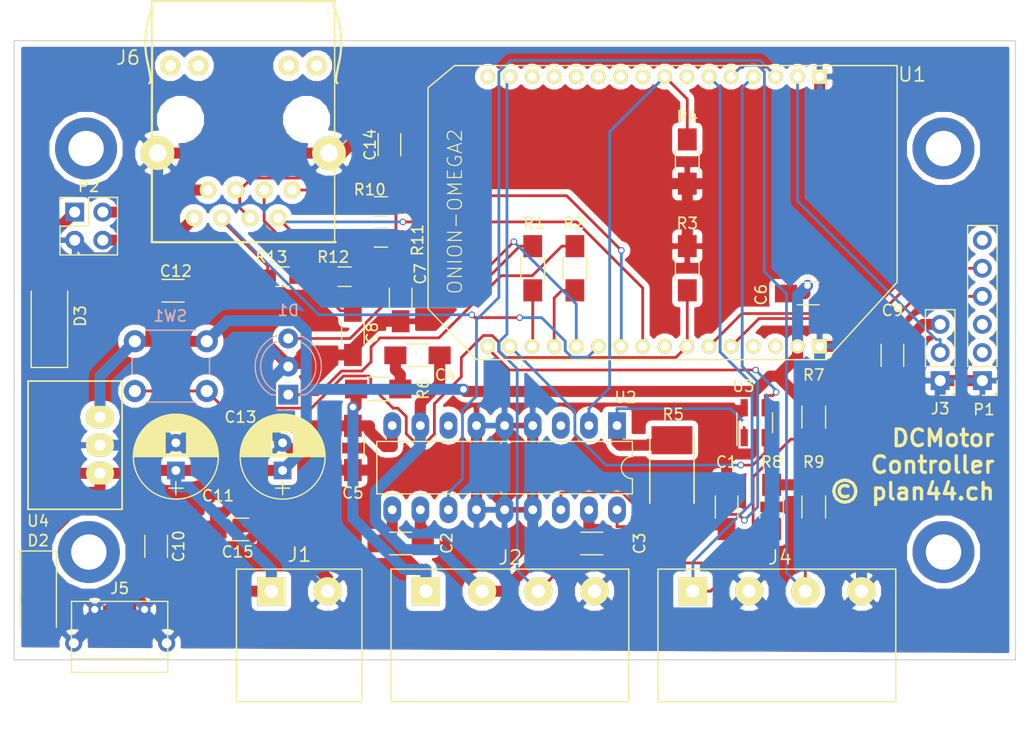
<source format=kicad_pcb>
(kicad_pcb (version 4) (host pcbnew 4.0.6)

  (general
    (links 112)
    (no_connects 0)
    (area 29.114287 35.4 171.600001 131.650001)
    (thickness 1.6)
    (drawings 20)
    (tracks 482)
    (zones 0)
    (modules 48)
    (nets 38)
  )

  (page A4)
  (layers
    (0 F.Cu signal)
    (31 B.Cu signal)
    (32 B.Adhes user)
    (33 F.Adhes user)
    (34 B.Paste user)
    (35 F.Paste user)
    (36 B.SilkS user)
    (37 F.SilkS user)
    (38 B.Mask user)
    (39 F.Mask user)
    (40 Dwgs.User user hide)
    (41 Cmts.User user)
    (42 Eco1.User user)
    (43 Eco2.User user)
    (44 Edge.Cuts user)
    (45 Margin user)
    (46 B.CrtYd user)
    (47 F.CrtYd user)
    (48 B.Fab user hide)
    (49 F.Fab user)
  )

  (setup
    (last_trace_width 0.25)
    (trace_clearance 0.2)
    (zone_clearance 0.508)
    (zone_45_only no)
    (trace_min 0.2)
    (segment_width 0.2)
    (edge_width 0.1)
    (via_size 0.6)
    (via_drill 0.4)
    (via_min_size 0.4)
    (via_min_drill 0.3)
    (uvia_size 0.3)
    (uvia_drill 0.1)
    (uvias_allowed no)
    (uvia_min_size 0.2)
    (uvia_min_drill 0.1)
    (pcb_text_width 0.3)
    (pcb_text_size 1.5 1.5)
    (mod_edge_width 0.15)
    (mod_text_size 1 1)
    (mod_text_width 0.15)
    (pad_size 1.5 1.5)
    (pad_drill 0.6)
    (pad_to_mask_clearance 0)
    (aux_axis_origin 0 0)
    (visible_elements FFFEF77F)
    (pcbplotparams
      (layerselection 0x00030_80000001)
      (usegerberextensions false)
      (excludeedgelayer true)
      (linewidth 0.100000)
      (plotframeref false)
      (viasonmask false)
      (mode 1)
      (useauxorigin false)
      (hpglpennumber 1)
      (hpglpenspeed 20)
      (hpglpendiameter 15)
      (hpglpenoverlay 2)
      (psnegative false)
      (psa4output false)
      (plotreference true)
      (plotvalue true)
      (plotinvisibletext false)
      (padsonsilk false)
      (subtractmaskfromsilk false)
      (outputformat 1)
      (mirror false)
      (drillshape 1)
      (scaleselection 1)
      (outputdirectory ""))
  )

  (net 0 "")
  (net 1 "Net-(C1-Pad1)")
  (net 2 GND)
  (net 3 "Net-(C2-Pad1)")
  (net 4 +3V3)
  (net 5 "Net-(C4-Pad2)")
  (net 6 +24V)
  (net 7 "Net-(D1-Pad1)")
  (net 8 "Net-(D1-Pad3)")
  (net 9 /ETH0_TX+)
  (net 10 /ETH0_TX-)
  (net 11 /ETH0_RX+)
  (net 12 /ETH0_RX-)
  (net 13 /ETH_PWR+)
  (net 14 /ETH_PWR-)
  (net 15 /Omega_RX)
  (net 16 /Omega_TX)
  (net 17 "Net-(C8-Pad1)")
  (net 18 /PPoE+)
  (net 19 /USBPWR)
  (net 20 /MOTOR1)
  (net 21 "Net-(C3-Pad1)")
  (net 22 /MOTOR2)
  (net 23 "Net-(C7-Pad1)")
  (net 24 "Net-(C14-Pad1)")
  (net 25 /SENS0_N)
  (net 26 /PIR)
  (net 27 /SENS2_N)
  (net 28 /SENS1_N)
  (net 29 /LED_GN)
  (net 30 /LED_RD)
  (net 31 /BUTTON)
  (net 32 /PWM_MOTOR)
  (net 33 /EN2_MOTOR)
  (net 34 /EN1_MOTOR)
  (net 35 /I2C_C)
  (net 36 /I2C_D)
  (net 37 /SENSE)

  (net_class Default "This is the default net class."
    (clearance 0.2)
    (trace_width 0.25)
    (via_dia 0.6)
    (via_drill 0.4)
    (uvia_dia 0.3)
    (uvia_drill 0.1)
    (add_net /BUTTON)
    (add_net /EN1_MOTOR)
    (add_net /EN2_MOTOR)
    (add_net /ETH0_RX+)
    (add_net /ETH0_RX-)
    (add_net /ETH0_TX+)
    (add_net /ETH0_TX-)
    (add_net /I2C_C)
    (add_net /I2C_D)
    (add_net /LED_GN)
    (add_net /LED_RD)
    (add_net /Omega_RX)
    (add_net /Omega_TX)
    (add_net /PIR)
    (add_net /PWM_MOTOR)
    (add_net /SENS0_N)
    (add_net /SENS1_N)
    (add_net /SENS2_N)
    (add_net "Net-(C1-Pad1)")
    (add_net "Net-(C14-Pad1)")
    (add_net "Net-(C7-Pad1)")
    (add_net "Net-(C8-Pad1)")
    (add_net "Net-(D1-Pad1)")
    (add_net "Net-(D1-Pad3)")
  )

  (net_class Power ""
    (clearance 0.2)
    (trace_width 1)
    (via_dia 1)
    (via_drill 0.6)
    (uvia_dia 0.3)
    (uvia_drill 0.1)
    (add_net +24V)
    (add_net +3V3)
    (add_net /ETH_PWR+)
    (add_net /ETH_PWR-)
    (add_net /MOTOR1)
    (add_net /MOTOR2)
    (add_net /PPoE+)
    (add_net /SENSE)
    (add_net GND)
    (add_net "Net-(C2-Pad1)")
    (add_net "Net-(C3-Pad1)")
    (add_net "Net-(C4-Pad2)")
  )

  (net_class PowerSmall ""
    (clearance 0.15)
    (trace_width 0.4)
    (via_dia 0.6)
    (via_drill 0.4)
    (uvia_dia 0.3)
    (uvia_drill 0.1)
    (add_net /USBPWR)
  )

  (module Capacitors_SMD:C_1206_HandSoldering (layer F.Cu) (tedit 59479217) (tstamp 5919EDE9)
    (at 136.398 106.172 90)
    (descr "Capacitor SMD 1206, hand soldering")
    (tags "capacitor 1206")
    (path /59469D04)
    (attr smd)
    (fp_text reference C1 (at 4.064 0 180) (layer F.SilkS)
      (effects (font (size 1 1) (thickness 0.15)))
    )
    (fp_text value 220nF (at 0 2 90) (layer F.Fab)
      (effects (font (size 1 1) (thickness 0.15)))
    )
    (fp_text user %R (at 0 -1.75 90) (layer F.Fab)
      (effects (font (size 1 1) (thickness 0.15)))
    )
    (fp_line (start -1.6 0.8) (end -1.6 -0.8) (layer F.Fab) (width 0.1))
    (fp_line (start 1.6 0.8) (end -1.6 0.8) (layer F.Fab) (width 0.1))
    (fp_line (start 1.6 -0.8) (end 1.6 0.8) (layer F.Fab) (width 0.1))
    (fp_line (start -1.6 -0.8) (end 1.6 -0.8) (layer F.Fab) (width 0.1))
    (fp_line (start 1 -1.02) (end -1 -1.02) (layer F.SilkS) (width 0.12))
    (fp_line (start -1 1.02) (end 1 1.02) (layer F.SilkS) (width 0.12))
    (fp_line (start -3.25 -1.05) (end 3.25 -1.05) (layer F.CrtYd) (width 0.05))
    (fp_line (start -3.25 -1.05) (end -3.25 1.05) (layer F.CrtYd) (width 0.05))
    (fp_line (start 3.25 1.05) (end 3.25 -1.05) (layer F.CrtYd) (width 0.05))
    (fp_line (start 3.25 1.05) (end -3.25 1.05) (layer F.CrtYd) (width 0.05))
    (pad 1 smd rect (at -2 0 90) (size 2 1.6) (layers F.Cu F.Paste F.Mask)
      (net 1 "Net-(C1-Pad1)"))
    (pad 2 smd rect (at 2 0 90) (size 2 1.6) (layers F.Cu F.Paste F.Mask)
      (net 2 GND))
    (model Capacitors_SMD.3dshapes/C_1206.wrl
      (at (xyz 0 0 0))
      (scale (xyz 1 1 1))
      (rotate (xyz 0 0 0))
    )
  )

  (module Capacitors_SMD:C_1206_HandSoldering (layer F.Cu) (tedit 591A2C54) (tstamp 5919EDEF)
    (at 106.934 109.474 180)
    (descr "Capacitor SMD 1206, hand soldering")
    (tags "capacitor 1206")
    (path /59468676)
    (attr smd)
    (fp_text reference C2 (at -4.17 0.024 270) (layer F.SilkS)
      (effects (font (size 1 1) (thickness 0.15)))
    )
    (fp_text value 15nF (at 0 2 180) (layer F.Fab)
      (effects (font (size 1 1) (thickness 0.15)))
    )
    (fp_text user %R (at 0 -1.75 180) (layer F.Fab)
      (effects (font (size 1 1) (thickness 0.15)))
    )
    (fp_line (start -1.6 0.8) (end -1.6 -0.8) (layer F.Fab) (width 0.1))
    (fp_line (start 1.6 0.8) (end -1.6 0.8) (layer F.Fab) (width 0.1))
    (fp_line (start 1.6 -0.8) (end 1.6 0.8) (layer F.Fab) (width 0.1))
    (fp_line (start -1.6 -0.8) (end 1.6 -0.8) (layer F.Fab) (width 0.1))
    (fp_line (start 1 -1.02) (end -1 -1.02) (layer F.SilkS) (width 0.12))
    (fp_line (start -1 1.02) (end 1 1.02) (layer F.SilkS) (width 0.12))
    (fp_line (start -3.25 -1.05) (end 3.25 -1.05) (layer F.CrtYd) (width 0.05))
    (fp_line (start -3.25 -1.05) (end -3.25 1.05) (layer F.CrtYd) (width 0.05))
    (fp_line (start 3.25 1.05) (end 3.25 -1.05) (layer F.CrtYd) (width 0.05))
    (fp_line (start 3.25 1.05) (end -3.25 1.05) (layer F.CrtYd) (width 0.05))
    (pad 1 smd rect (at -2 0 180) (size 2 1.6) (layers F.Cu F.Paste F.Mask)
      (net 3 "Net-(C2-Pad1)"))
    (pad 2 smd rect (at 2 0 180) (size 2 1.6) (layers F.Cu F.Paste F.Mask)
      (net 20 /MOTOR1))
    (model Capacitors_SMD.3dshapes/C_1206.wrl
      (at (xyz 0 0 0))
      (scale (xyz 1 1 1))
      (rotate (xyz 0 0 0))
    )
  )

  (module Capacitors_SMD:C_1206_HandSoldering (layer F.Cu) (tedit 594792E2) (tstamp 5919EDF5)
    (at 124.206 109.474 180)
    (descr "Capacitor SMD 1206, hand soldering")
    (tags "capacitor 1206")
    (path /59468A28)
    (attr smd)
    (fp_text reference C3 (at -4.318 0 270) (layer F.SilkS)
      (effects (font (size 1 1) (thickness 0.15)))
    )
    (fp_text value 15nF (at 0 2 180) (layer F.Fab)
      (effects (font (size 1 1) (thickness 0.15)))
    )
    (fp_text user %R (at 0 -1.75 180) (layer F.Fab)
      (effects (font (size 1 1) (thickness 0.15)))
    )
    (fp_line (start -1.6 0.8) (end -1.6 -0.8) (layer F.Fab) (width 0.1))
    (fp_line (start 1.6 0.8) (end -1.6 0.8) (layer F.Fab) (width 0.1))
    (fp_line (start 1.6 -0.8) (end 1.6 0.8) (layer F.Fab) (width 0.1))
    (fp_line (start -1.6 -0.8) (end 1.6 -0.8) (layer F.Fab) (width 0.1))
    (fp_line (start 1 -1.02) (end -1 -1.02) (layer F.SilkS) (width 0.12))
    (fp_line (start -1 1.02) (end 1 1.02) (layer F.SilkS) (width 0.12))
    (fp_line (start -3.25 -1.05) (end 3.25 -1.05) (layer F.CrtYd) (width 0.05))
    (fp_line (start -3.25 -1.05) (end -3.25 1.05) (layer F.CrtYd) (width 0.05))
    (fp_line (start 3.25 1.05) (end 3.25 -1.05) (layer F.CrtYd) (width 0.05))
    (fp_line (start 3.25 1.05) (end -3.25 1.05) (layer F.CrtYd) (width 0.05))
    (pad 1 smd rect (at -2 0 180) (size 2 1.6) (layers F.Cu F.Paste F.Mask)
      (net 21 "Net-(C3-Pad1)"))
    (pad 2 smd rect (at 2 0 180) (size 2 1.6) (layers F.Cu F.Paste F.Mask)
      (net 22 /MOTOR2))
    (model Capacitors_SMD.3dshapes/C_1206.wrl
      (at (xyz 0 0 0))
      (scale (xyz 1 1 1))
      (rotate (xyz 0 0 0))
    )
  )

  (module Capacitors_SMD:C_1206_HandSoldering (layer F.Cu) (tedit 594791AF) (tstamp 5919EDFB)
    (at 108.458 92.456 180)
    (descr "Capacitor SMD 1206, hand soldering")
    (tags "capacitor 1206")
    (path /59469315)
    (attr smd)
    (fp_text reference C4 (at -2.54 -1.778 360) (layer F.SilkS)
      (effects (font (size 1 1) (thickness 0.15)))
    )
    (fp_text value 22nF (at 0 2 180) (layer F.Fab)
      (effects (font (size 1 1) (thickness 0.15)))
    )
    (fp_text user %R (at 0 -1.75 180) (layer F.Fab)
      (effects (font (size 1 1) (thickness 0.15)))
    )
    (fp_line (start -1.6 0.8) (end -1.6 -0.8) (layer F.Fab) (width 0.1))
    (fp_line (start 1.6 0.8) (end -1.6 0.8) (layer F.Fab) (width 0.1))
    (fp_line (start 1.6 -0.8) (end 1.6 0.8) (layer F.Fab) (width 0.1))
    (fp_line (start -1.6 -0.8) (end 1.6 -0.8) (layer F.Fab) (width 0.1))
    (fp_line (start 1 -1.02) (end -1 -1.02) (layer F.SilkS) (width 0.12))
    (fp_line (start -1 1.02) (end 1 1.02) (layer F.SilkS) (width 0.12))
    (fp_line (start -3.25 -1.05) (end 3.25 -1.05) (layer F.CrtYd) (width 0.05))
    (fp_line (start -3.25 -1.05) (end -3.25 1.05) (layer F.CrtYd) (width 0.05))
    (fp_line (start 3.25 1.05) (end 3.25 -1.05) (layer F.CrtYd) (width 0.05))
    (fp_line (start 3.25 1.05) (end -3.25 1.05) (layer F.CrtYd) (width 0.05))
    (pad 1 smd rect (at -2 0 180) (size 2 1.6) (layers F.Cu F.Paste F.Mask)
      (net 22 /MOTOR2))
    (pad 2 smd rect (at 2 0 180) (size 2 1.6) (layers F.Cu F.Paste F.Mask)
      (net 5 "Net-(C4-Pad2)"))
    (model Capacitors_SMD.3dshapes/C_1206.wrl
      (at (xyz 0 0 0))
      (scale (xyz 1 1 1))
      (rotate (xyz 0 0 0))
    )
  )

  (module Capacitors_SMD:C_1206_HandSoldering (layer F.Cu) (tedit 59479373) (tstamp 5919EE01)
    (at 102.616 100.838 270)
    (descr "Capacitor SMD 1206, hand soldering")
    (tags "capacitor 1206")
    (path /58C2C8F4)
    (attr smd)
    (fp_text reference C5 (at 4.064 0 360) (layer F.SilkS)
      (effects (font (size 1 1) (thickness 0.15)))
    )
    (fp_text value 100nF (at 0 2 270) (layer F.Fab)
      (effects (font (size 1 1) (thickness 0.15)))
    )
    (fp_text user %R (at 0 -1.75 270) (layer F.Fab)
      (effects (font (size 1 1) (thickness 0.15)))
    )
    (fp_line (start -1.6 0.8) (end -1.6 -0.8) (layer F.Fab) (width 0.1))
    (fp_line (start 1.6 0.8) (end -1.6 0.8) (layer F.Fab) (width 0.1))
    (fp_line (start 1.6 -0.8) (end 1.6 0.8) (layer F.Fab) (width 0.1))
    (fp_line (start -1.6 -0.8) (end 1.6 -0.8) (layer F.Fab) (width 0.1))
    (fp_line (start 1 -1.02) (end -1 -1.02) (layer F.SilkS) (width 0.12))
    (fp_line (start -1 1.02) (end 1 1.02) (layer F.SilkS) (width 0.12))
    (fp_line (start -3.25 -1.05) (end 3.25 -1.05) (layer F.CrtYd) (width 0.05))
    (fp_line (start -3.25 -1.05) (end -3.25 1.05) (layer F.CrtYd) (width 0.05))
    (fp_line (start 3.25 1.05) (end 3.25 -1.05) (layer F.CrtYd) (width 0.05))
    (fp_line (start 3.25 1.05) (end -3.25 1.05) (layer F.CrtYd) (width 0.05))
    (pad 1 smd rect (at -2 0 270) (size 2 1.6) (layers F.Cu F.Paste F.Mask)
      (net 6 +24V))
    (pad 2 smd rect (at 2 0 270) (size 2 1.6) (layers F.Cu F.Paste F.Mask)
      (net 2 GND))
    (model Capacitors_SMD.3dshapes/C_1206.wrl
      (at (xyz 0 0 0))
      (scale (xyz 1 1 1))
      (rotate (xyz 0 0 0))
    )
  )

  (module Capacitors_SMD:C_1206_HandSoldering (layer F.Cu) (tedit 591A2BF1) (tstamp 5919EE07)
    (at 143.764 86.868)
    (descr "Capacitor SMD 1206, hand soldering")
    (tags "capacitor 1206")
    (path /57FDEF26)
    (attr smd)
    (fp_text reference C6 (at -4.254 0.106 90) (layer F.SilkS)
      (effects (font (size 1 1) (thickness 0.15)))
    )
    (fp_text value 100nF (at 0 2) (layer F.Fab)
      (effects (font (size 1 1) (thickness 0.15)))
    )
    (fp_text user %R (at 0 -1.75) (layer F.Fab)
      (effects (font (size 1 1) (thickness 0.15)))
    )
    (fp_line (start -1.6 0.8) (end -1.6 -0.8) (layer F.Fab) (width 0.1))
    (fp_line (start 1.6 0.8) (end -1.6 0.8) (layer F.Fab) (width 0.1))
    (fp_line (start 1.6 -0.8) (end 1.6 0.8) (layer F.Fab) (width 0.1))
    (fp_line (start -1.6 -0.8) (end 1.6 -0.8) (layer F.Fab) (width 0.1))
    (fp_line (start 1 -1.02) (end -1 -1.02) (layer F.SilkS) (width 0.12))
    (fp_line (start -1 1.02) (end 1 1.02) (layer F.SilkS) (width 0.12))
    (fp_line (start -3.25 -1.05) (end 3.25 -1.05) (layer F.CrtYd) (width 0.05))
    (fp_line (start -3.25 -1.05) (end -3.25 1.05) (layer F.CrtYd) (width 0.05))
    (fp_line (start 3.25 1.05) (end 3.25 -1.05) (layer F.CrtYd) (width 0.05))
    (fp_line (start 3.25 1.05) (end -3.25 1.05) (layer F.CrtYd) (width 0.05))
    (pad 1 smd rect (at -2 0) (size 2 1.6) (layers F.Cu F.Paste F.Mask)
      (net 4 +3V3))
    (pad 2 smd rect (at 2 0) (size 2 1.6) (layers F.Cu F.Paste F.Mask)
      (net 2 GND))
    (model Capacitors_SMD.3dshapes/C_1206.wrl
      (at (xyz 0 0 0))
      (scale (xyz 1 1 1))
      (rotate (xyz 0 0 0))
    )
  )

  (module Capacitors_SMD:C_1206_HandSoldering (layer F.Cu) (tedit 594793C2) (tstamp 5919EE0D)
    (at 106.934 87.376 270)
    (descr "Capacitor SMD 1206, hand soldering")
    (tags "capacitor 1206")
    (path /57FE18E9)
    (attr smd)
    (fp_text reference C7 (at -2.286 -1.778 450) (layer F.SilkS)
      (effects (font (size 1 1) (thickness 0.15)))
    )
    (fp_text value 100nF (at 0 2 270) (layer F.Fab)
      (effects (font (size 1 1) (thickness 0.15)))
    )
    (fp_text user %R (at 0 -1.75 270) (layer F.Fab)
      (effects (font (size 1 1) (thickness 0.15)))
    )
    (fp_line (start -1.6 0.8) (end -1.6 -0.8) (layer F.Fab) (width 0.1))
    (fp_line (start 1.6 0.8) (end -1.6 0.8) (layer F.Fab) (width 0.1))
    (fp_line (start 1.6 -0.8) (end 1.6 0.8) (layer F.Fab) (width 0.1))
    (fp_line (start -1.6 -0.8) (end 1.6 -0.8) (layer F.Fab) (width 0.1))
    (fp_line (start 1 -1.02) (end -1 -1.02) (layer F.SilkS) (width 0.12))
    (fp_line (start -1 1.02) (end 1 1.02) (layer F.SilkS) (width 0.12))
    (fp_line (start -3.25 -1.05) (end 3.25 -1.05) (layer F.CrtYd) (width 0.05))
    (fp_line (start -3.25 -1.05) (end -3.25 1.05) (layer F.CrtYd) (width 0.05))
    (fp_line (start 3.25 1.05) (end 3.25 -1.05) (layer F.CrtYd) (width 0.05))
    (fp_line (start 3.25 1.05) (end -3.25 1.05) (layer F.CrtYd) (width 0.05))
    (pad 1 smd rect (at -2 0 270) (size 2 1.6) (layers F.Cu F.Paste F.Mask)
      (net 23 "Net-(C7-Pad1)"))
    (pad 2 smd rect (at 2 0 270) (size 2 1.6) (layers F.Cu F.Paste F.Mask)
      (net 2 GND))
    (model Capacitors_SMD.3dshapes/C_1206.wrl
      (at (xyz 0 0 0))
      (scale (xyz 1 1 1))
      (rotate (xyz 0 0 0))
    )
  )

  (module Capacitors_SMD:C_1206_HandSoldering (layer F.Cu) (tedit 58AA84D1) (tstamp 5919EE13)
    (at 102.616 90.424 270)
    (descr "Capacitor SMD 1206, hand soldering")
    (tags "capacitor 1206")
    (path /57FE1952)
    (attr smd)
    (fp_text reference C8 (at 0 -1.75 270) (layer F.SilkS)
      (effects (font (size 1 1) (thickness 0.15)))
    )
    (fp_text value 100nF (at 0 2 270) (layer F.Fab)
      (effects (font (size 1 1) (thickness 0.15)))
    )
    (fp_text user %R (at 0 -1.75 270) (layer F.Fab)
      (effects (font (size 1 1) (thickness 0.15)))
    )
    (fp_line (start -1.6 0.8) (end -1.6 -0.8) (layer F.Fab) (width 0.1))
    (fp_line (start 1.6 0.8) (end -1.6 0.8) (layer F.Fab) (width 0.1))
    (fp_line (start 1.6 -0.8) (end 1.6 0.8) (layer F.Fab) (width 0.1))
    (fp_line (start -1.6 -0.8) (end 1.6 -0.8) (layer F.Fab) (width 0.1))
    (fp_line (start 1 -1.02) (end -1 -1.02) (layer F.SilkS) (width 0.12))
    (fp_line (start -1 1.02) (end 1 1.02) (layer F.SilkS) (width 0.12))
    (fp_line (start -3.25 -1.05) (end 3.25 -1.05) (layer F.CrtYd) (width 0.05))
    (fp_line (start -3.25 -1.05) (end -3.25 1.05) (layer F.CrtYd) (width 0.05))
    (fp_line (start 3.25 1.05) (end 3.25 -1.05) (layer F.CrtYd) (width 0.05))
    (fp_line (start 3.25 1.05) (end -3.25 1.05) (layer F.CrtYd) (width 0.05))
    (pad 1 smd rect (at -2 0 270) (size 2 1.6) (layers F.Cu F.Paste F.Mask)
      (net 17 "Net-(C8-Pad1)"))
    (pad 2 smd rect (at 2 0 270) (size 2 1.6) (layers F.Cu F.Paste F.Mask)
      (net 2 GND))
    (model Capacitors_SMD.3dshapes/C_1206.wrl
      (at (xyz 0 0 0))
      (scale (xyz 1 1 1))
      (rotate (xyz 0 0 0))
    )
  )

  (module Capacitors_SMD:C_1206_HandSoldering (layer F.Cu) (tedit 59479225) (tstamp 5919EE19)
    (at 151.384 92.456 270)
    (descr "Capacitor SMD 1206, hand soldering")
    (tags "capacitor 1206")
    (path /57FDEF99)
    (attr smd)
    (fp_text reference C9 (at -4.064 0 360) (layer F.SilkS)
      (effects (font (size 1 1) (thickness 0.15)))
    )
    (fp_text value 100nF (at 0 2 270) (layer F.Fab)
      (effects (font (size 1 1) (thickness 0.15)))
    )
    (fp_text user %R (at 0 -1.75 270) (layer F.Fab)
      (effects (font (size 1 1) (thickness 0.15)))
    )
    (fp_line (start -1.6 0.8) (end -1.6 -0.8) (layer F.Fab) (width 0.1))
    (fp_line (start 1.6 0.8) (end -1.6 0.8) (layer F.Fab) (width 0.1))
    (fp_line (start 1.6 -0.8) (end 1.6 0.8) (layer F.Fab) (width 0.1))
    (fp_line (start -1.6 -0.8) (end 1.6 -0.8) (layer F.Fab) (width 0.1))
    (fp_line (start 1 -1.02) (end -1 -1.02) (layer F.SilkS) (width 0.12))
    (fp_line (start -1 1.02) (end 1 1.02) (layer F.SilkS) (width 0.12))
    (fp_line (start -3.25 -1.05) (end 3.25 -1.05) (layer F.CrtYd) (width 0.05))
    (fp_line (start -3.25 -1.05) (end -3.25 1.05) (layer F.CrtYd) (width 0.05))
    (fp_line (start 3.25 1.05) (end 3.25 -1.05) (layer F.CrtYd) (width 0.05))
    (fp_line (start 3.25 1.05) (end -3.25 1.05) (layer F.CrtYd) (width 0.05))
    (pad 1 smd rect (at -2 0 270) (size 2 1.6) (layers F.Cu F.Paste F.Mask)
      (net 4 +3V3))
    (pad 2 smd rect (at 2 0 270) (size 2 1.6) (layers F.Cu F.Paste F.Mask)
      (net 2 GND))
    (model Capacitors_SMD.3dshapes/C_1206.wrl
      (at (xyz 0 0 0))
      (scale (xyz 1 1 1))
      (rotate (xyz 0 0 0))
    )
  )

  (module Capacitors_SMD:C_1206_HandSoldering (layer F.Cu) (tedit 5947929A) (tstamp 5919EE1F)
    (at 84.836 109.728 90)
    (descr "Capacitor SMD 1206, hand soldering")
    (tags "capacitor 1206")
    (path /58C31BA4)
    (attr smd)
    (fp_text reference C10 (at 0 2.032 270) (layer F.SilkS)
      (effects (font (size 1 1) (thickness 0.15)))
    )
    (fp_text value 100nF (at 0 2 90) (layer F.Fab)
      (effects (font (size 1 1) (thickness 0.15)))
    )
    (fp_text user %R (at 0 -1.75 90) (layer F.Fab)
      (effects (font (size 1 1) (thickness 0.15)))
    )
    (fp_line (start -1.6 0.8) (end -1.6 -0.8) (layer F.Fab) (width 0.1))
    (fp_line (start 1.6 0.8) (end -1.6 0.8) (layer F.Fab) (width 0.1))
    (fp_line (start 1.6 -0.8) (end 1.6 0.8) (layer F.Fab) (width 0.1))
    (fp_line (start -1.6 -0.8) (end 1.6 -0.8) (layer F.Fab) (width 0.1))
    (fp_line (start 1 -1.02) (end -1 -1.02) (layer F.SilkS) (width 0.12))
    (fp_line (start -1 1.02) (end 1 1.02) (layer F.SilkS) (width 0.12))
    (fp_line (start -3.25 -1.05) (end 3.25 -1.05) (layer F.CrtYd) (width 0.05))
    (fp_line (start -3.25 -1.05) (end -3.25 1.05) (layer F.CrtYd) (width 0.05))
    (fp_line (start 3.25 1.05) (end 3.25 -1.05) (layer F.CrtYd) (width 0.05))
    (fp_line (start 3.25 1.05) (end -3.25 1.05) (layer F.CrtYd) (width 0.05))
    (pad 1 smd rect (at -2 0 90) (size 2 1.6) (layers F.Cu F.Paste F.Mask)
      (net 6 +24V))
    (pad 2 smd rect (at 2 0 90) (size 2 1.6) (layers F.Cu F.Paste F.Mask)
      (net 2 GND))
    (model Capacitors_SMD.3dshapes/C_1206.wrl
      (at (xyz 0 0 0))
      (scale (xyz 1 1 1))
      (rotate (xyz 0 0 0))
    )
  )

  (module Capacitors_SMD:C_1206_HandSoldering (layer F.Cu) (tedit 59479177) (tstamp 5919EE2B)
    (at 86.36 86.614)
    (descr "Capacitor SMD 1206, hand soldering")
    (tags "capacitor 1206")
    (path /57FDEF1F)
    (attr smd)
    (fp_text reference C12 (at 0.254 -1.778) (layer F.SilkS)
      (effects (font (size 1 1) (thickness 0.15)))
    )
    (fp_text value 100nF (at 0 2) (layer F.Fab)
      (effects (font (size 1 1) (thickness 0.15)))
    )
    (fp_text user %R (at 0 -1.778) (layer F.Fab)
      (effects (font (size 1 1) (thickness 0.15)))
    )
    (fp_line (start -1.6 0.8) (end -1.6 -0.8) (layer F.Fab) (width 0.1))
    (fp_line (start 1.6 0.8) (end -1.6 0.8) (layer F.Fab) (width 0.1))
    (fp_line (start 1.6 -0.8) (end 1.6 0.8) (layer F.Fab) (width 0.1))
    (fp_line (start -1.6 -0.8) (end 1.6 -0.8) (layer F.Fab) (width 0.1))
    (fp_line (start 1 -1.02) (end -1 -1.02) (layer F.SilkS) (width 0.12))
    (fp_line (start -1 1.02) (end 1 1.02) (layer F.SilkS) (width 0.12))
    (fp_line (start -3.25 -1.05) (end 3.25 -1.05) (layer F.CrtYd) (width 0.05))
    (fp_line (start -3.25 -1.05) (end -3.25 1.05) (layer F.CrtYd) (width 0.05))
    (fp_line (start 3.25 1.05) (end 3.25 -1.05) (layer F.CrtYd) (width 0.05))
    (fp_line (start 3.25 1.05) (end -3.25 1.05) (layer F.CrtYd) (width 0.05))
    (pad 1 smd rect (at -2 0) (size 2 1.6) (layers F.Cu F.Paste F.Mask)
      (net 4 +3V3))
    (pad 2 smd rect (at 2 0) (size 2 1.6) (layers F.Cu F.Paste F.Mask)
      (net 2 GND))
    (model Capacitors_SMD.3dshapes/C_1206.wrl
      (at (xyz 0 0 0))
      (scale (xyz 1 1 1))
      (rotate (xyz 0 0 0))
    )
  )

  (module Capacitors_ThroughHole:CP_Radial_D7.5mm_P2.50mm (layer F.Cu) (tedit 59479382) (tstamp 5919EE31)
    (at 96.266 102.87 90)
    (descr "CP, Radial series, Radial, pin pitch=2.50mm, , diameter=7.5mm, Electrolytic Capacitor")
    (tags "CP Radial series Radial pin pitch 2.50mm  diameter 7.5mm Electrolytic Capacitor")
    (path /58C2A6EB)
    (fp_text reference C13 (at 4.826 -3.81 180) (layer F.SilkS)
      (effects (font (size 1 1) (thickness 0.15)))
    )
    (fp_text value "22uF 25V" (at 1.25 4.81 90) (layer F.Fab)
      (effects (font (size 1 1) (thickness 0.15)))
    )
    (fp_circle (center 1.25 0) (end 5 0) (layer F.Fab) (width 0.1))
    (fp_circle (center 1.25 0) (end 5.09 0) (layer F.SilkS) (width 0.12))
    (fp_line (start -2.2 0) (end -1 0) (layer F.Fab) (width 0.1))
    (fp_line (start -1.6 -0.65) (end -1.6 0.65) (layer F.Fab) (width 0.1))
    (fp_line (start 1.25 -3.8) (end 1.25 3.8) (layer F.SilkS) (width 0.12))
    (fp_line (start 1.29 -3.8) (end 1.29 3.8) (layer F.SilkS) (width 0.12))
    (fp_line (start 1.33 -3.8) (end 1.33 3.8) (layer F.SilkS) (width 0.12))
    (fp_line (start 1.37 -3.799) (end 1.37 3.799) (layer F.SilkS) (width 0.12))
    (fp_line (start 1.41 -3.797) (end 1.41 3.797) (layer F.SilkS) (width 0.12))
    (fp_line (start 1.45 -3.795) (end 1.45 3.795) (layer F.SilkS) (width 0.12))
    (fp_line (start 1.49 -3.793) (end 1.49 3.793) (layer F.SilkS) (width 0.12))
    (fp_line (start 1.53 -3.79) (end 1.53 -0.98) (layer F.SilkS) (width 0.12))
    (fp_line (start 1.53 0.98) (end 1.53 3.79) (layer F.SilkS) (width 0.12))
    (fp_line (start 1.57 -3.787) (end 1.57 -0.98) (layer F.SilkS) (width 0.12))
    (fp_line (start 1.57 0.98) (end 1.57 3.787) (layer F.SilkS) (width 0.12))
    (fp_line (start 1.61 -3.784) (end 1.61 -0.98) (layer F.SilkS) (width 0.12))
    (fp_line (start 1.61 0.98) (end 1.61 3.784) (layer F.SilkS) (width 0.12))
    (fp_line (start 1.65 -3.78) (end 1.65 -0.98) (layer F.SilkS) (width 0.12))
    (fp_line (start 1.65 0.98) (end 1.65 3.78) (layer F.SilkS) (width 0.12))
    (fp_line (start 1.69 -3.775) (end 1.69 -0.98) (layer F.SilkS) (width 0.12))
    (fp_line (start 1.69 0.98) (end 1.69 3.775) (layer F.SilkS) (width 0.12))
    (fp_line (start 1.73 -3.77) (end 1.73 -0.98) (layer F.SilkS) (width 0.12))
    (fp_line (start 1.73 0.98) (end 1.73 3.77) (layer F.SilkS) (width 0.12))
    (fp_line (start 1.77 -3.765) (end 1.77 -0.98) (layer F.SilkS) (width 0.12))
    (fp_line (start 1.77 0.98) (end 1.77 3.765) (layer F.SilkS) (width 0.12))
    (fp_line (start 1.81 -3.759) (end 1.81 -0.98) (layer F.SilkS) (width 0.12))
    (fp_line (start 1.81 0.98) (end 1.81 3.759) (layer F.SilkS) (width 0.12))
    (fp_line (start 1.85 -3.753) (end 1.85 -0.98) (layer F.SilkS) (width 0.12))
    (fp_line (start 1.85 0.98) (end 1.85 3.753) (layer F.SilkS) (width 0.12))
    (fp_line (start 1.89 -3.747) (end 1.89 -0.98) (layer F.SilkS) (width 0.12))
    (fp_line (start 1.89 0.98) (end 1.89 3.747) (layer F.SilkS) (width 0.12))
    (fp_line (start 1.93 -3.74) (end 1.93 -0.98) (layer F.SilkS) (width 0.12))
    (fp_line (start 1.93 0.98) (end 1.93 3.74) (layer F.SilkS) (width 0.12))
    (fp_line (start 1.971 -3.732) (end 1.971 -0.98) (layer F.SilkS) (width 0.12))
    (fp_line (start 1.971 0.98) (end 1.971 3.732) (layer F.SilkS) (width 0.12))
    (fp_line (start 2.011 -3.725) (end 2.011 -0.98) (layer F.SilkS) (width 0.12))
    (fp_line (start 2.011 0.98) (end 2.011 3.725) (layer F.SilkS) (width 0.12))
    (fp_line (start 2.051 -3.716) (end 2.051 -0.98) (layer F.SilkS) (width 0.12))
    (fp_line (start 2.051 0.98) (end 2.051 3.716) (layer F.SilkS) (width 0.12))
    (fp_line (start 2.091 -3.707) (end 2.091 -0.98) (layer F.SilkS) (width 0.12))
    (fp_line (start 2.091 0.98) (end 2.091 3.707) (layer F.SilkS) (width 0.12))
    (fp_line (start 2.131 -3.698) (end 2.131 -0.98) (layer F.SilkS) (width 0.12))
    (fp_line (start 2.131 0.98) (end 2.131 3.698) (layer F.SilkS) (width 0.12))
    (fp_line (start 2.171 -3.689) (end 2.171 -0.98) (layer F.SilkS) (width 0.12))
    (fp_line (start 2.171 0.98) (end 2.171 3.689) (layer F.SilkS) (width 0.12))
    (fp_line (start 2.211 -3.679) (end 2.211 -0.98) (layer F.SilkS) (width 0.12))
    (fp_line (start 2.211 0.98) (end 2.211 3.679) (layer F.SilkS) (width 0.12))
    (fp_line (start 2.251 -3.668) (end 2.251 -0.98) (layer F.SilkS) (width 0.12))
    (fp_line (start 2.251 0.98) (end 2.251 3.668) (layer F.SilkS) (width 0.12))
    (fp_line (start 2.291 -3.657) (end 2.291 -0.98) (layer F.SilkS) (width 0.12))
    (fp_line (start 2.291 0.98) (end 2.291 3.657) (layer F.SilkS) (width 0.12))
    (fp_line (start 2.331 -3.645) (end 2.331 -0.98) (layer F.SilkS) (width 0.12))
    (fp_line (start 2.331 0.98) (end 2.331 3.645) (layer F.SilkS) (width 0.12))
    (fp_line (start 2.371 -3.634) (end 2.371 -0.98) (layer F.SilkS) (width 0.12))
    (fp_line (start 2.371 0.98) (end 2.371 3.634) (layer F.SilkS) (width 0.12))
    (fp_line (start 2.411 -3.621) (end 2.411 -0.98) (layer F.SilkS) (width 0.12))
    (fp_line (start 2.411 0.98) (end 2.411 3.621) (layer F.SilkS) (width 0.12))
    (fp_line (start 2.451 -3.608) (end 2.451 -0.98) (layer F.SilkS) (width 0.12))
    (fp_line (start 2.451 0.98) (end 2.451 3.608) (layer F.SilkS) (width 0.12))
    (fp_line (start 2.491 -3.595) (end 2.491 -0.98) (layer F.SilkS) (width 0.12))
    (fp_line (start 2.491 0.98) (end 2.491 3.595) (layer F.SilkS) (width 0.12))
    (fp_line (start 2.531 -3.581) (end 2.531 -0.98) (layer F.SilkS) (width 0.12))
    (fp_line (start 2.531 0.98) (end 2.531 3.581) (layer F.SilkS) (width 0.12))
    (fp_line (start 2.571 -3.566) (end 2.571 -0.98) (layer F.SilkS) (width 0.12))
    (fp_line (start 2.571 0.98) (end 2.571 3.566) (layer F.SilkS) (width 0.12))
    (fp_line (start 2.611 -3.552) (end 2.611 -0.98) (layer F.SilkS) (width 0.12))
    (fp_line (start 2.611 0.98) (end 2.611 3.552) (layer F.SilkS) (width 0.12))
    (fp_line (start 2.651 -3.536) (end 2.651 -0.98) (layer F.SilkS) (width 0.12))
    (fp_line (start 2.651 0.98) (end 2.651 3.536) (layer F.SilkS) (width 0.12))
    (fp_line (start 2.691 -3.52) (end 2.691 -0.98) (layer F.SilkS) (width 0.12))
    (fp_line (start 2.691 0.98) (end 2.691 3.52) (layer F.SilkS) (width 0.12))
    (fp_line (start 2.731 -3.504) (end 2.731 -0.98) (layer F.SilkS) (width 0.12))
    (fp_line (start 2.731 0.98) (end 2.731 3.504) (layer F.SilkS) (width 0.12))
    (fp_line (start 2.771 -3.487) (end 2.771 -0.98) (layer F.SilkS) (width 0.12))
    (fp_line (start 2.771 0.98) (end 2.771 3.487) (layer F.SilkS) (width 0.12))
    (fp_line (start 2.811 -3.469) (end 2.811 -0.98) (layer F.SilkS) (width 0.12))
    (fp_line (start 2.811 0.98) (end 2.811 3.469) (layer F.SilkS) (width 0.12))
    (fp_line (start 2.851 -3.451) (end 2.851 -0.98) (layer F.SilkS) (width 0.12))
    (fp_line (start 2.851 0.98) (end 2.851 3.451) (layer F.SilkS) (width 0.12))
    (fp_line (start 2.891 -3.433) (end 2.891 -0.98) (layer F.SilkS) (width 0.12))
    (fp_line (start 2.891 0.98) (end 2.891 3.433) (layer F.SilkS) (width 0.12))
    (fp_line (start 2.931 -3.413) (end 2.931 -0.98) (layer F.SilkS) (width 0.12))
    (fp_line (start 2.931 0.98) (end 2.931 3.413) (layer F.SilkS) (width 0.12))
    (fp_line (start 2.971 -3.394) (end 2.971 -0.98) (layer F.SilkS) (width 0.12))
    (fp_line (start 2.971 0.98) (end 2.971 3.394) (layer F.SilkS) (width 0.12))
    (fp_line (start 3.011 -3.373) (end 3.011 -0.98) (layer F.SilkS) (width 0.12))
    (fp_line (start 3.011 0.98) (end 3.011 3.373) (layer F.SilkS) (width 0.12))
    (fp_line (start 3.051 -3.352) (end 3.051 -0.98) (layer F.SilkS) (width 0.12))
    (fp_line (start 3.051 0.98) (end 3.051 3.352) (layer F.SilkS) (width 0.12))
    (fp_line (start 3.091 -3.331) (end 3.091 -0.98) (layer F.SilkS) (width 0.12))
    (fp_line (start 3.091 0.98) (end 3.091 3.331) (layer F.SilkS) (width 0.12))
    (fp_line (start 3.131 -3.309) (end 3.131 -0.98) (layer F.SilkS) (width 0.12))
    (fp_line (start 3.131 0.98) (end 3.131 3.309) (layer F.SilkS) (width 0.12))
    (fp_line (start 3.171 -3.286) (end 3.171 -0.98) (layer F.SilkS) (width 0.12))
    (fp_line (start 3.171 0.98) (end 3.171 3.286) (layer F.SilkS) (width 0.12))
    (fp_line (start 3.211 -3.263) (end 3.211 -0.98) (layer F.SilkS) (width 0.12))
    (fp_line (start 3.211 0.98) (end 3.211 3.263) (layer F.SilkS) (width 0.12))
    (fp_line (start 3.251 -3.239) (end 3.251 -0.98) (layer F.SilkS) (width 0.12))
    (fp_line (start 3.251 0.98) (end 3.251 3.239) (layer F.SilkS) (width 0.12))
    (fp_line (start 3.291 -3.214) (end 3.291 -0.98) (layer F.SilkS) (width 0.12))
    (fp_line (start 3.291 0.98) (end 3.291 3.214) (layer F.SilkS) (width 0.12))
    (fp_line (start 3.331 -3.188) (end 3.331 -0.98) (layer F.SilkS) (width 0.12))
    (fp_line (start 3.331 0.98) (end 3.331 3.188) (layer F.SilkS) (width 0.12))
    (fp_line (start 3.371 -3.162) (end 3.371 -0.98) (layer F.SilkS) (width 0.12))
    (fp_line (start 3.371 0.98) (end 3.371 3.162) (layer F.SilkS) (width 0.12))
    (fp_line (start 3.411 -3.135) (end 3.411 -0.98) (layer F.SilkS) (width 0.12))
    (fp_line (start 3.411 0.98) (end 3.411 3.135) (layer F.SilkS) (width 0.12))
    (fp_line (start 3.451 -3.108) (end 3.451 -0.98) (layer F.SilkS) (width 0.12))
    (fp_line (start 3.451 0.98) (end 3.451 3.108) (layer F.SilkS) (width 0.12))
    (fp_line (start 3.491 -3.079) (end 3.491 3.079) (layer F.SilkS) (width 0.12))
    (fp_line (start 3.531 -3.05) (end 3.531 3.05) (layer F.SilkS) (width 0.12))
    (fp_line (start 3.571 -3.02) (end 3.571 3.02) (layer F.SilkS) (width 0.12))
    (fp_line (start 3.611 -2.99) (end 3.611 2.99) (layer F.SilkS) (width 0.12))
    (fp_line (start 3.651 -2.958) (end 3.651 2.958) (layer F.SilkS) (width 0.12))
    (fp_line (start 3.691 -2.926) (end 3.691 2.926) (layer F.SilkS) (width 0.12))
    (fp_line (start 3.731 -2.892) (end 3.731 2.892) (layer F.SilkS) (width 0.12))
    (fp_line (start 3.771 -2.858) (end 3.771 2.858) (layer F.SilkS) (width 0.12))
    (fp_line (start 3.811 -2.823) (end 3.811 2.823) (layer F.SilkS) (width 0.12))
    (fp_line (start 3.851 -2.786) (end 3.851 2.786) (layer F.SilkS) (width 0.12))
    (fp_line (start 3.891 -2.749) (end 3.891 2.749) (layer F.SilkS) (width 0.12))
    (fp_line (start 3.931 -2.711) (end 3.931 2.711) (layer F.SilkS) (width 0.12))
    (fp_line (start 3.971 -2.671) (end 3.971 2.671) (layer F.SilkS) (width 0.12))
    (fp_line (start 4.011 -2.63) (end 4.011 2.63) (layer F.SilkS) (width 0.12))
    (fp_line (start 4.051 -2.588) (end 4.051 2.588) (layer F.SilkS) (width 0.12))
    (fp_line (start 4.091 -2.545) (end 4.091 2.545) (layer F.SilkS) (width 0.12))
    (fp_line (start 4.131 -2.5) (end 4.131 2.5) (layer F.SilkS) (width 0.12))
    (fp_line (start 4.171 -2.454) (end 4.171 2.454) (layer F.SilkS) (width 0.12))
    (fp_line (start 4.211 -2.407) (end 4.211 2.407) (layer F.SilkS) (width 0.12))
    (fp_line (start 4.251 -2.357) (end 4.251 2.357) (layer F.SilkS) (width 0.12))
    (fp_line (start 4.291 -2.307) (end 4.291 2.307) (layer F.SilkS) (width 0.12))
    (fp_line (start 4.331 -2.254) (end 4.331 2.254) (layer F.SilkS) (width 0.12))
    (fp_line (start 4.371 -2.199) (end 4.371 2.199) (layer F.SilkS) (width 0.12))
    (fp_line (start 4.411 -2.142) (end 4.411 2.142) (layer F.SilkS) (width 0.12))
    (fp_line (start 4.451 -2.083) (end 4.451 2.083) (layer F.SilkS) (width 0.12))
    (fp_line (start 4.491 -2.022) (end 4.491 2.022) (layer F.SilkS) (width 0.12))
    (fp_line (start 4.531 -1.957) (end 4.531 1.957) (layer F.SilkS) (width 0.12))
    (fp_line (start 4.571 -1.89) (end 4.571 1.89) (layer F.SilkS) (width 0.12))
    (fp_line (start 4.611 -1.82) (end 4.611 1.82) (layer F.SilkS) (width 0.12))
    (fp_line (start 4.651 -1.745) (end 4.651 1.745) (layer F.SilkS) (width 0.12))
    (fp_line (start 4.691 -1.667) (end 4.691 1.667) (layer F.SilkS) (width 0.12))
    (fp_line (start 4.731 -1.584) (end 4.731 1.584) (layer F.SilkS) (width 0.12))
    (fp_line (start 4.771 -1.495) (end 4.771 1.495) (layer F.SilkS) (width 0.12))
    (fp_line (start 4.811 -1.4) (end 4.811 1.4) (layer F.SilkS) (width 0.12))
    (fp_line (start 4.851 -1.297) (end 4.851 1.297) (layer F.SilkS) (width 0.12))
    (fp_line (start 4.891 -1.184) (end 4.891 1.184) (layer F.SilkS) (width 0.12))
    (fp_line (start 4.931 -1.057) (end 4.931 1.057) (layer F.SilkS) (width 0.12))
    (fp_line (start 4.971 -0.913) (end 4.971 0.913) (layer F.SilkS) (width 0.12))
    (fp_line (start 5.011 -0.74) (end 5.011 0.74) (layer F.SilkS) (width 0.12))
    (fp_line (start 5.051 -0.513) (end 5.051 0.513) (layer F.SilkS) (width 0.12))
    (fp_line (start -2.2 0) (end -1 0) (layer F.SilkS) (width 0.12))
    (fp_line (start -1.6 -0.65) (end -1.6 0.65) (layer F.SilkS) (width 0.12))
    (fp_line (start -2.85 -4.1) (end -2.85 4.1) (layer F.CrtYd) (width 0.05))
    (fp_line (start -2.85 4.1) (end 5.35 4.1) (layer F.CrtYd) (width 0.05))
    (fp_line (start 5.35 4.1) (end 5.35 -4.1) (layer F.CrtYd) (width 0.05))
    (fp_line (start 5.35 -4.1) (end -2.85 -4.1) (layer F.CrtYd) (width 0.05))
    (pad 1 thru_hole rect (at 0 0 90) (size 1.6 1.6) (drill 0.8) (layers *.Cu *.Mask)
      (net 4 +3V3))
    (pad 2 thru_hole circle (at 2.5 0 90) (size 1.6 1.6) (drill 0.8) (layers *.Cu *.Mask)
      (net 2 GND))
    (model Capacitors_THT.3dshapes/CP_Radial_D7.5mm_P2.50mm.wrl
      (at (xyz 0 0 0))
      (scale (xyz 0.393701 0.393701 0.393701))
      (rotate (xyz 0 0 0))
    )
  )

  (module Capacitors_SMD:C_1206_HandSoldering (layer F.Cu) (tedit 58AA84D1) (tstamp 5919EE37)
    (at 105.918 73.406 90)
    (descr "Capacitor SMD 1206, hand soldering")
    (tags "capacitor 1206")
    (path /57FE0D5B)
    (attr smd)
    (fp_text reference C14 (at 0 -1.75 90) (layer F.SilkS)
      (effects (font (size 1 1) (thickness 0.15)))
    )
    (fp_text value 1uF (at 0 2 90) (layer F.Fab)
      (effects (font (size 1 1) (thickness 0.15)))
    )
    (fp_text user %R (at 0 -1.75 90) (layer F.Fab)
      (effects (font (size 1 1) (thickness 0.15)))
    )
    (fp_line (start -1.6 0.8) (end -1.6 -0.8) (layer F.Fab) (width 0.1))
    (fp_line (start 1.6 0.8) (end -1.6 0.8) (layer F.Fab) (width 0.1))
    (fp_line (start 1.6 -0.8) (end 1.6 0.8) (layer F.Fab) (width 0.1))
    (fp_line (start -1.6 -0.8) (end 1.6 -0.8) (layer F.Fab) (width 0.1))
    (fp_line (start 1 -1.02) (end -1 -1.02) (layer F.SilkS) (width 0.12))
    (fp_line (start -1 1.02) (end 1 1.02) (layer F.SilkS) (width 0.12))
    (fp_line (start -3.25 -1.05) (end 3.25 -1.05) (layer F.CrtYd) (width 0.05))
    (fp_line (start -3.25 -1.05) (end -3.25 1.05) (layer F.CrtYd) (width 0.05))
    (fp_line (start 3.25 1.05) (end 3.25 -1.05) (layer F.CrtYd) (width 0.05))
    (fp_line (start 3.25 1.05) (end -3.25 1.05) (layer F.CrtYd) (width 0.05))
    (pad 1 smd rect (at -2 0 90) (size 2 1.6) (layers F.Cu F.Paste F.Mask)
      (net 24 "Net-(C14-Pad1)"))
    (pad 2 smd rect (at 2 0 90) (size 2 1.6) (layers F.Cu F.Paste F.Mask)
      (net 2 GND))
    (model Capacitors_SMD.3dshapes/C_1206.wrl
      (at (xyz 0 0 0))
      (scale (xyz 1 1 1))
      (rotate (xyz 0 0 0))
    )
  )

  (module LEDs:LED_D5.0mm-3 (layer B.Cu) (tedit 59479328) (tstamp 5919EE5C)
    (at 96.774 96.012 90)
    (descr "LED, diameter 5.0mm, 2 pins, diameter 5.0mm, 3 pins, http://www.kingbright.com/attachments/file/psearch/000/00/00/L-59EGC(Ver.17A).pdf")
    (tags "LED diameter 5.0mm 2 pins diameter 5.0mm 3 pins")
    (path /5917BF20)
    (fp_text reference D1 (at 7.62 0 180) (layer B.SilkS)
      (effects (font (size 1 1) (thickness 0.15)) (justify mirror))
    )
    (fp_text value "Everlight 339-1SURSYGW/S530-A3" (at 2.54 -3.96 90) (layer B.Fab)
      (effects (font (size 1 1) (thickness 0.15)) (justify mirror))
    )
    (fp_arc (start 2.54 0) (end 0.04 1.469694) (angle -299.1) (layer B.Fab) (width 0.1))
    (fp_arc (start 2.54 0) (end -0.02 1.54483) (angle -127.7) (layer B.SilkS) (width 0.12))
    (fp_arc (start 2.54 0) (end -0.02 -1.54483) (angle 127.7) (layer B.SilkS) (width 0.12))
    (fp_arc (start 2.54 0) (end 0.285316 1.08) (angle -128.8) (layer B.SilkS) (width 0.12))
    (fp_arc (start 2.54 0) (end 0.285316 -1.08) (angle 128.8) (layer B.SilkS) (width 0.12))
    (fp_circle (center 2.54 0) (end 5.04 0) (layer B.Fab) (width 0.1))
    (fp_line (start 0.04 1.469694) (end 0.04 -1.469694) (layer B.Fab) (width 0.1))
    (fp_line (start -0.02 1.545) (end -0.02 1.08) (layer B.SilkS) (width 0.12))
    (fp_line (start -0.02 -1.08) (end -0.02 -1.545) (layer B.SilkS) (width 0.12))
    (fp_line (start -1.15 3.25) (end -1.15 -3.25) (layer B.CrtYd) (width 0.05))
    (fp_line (start -1.15 -3.25) (end 6.25 -3.25) (layer B.CrtYd) (width 0.05))
    (fp_line (start 6.25 -3.25) (end 6.25 3.25) (layer B.CrtYd) (width 0.05))
    (fp_line (start 6.25 3.25) (end -1.15 3.25) (layer B.CrtYd) (width 0.05))
    (pad 1 thru_hole rect (at 0 0 90) (size 1.8 1.8) (drill 0.9) (layers *.Cu *.Mask)
      (net 7 "Net-(D1-Pad1)"))
    (pad 2 thru_hole circle (at 2.54 0 90) (size 1.8 1.8) (drill 0.9) (layers *.Cu *.Mask)
      (net 2 GND))
    (pad 3 thru_hole circle (at 5.08 0 90) (size 1.8 1.8) (drill 0.9) (layers *.Cu *.Mask)
      (net 8 "Net-(D1-Pad3)"))
    (model LEDs.3dshapes/LED_D5.0mm-3.wrl
      (at (xyz 0 0 0))
      (scale (xyz 0.393701 0.393701 0.393701))
      (rotate (xyz 0 0 0))
    )
  )

  (module Mounting_Holes:MountingHole_3.2mm_M3_DIN965_Pad locked (layer F.Cu) (tedit 591A2AD3) (tstamp 5919EEEF)
    (at 78.5 73.75)
    (descr "Mounting Hole 3.2mm, M3, DIN965")
    (tags "mounting hole 3.2mm m3 din965")
    (path /57FE2943)
    (fp_text reference MH1 (at 0 -3.8) (layer F.SilkS) hide
      (effects (font (size 1 1) (thickness 0.15)))
    )
    (fp_text value CONN_01X01 (at 0 3.8) (layer F.Fab)
      (effects (font (size 1 1) (thickness 0.15)))
    )
    (fp_circle (center 0 0) (end 2.8 0) (layer Cmts.User) (width 0.15))
    (fp_circle (center 0 0) (end 3.05 0) (layer F.CrtYd) (width 0.05))
    (pad 1 thru_hole circle (at 0 0) (size 5.6 5.6) (drill 3.2) (layers *.Cu *.Mask))
  )

  (module Mounting_Holes:MountingHole_3.2mm_M3_DIN965_Pad locked (layer F.Cu) (tedit 591A2AB0) (tstamp 5919EEF4)
    (at 156 73.75)
    (descr "Mounting Hole 3.2mm, M3, DIN965")
    (tags "mounting hole 3.2mm m3 din965")
    (path /57FE2F62)
    (fp_text reference MH2 (at 0 -3.8) (layer F.SilkS) hide
      (effects (font (size 1 1) (thickness 0.15)))
    )
    (fp_text value CONN_01X01 (at 0 3.8) (layer F.Fab)
      (effects (font (size 1 1) (thickness 0.15)))
    )
    (fp_circle (center 0 0) (end 2.8 0) (layer Cmts.User) (width 0.15))
    (fp_circle (center 0 0) (end 3.05 0) (layer F.CrtYd) (width 0.05))
    (pad 1 thru_hole circle (at 0 0) (size 5.6 5.6) (drill 3.2) (layers *.Cu *.Mask))
  )

  (module Mounting_Holes:MountingHole_3.2mm_M3_DIN965_Pad locked (layer F.Cu) (tedit 591A2AC4) (tstamp 5919EEF9)
    (at 78.75 110.25)
    (descr "Mounting Hole 3.2mm, M3, DIN965")
    (tags "mounting hole 3.2mm m3 din965")
    (path /58C2B46B)
    (fp_text reference MH3 (at 0 -3.8) (layer F.SilkS) hide
      (effects (font (size 1 1) (thickness 0.15)))
    )
    (fp_text value CONN_01X01 (at 0 3.8) (layer F.Fab)
      (effects (font (size 1 1) (thickness 0.15)))
    )
    (fp_circle (center 0 0) (end 2.8 0) (layer Cmts.User) (width 0.15))
    (fp_circle (center 0 0) (end 3.05 0) (layer F.CrtYd) (width 0.05))
    (pad 1 thru_hole circle (at 0 0) (size 5.6 5.6) (drill 3.2) (layers *.Cu *.Mask))
  )

  (module Mounting_Holes:MountingHole_3.2mm_M3_DIN965_Pad locked (layer F.Cu) (tedit 591A2ABA) (tstamp 5919EEFE)
    (at 156 110.25)
    (descr "Mounting Hole 3.2mm, M3, DIN965")
    (tags "mounting hole 3.2mm m3 din965")
    (path /58C2B4DA)
    (fp_text reference MH4 (at 0 -3.8) (layer F.SilkS) hide
      (effects (font (size 1 1) (thickness 0.15)))
    )
    (fp_text value CONN_01X01 (at 0 3.8) (layer F.Fab)
      (effects (font (size 1 1) (thickness 0.15)))
    )
    (fp_circle (center 0 0) (end 2.8 0) (layer Cmts.User) (width 0.15))
    (fp_circle (center 0 0) (end 3.05 0) (layer F.CrtYd) (width 0.05))
    (pad 1 thru_hole circle (at 0 0) (size 5.6 5.6) (drill 3.2) (layers *.Cu *.Mask))
  )

  (module Pin_Headers:Pin_Header_Straight_1x06_Pitch2.54mm (layer F.Cu) (tedit 591A2B96) (tstamp 5919EF08)
    (at 159.512 94.742 180)
    (descr "Through hole straight pin header, 1x06, 2.54mm pitch, single row")
    (tags "Through hole pin header THT 1x06 2.54mm single row")
    (path /57FDEF6C)
    (fp_text reference P1 (at -0.148 -2.62 180) (layer F.SilkS)
      (effects (font (size 1 1) (thickness 0.15)))
    )
    (fp_text value FDI_Cable (at 0 15.03 180) (layer F.Fab)
      (effects (font (size 1 1) (thickness 0.15)))
    )
    (fp_line (start -1.27 -1.27) (end -1.27 13.97) (layer F.Fab) (width 0.1))
    (fp_line (start -1.27 13.97) (end 1.27 13.97) (layer F.Fab) (width 0.1))
    (fp_line (start 1.27 13.97) (end 1.27 -1.27) (layer F.Fab) (width 0.1))
    (fp_line (start 1.27 -1.27) (end -1.27 -1.27) (layer F.Fab) (width 0.1))
    (fp_line (start -1.33 1.27) (end -1.33 14.03) (layer F.SilkS) (width 0.12))
    (fp_line (start -1.33 14.03) (end 1.33 14.03) (layer F.SilkS) (width 0.12))
    (fp_line (start 1.33 14.03) (end 1.33 1.27) (layer F.SilkS) (width 0.12))
    (fp_line (start 1.33 1.27) (end -1.33 1.27) (layer F.SilkS) (width 0.12))
    (fp_line (start -1.33 0) (end -1.33 -1.33) (layer F.SilkS) (width 0.12))
    (fp_line (start -1.33 -1.33) (end 0 -1.33) (layer F.SilkS) (width 0.12))
    (fp_line (start -1.8 -1.8) (end -1.8 14.5) (layer F.CrtYd) (width 0.05))
    (fp_line (start -1.8 14.5) (end 1.8 14.5) (layer F.CrtYd) (width 0.05))
    (fp_line (start 1.8 14.5) (end 1.8 -1.8) (layer F.CrtYd) (width 0.05))
    (fp_line (start 1.8 -1.8) (end -1.8 -1.8) (layer F.CrtYd) (width 0.05))
    (fp_text user %R (at 0 -2.33 180) (layer F.Fab)
      (effects (font (size 1 1) (thickness 0.15)))
    )
    (pad 1 thru_hole rect (at 0 0 180) (size 1.7 1.7) (drill 1) (layers *.Cu *.Mask)
      (net 2 GND))
    (pad 2 thru_hole oval (at 0 2.54 180) (size 1.7 1.7) (drill 1) (layers *.Cu *.Mask))
    (pad 3 thru_hole oval (at 0 5.08 180) (size 1.7 1.7) (drill 1) (layers *.Cu *.Mask))
    (pad 4 thru_hole oval (at 0 7.62 180) (size 1.7 1.7) (drill 1) (layers *.Cu *.Mask)
      (net 15 /Omega_RX))
    (pad 5 thru_hole oval (at 0 10.16 180) (size 1.7 1.7) (drill 1) (layers *.Cu *.Mask)
      (net 16 /Omega_TX))
    (pad 6 thru_hole oval (at 0 12.7 180) (size 1.7 1.7) (drill 1) (layers *.Cu *.Mask))
    (model ${KISYS3DMOD}/Pin_Headers.3dshapes/Pin_Header_Straight_1x06_Pitch2.54mm.wrl
      (at (xyz 0 -0.25 0))
      (scale (xyz 1 1 1))
      (rotate (xyz 0 0 90))
    )
  )

  (module Resistors_SMD:R_1206_HandSoldering (layer F.Cu) (tedit 591A2BCD) (tstamp 5919EF20)
    (at 118.872 84.582 90)
    (descr "Resistor SMD 1206, hand soldering")
    (tags "resistor 1206")
    (path /5917BFDA)
    (attr smd)
    (fp_text reference R1 (at 4.082 0.116 180) (layer F.SilkS)
      (effects (font (size 1 1) (thickness 0.15)))
    )
    (fp_text value 470 (at 0 1.9 90) (layer F.Fab)
      (effects (font (size 1 1) (thickness 0.15)))
    )
    (fp_text user %R (at 0 0 90) (layer F.Fab)
      (effects (font (size 0.7 0.7) (thickness 0.105)))
    )
    (fp_line (start -1.6 0.8) (end -1.6 -0.8) (layer F.Fab) (width 0.1))
    (fp_line (start 1.6 0.8) (end -1.6 0.8) (layer F.Fab) (width 0.1))
    (fp_line (start 1.6 -0.8) (end 1.6 0.8) (layer F.Fab) (width 0.1))
    (fp_line (start -1.6 -0.8) (end 1.6 -0.8) (layer F.Fab) (width 0.1))
    (fp_line (start 1 1.07) (end -1 1.07) (layer F.SilkS) (width 0.12))
    (fp_line (start -1 -1.07) (end 1 -1.07) (layer F.SilkS) (width 0.12))
    (fp_line (start -3.25 -1.11) (end 3.25 -1.11) (layer F.CrtYd) (width 0.05))
    (fp_line (start -3.25 -1.11) (end -3.25 1.1) (layer F.CrtYd) (width 0.05))
    (fp_line (start 3.25 1.1) (end 3.25 -1.11) (layer F.CrtYd) (width 0.05))
    (fp_line (start 3.25 1.1) (end -3.25 1.1) (layer F.CrtYd) (width 0.05))
    (pad 1 smd rect (at -2 0 90) (size 2 1.7) (layers F.Cu F.Paste F.Mask)
      (net 29 /LED_GN))
    (pad 2 smd rect (at 2 0 90) (size 2 1.7) (layers F.Cu F.Paste F.Mask)
      (net 8 "Net-(D1-Pad3)"))
    (model ${KISYS3DMOD}/Resistors_SMD.3dshapes/R_1206.wrl
      (at (xyz 0 0 0))
      (scale (xyz 1 1 1))
      (rotate (xyz 0 0 0))
    )
  )

  (module Resistors_SMD:R_1206_HandSoldering (layer F.Cu) (tedit 591A2BC6) (tstamp 5919EF26)
    (at 122.682 84.582 90)
    (descr "Resistor SMD 1206, hand soldering")
    (tags "resistor 1206")
    (path /5917C12C)
    (attr smd)
    (fp_text reference R2 (at 4.082 -0.09 180) (layer F.SilkS)
      (effects (font (size 1 1) (thickness 0.15)))
    )
    (fp_text value 1k2 (at 0 1.9 90) (layer F.Fab)
      (effects (font (size 1 1) (thickness 0.15)))
    )
    (fp_text user %R (at 0 0 90) (layer F.Fab)
      (effects (font (size 0.7 0.7) (thickness 0.105)))
    )
    (fp_line (start -1.6 0.8) (end -1.6 -0.8) (layer F.Fab) (width 0.1))
    (fp_line (start 1.6 0.8) (end -1.6 0.8) (layer F.Fab) (width 0.1))
    (fp_line (start 1.6 -0.8) (end 1.6 0.8) (layer F.Fab) (width 0.1))
    (fp_line (start -1.6 -0.8) (end 1.6 -0.8) (layer F.Fab) (width 0.1))
    (fp_line (start 1 1.07) (end -1 1.07) (layer F.SilkS) (width 0.12))
    (fp_line (start -1 -1.07) (end 1 -1.07) (layer F.SilkS) (width 0.12))
    (fp_line (start -3.25 -1.11) (end 3.25 -1.11) (layer F.CrtYd) (width 0.05))
    (fp_line (start -3.25 -1.11) (end -3.25 1.1) (layer F.CrtYd) (width 0.05))
    (fp_line (start 3.25 1.1) (end 3.25 -1.11) (layer F.CrtYd) (width 0.05))
    (fp_line (start 3.25 1.1) (end -3.25 1.1) (layer F.CrtYd) (width 0.05))
    (pad 1 smd rect (at -2 0 90) (size 2 1.7) (layers F.Cu F.Paste F.Mask)
      (net 30 /LED_RD))
    (pad 2 smd rect (at 2 0 90) (size 2 1.7) (layers F.Cu F.Paste F.Mask)
      (net 7 "Net-(D1-Pad1)"))
    (model ${KISYS3DMOD}/Resistors_SMD.3dshapes/R_1206.wrl
      (at (xyz 0 0 0))
      (scale (xyz 1 1 1))
      (rotate (xyz 0 0 0))
    )
  )

  (module Resistors_SMD:R_1206_HandSoldering (layer F.Cu) (tedit 594791EA) (tstamp 5919EF44)
    (at 144.272 98.044 90)
    (descr "Resistor SMD 1206, hand soldering")
    (tags "resistor 1206")
    (path /5946EB0E)
    (attr smd)
    (fp_text reference R7 (at 3.81 0 180) (layer F.SilkS)
      (effects (font (size 1 1) (thickness 0.15)))
    )
    (fp_text value 2k2 (at 0 1.9 90) (layer F.Fab)
      (effects (font (size 1 1) (thickness 0.15)))
    )
    (fp_text user %R (at 0 0 90) (layer F.Fab)
      (effects (font (size 0.7 0.7) (thickness 0.105)))
    )
    (fp_line (start -1.6 0.8) (end -1.6 -0.8) (layer F.Fab) (width 0.1))
    (fp_line (start 1.6 0.8) (end -1.6 0.8) (layer F.Fab) (width 0.1))
    (fp_line (start 1.6 -0.8) (end 1.6 0.8) (layer F.Fab) (width 0.1))
    (fp_line (start -1.6 -0.8) (end 1.6 -0.8) (layer F.Fab) (width 0.1))
    (fp_line (start 1 1.07) (end -1 1.07) (layer F.SilkS) (width 0.12))
    (fp_line (start -1 -1.07) (end 1 -1.07) (layer F.SilkS) (width 0.12))
    (fp_line (start -3.25 -1.11) (end 3.25 -1.11) (layer F.CrtYd) (width 0.05))
    (fp_line (start -3.25 -1.11) (end -3.25 1.1) (layer F.CrtYd) (width 0.05))
    (fp_line (start 3.25 1.1) (end 3.25 -1.11) (layer F.CrtYd) (width 0.05))
    (fp_line (start 3.25 1.1) (end -3.25 1.1) (layer F.CrtYd) (width 0.05))
    (pad 1 smd rect (at -2 0 90) (size 2 1.7) (layers F.Cu F.Paste F.Mask)
      (net 25 /SENS0_N))
    (pad 2 smd rect (at 2 0 90) (size 2 1.7) (layers F.Cu F.Paste F.Mask)
      (net 4 +3V3))
    (model ${KISYS3DMOD}/Resistors_SMD.3dshapes/R_1206.wrl
      (at (xyz 0 0 0))
      (scale (xyz 1 1 1))
      (rotate (xyz 0 0 0))
    )
  )

  (module Resistors_SMD:R_1206_HandSoldering (layer F.Cu) (tedit 594791F6) (tstamp 5919EF4A)
    (at 140.462 106.172 90)
    (descr "Resistor SMD 1206, hand soldering")
    (tags "resistor 1206")
    (path /5946ECF6)
    (attr smd)
    (fp_text reference R8 (at 4.064 0 180) (layer F.SilkS)
      (effects (font (size 1 1) (thickness 0.15)))
    )
    (fp_text value 2k2 (at 0 1.9 90) (layer F.Fab)
      (effects (font (size 1 1) (thickness 0.15)))
    )
    (fp_text user %R (at 0 0 90) (layer F.Fab)
      (effects (font (size 0.7 0.7) (thickness 0.105)))
    )
    (fp_line (start -1.6 0.8) (end -1.6 -0.8) (layer F.Fab) (width 0.1))
    (fp_line (start 1.6 0.8) (end -1.6 0.8) (layer F.Fab) (width 0.1))
    (fp_line (start 1.6 -0.8) (end 1.6 0.8) (layer F.Fab) (width 0.1))
    (fp_line (start -1.6 -0.8) (end 1.6 -0.8) (layer F.Fab) (width 0.1))
    (fp_line (start 1 1.07) (end -1 1.07) (layer F.SilkS) (width 0.12))
    (fp_line (start -1 -1.07) (end 1 -1.07) (layer F.SilkS) (width 0.12))
    (fp_line (start -3.25 -1.11) (end 3.25 -1.11) (layer F.CrtYd) (width 0.05))
    (fp_line (start -3.25 -1.11) (end -3.25 1.1) (layer F.CrtYd) (width 0.05))
    (fp_line (start 3.25 1.1) (end 3.25 -1.11) (layer F.CrtYd) (width 0.05))
    (fp_line (start 3.25 1.1) (end -3.25 1.1) (layer F.CrtYd) (width 0.05))
    (pad 1 smd rect (at -2 0 90) (size 2 1.7) (layers F.Cu F.Paste F.Mask)
      (net 28 /SENS1_N))
    (pad 2 smd rect (at 2 0 90) (size 2 1.7) (layers F.Cu F.Paste F.Mask)
      (net 4 +3V3))
    (model ${KISYS3DMOD}/Resistors_SMD.3dshapes/R_1206.wrl
      (at (xyz 0 0 0))
      (scale (xyz 1 1 1))
      (rotate (xyz 0 0 0))
    )
  )

  (module Resistors_SMD:R_1206_HandSoldering (layer F.Cu) (tedit 594791F0) (tstamp 5919EF50)
    (at 144.272 106.172 90)
    (descr "Resistor SMD 1206, hand soldering")
    (tags "resistor 1206")
    (path /5946ED92)
    (attr smd)
    (fp_text reference R9 (at 4.064 0 180) (layer F.SilkS)
      (effects (font (size 1 1) (thickness 0.15)))
    )
    (fp_text value 2k2 (at 0 1.9 90) (layer F.Fab)
      (effects (font (size 1 1) (thickness 0.15)))
    )
    (fp_text user %R (at 0 0 90) (layer F.Fab)
      (effects (font (size 0.7 0.7) (thickness 0.105)))
    )
    (fp_line (start -1.6 0.8) (end -1.6 -0.8) (layer F.Fab) (width 0.1))
    (fp_line (start 1.6 0.8) (end -1.6 0.8) (layer F.Fab) (width 0.1))
    (fp_line (start 1.6 -0.8) (end 1.6 0.8) (layer F.Fab) (width 0.1))
    (fp_line (start -1.6 -0.8) (end 1.6 -0.8) (layer F.Fab) (width 0.1))
    (fp_line (start 1 1.07) (end -1 1.07) (layer F.SilkS) (width 0.12))
    (fp_line (start -1 -1.07) (end 1 -1.07) (layer F.SilkS) (width 0.12))
    (fp_line (start -3.25 -1.11) (end 3.25 -1.11) (layer F.CrtYd) (width 0.05))
    (fp_line (start -3.25 -1.11) (end -3.25 1.1) (layer F.CrtYd) (width 0.05))
    (fp_line (start 3.25 1.1) (end 3.25 -1.11) (layer F.CrtYd) (width 0.05))
    (fp_line (start 3.25 1.1) (end -3.25 1.1) (layer F.CrtYd) (width 0.05))
    (pad 1 smd rect (at -2 0 90) (size 2 1.7) (layers F.Cu F.Paste F.Mask)
      (net 27 /SENS2_N))
    (pad 2 smd rect (at 2 0 90) (size 2 1.7) (layers F.Cu F.Paste F.Mask)
      (net 4 +3V3))
    (model ${KISYS3DMOD}/Resistors_SMD.3dshapes/R_1206.wrl
      (at (xyz 0 0 0))
      (scale (xyz 1 1 1))
      (rotate (xyz 0 0 0))
    )
  )

  (module Resistors_SMD:R_0805_HandSoldering (layer F.Cu) (tedit 594793D2) (tstamp 5919EF5C)
    (at 105.156 81.788 180)
    (descr "Resistor SMD 0805, hand soldering")
    (tags "resistor 0805")
    (path /57FE11A3)
    (attr smd)
    (fp_text reference R11 (at -3.302 -0.254 270) (layer F.SilkS)
      (effects (font (size 1 1) (thickness 0.15)))
    )
    (fp_text value 49.9_1% (at 0 1.75 180) (layer F.Fab)
      (effects (font (size 1 1) (thickness 0.15)))
    )
    (fp_text user %R (at 0 0 180) (layer F.Fab)
      (effects (font (size 0.5 0.5) (thickness 0.075)))
    )
    (fp_line (start -1 0.62) (end -1 -0.62) (layer F.Fab) (width 0.1))
    (fp_line (start 1 0.62) (end -1 0.62) (layer F.Fab) (width 0.1))
    (fp_line (start 1 -0.62) (end 1 0.62) (layer F.Fab) (width 0.1))
    (fp_line (start -1 -0.62) (end 1 -0.62) (layer F.Fab) (width 0.1))
    (fp_line (start 0.6 0.88) (end -0.6 0.88) (layer F.SilkS) (width 0.12))
    (fp_line (start -0.6 -0.88) (end 0.6 -0.88) (layer F.SilkS) (width 0.12))
    (fp_line (start -2.35 -0.9) (end 2.35 -0.9) (layer F.CrtYd) (width 0.05))
    (fp_line (start -2.35 -0.9) (end -2.35 0.9) (layer F.CrtYd) (width 0.05))
    (fp_line (start 2.35 0.9) (end 2.35 -0.9) (layer F.CrtYd) (width 0.05))
    (fp_line (start 2.35 0.9) (end -2.35 0.9) (layer F.CrtYd) (width 0.05))
    (pad 1 smd rect (at -1.35 0 180) (size 1.5 1.3) (layers F.Cu F.Paste F.Mask)
      (net 23 "Net-(C7-Pad1)"))
    (pad 2 smd rect (at 1.35 0 180) (size 1.5 1.3) (layers F.Cu F.Paste F.Mask)
      (net 10 /ETH0_TX-))
    (model ${KISYS3DMOD}/Resistors_SMD.3dshapes/R_0805.wrl
      (at (xyz 0 0 0))
      (scale (xyz 1 1 1))
      (rotate (xyz 0 0 0))
    )
  )

  (module Resistors_SMD:R_0805_HandSoldering (layer F.Cu) (tedit 594793AE) (tstamp 5919EF62)
    (at 101.854 85.344)
    (descr "Resistor SMD 0805, hand soldering")
    (tags "resistor 0805")
    (path /57FE11E5)
    (attr smd)
    (fp_text reference R12 (at -1.016 -1.778) (layer F.SilkS)
      (effects (font (size 1 1) (thickness 0.15)))
    )
    (fp_text value 49.9_1% (at 0 1.75) (layer F.Fab)
      (effects (font (size 1 1) (thickness 0.15)))
    )
    (fp_text user %R (at 0 0) (layer F.Fab)
      (effects (font (size 0.5 0.5) (thickness 0.075)))
    )
    (fp_line (start -1 0.62) (end -1 -0.62) (layer F.Fab) (width 0.1))
    (fp_line (start 1 0.62) (end -1 0.62) (layer F.Fab) (width 0.1))
    (fp_line (start 1 -0.62) (end 1 0.62) (layer F.Fab) (width 0.1))
    (fp_line (start -1 -0.62) (end 1 -0.62) (layer F.Fab) (width 0.1))
    (fp_line (start 0.6 0.88) (end -0.6 0.88) (layer F.SilkS) (width 0.12))
    (fp_line (start -0.6 -0.88) (end 0.6 -0.88) (layer F.SilkS) (width 0.12))
    (fp_line (start -2.35 -0.9) (end 2.35 -0.9) (layer F.CrtYd) (width 0.05))
    (fp_line (start -2.35 -0.9) (end -2.35 0.9) (layer F.CrtYd) (width 0.05))
    (fp_line (start 2.35 0.9) (end 2.35 -0.9) (layer F.CrtYd) (width 0.05))
    (fp_line (start 2.35 0.9) (end -2.35 0.9) (layer F.CrtYd) (width 0.05))
    (pad 1 smd rect (at -1.35 0) (size 1.5 1.3) (layers F.Cu F.Paste F.Mask)
      (net 17 "Net-(C8-Pad1)"))
    (pad 2 smd rect (at 1.35 0) (size 1.5 1.3) (layers F.Cu F.Paste F.Mask)
      (net 11 /ETH0_RX+))
    (model ${KISYS3DMOD}/Resistors_SMD.3dshapes/R_0805.wrl
      (at (xyz 0 0 0))
      (scale (xyz 1 1 1))
      (rotate (xyz 0 0 0))
    )
  )

  (module Resistors_SMD:R_0805_HandSoldering (layer F.Cu) (tedit 594793AA) (tstamp 5919EF68)
    (at 96.266 85.344 180)
    (descr "Resistor SMD 0805, hand soldering")
    (tags "resistor 0805")
    (path /57FE122A)
    (attr smd)
    (fp_text reference R13 (at 1.016 1.778 180) (layer F.SilkS)
      (effects (font (size 1 1) (thickness 0.15)))
    )
    (fp_text value 49.9_1% (at 0 1.75 180) (layer F.Fab)
      (effects (font (size 1 1) (thickness 0.15)))
    )
    (fp_text user %R (at 0 0 180) (layer F.Fab)
      (effects (font (size 0.5 0.5) (thickness 0.075)))
    )
    (fp_line (start -1 0.62) (end -1 -0.62) (layer F.Fab) (width 0.1))
    (fp_line (start 1 0.62) (end -1 0.62) (layer F.Fab) (width 0.1))
    (fp_line (start 1 -0.62) (end 1 0.62) (layer F.Fab) (width 0.1))
    (fp_line (start -1 -0.62) (end 1 -0.62) (layer F.Fab) (width 0.1))
    (fp_line (start 0.6 0.88) (end -0.6 0.88) (layer F.SilkS) (width 0.12))
    (fp_line (start -0.6 -0.88) (end 0.6 -0.88) (layer F.SilkS) (width 0.12))
    (fp_line (start -2.35 -0.9) (end 2.35 -0.9) (layer F.CrtYd) (width 0.05))
    (fp_line (start -2.35 -0.9) (end -2.35 0.9) (layer F.CrtYd) (width 0.05))
    (fp_line (start 2.35 0.9) (end 2.35 -0.9) (layer F.CrtYd) (width 0.05))
    (fp_line (start 2.35 0.9) (end -2.35 0.9) (layer F.CrtYd) (width 0.05))
    (pad 1 smd rect (at -1.35 0 180) (size 1.5 1.3) (layers F.Cu F.Paste F.Mask)
      (net 17 "Net-(C8-Pad1)"))
    (pad 2 smd rect (at 1.35 0 180) (size 1.5 1.3) (layers F.Cu F.Paste F.Mask)
      (net 12 /ETH0_RX-))
    (model ${KISYS3DMOD}/Resistors_SMD.3dshapes/R_0805.wrl
      (at (xyz 0 0 0))
      (scale (xyz 1 1 1))
      (rotate (xyz 0 0 0))
    )
  )

  (module Buttons_Switches_ThroughHole:SW_PUSH_6mm_h4.3mm (layer B.Cu) (tedit 59479320) (tstamp 5919EF88)
    (at 89.408 91.186 180)
    (descr "tactile push button, 6x6mm e.g. PHAP33xx series, height=4.3mm")
    (tags "tact sw push 6mm")
    (path /5917D806)
    (fp_text reference SW1 (at 3.302 2.286 360) (layer B.SilkS)
      (effects (font (size 1 1) (thickness 0.15)) (justify mirror))
    )
    (fp_text value "Omron PB" (at 3.75 -6.7 180) (layer B.Fab)
      (effects (font (size 1 1) (thickness 0.15)) (justify mirror))
    )
    (fp_line (start 3.25 0.75) (end 6.25 0.75) (layer B.Fab) (width 0.1))
    (fp_line (start 6.25 0.75) (end 6.25 -5.25) (layer B.Fab) (width 0.1))
    (fp_line (start 6.25 -5.25) (end 0.25 -5.25) (layer B.Fab) (width 0.1))
    (fp_line (start 0.25 -5.25) (end 0.25 0.75) (layer B.Fab) (width 0.1))
    (fp_line (start 0.25 0.75) (end 3.25 0.75) (layer B.Fab) (width 0.1))
    (fp_line (start 7.75 -6) (end 8 -6) (layer B.CrtYd) (width 0.05))
    (fp_line (start 8 -6) (end 8 -5.75) (layer B.CrtYd) (width 0.05))
    (fp_line (start 7.75 1.5) (end 8 1.5) (layer B.CrtYd) (width 0.05))
    (fp_line (start 8 1.5) (end 8 1.25) (layer B.CrtYd) (width 0.05))
    (fp_line (start -1.5 1.25) (end -1.5 1.5) (layer B.CrtYd) (width 0.05))
    (fp_line (start -1.5 1.5) (end -1.25 1.5) (layer B.CrtYd) (width 0.05))
    (fp_line (start -1.5 -5.75) (end -1.5 -6) (layer B.CrtYd) (width 0.05))
    (fp_line (start -1.5 -6) (end -1.25 -6) (layer B.CrtYd) (width 0.05))
    (fp_line (start -1.25 1.5) (end 7.75 1.5) (layer B.CrtYd) (width 0.05))
    (fp_line (start -1.5 -5.75) (end -1.5 1.25) (layer B.CrtYd) (width 0.05))
    (fp_line (start 7.75 -6) (end -1.25 -6) (layer B.CrtYd) (width 0.05))
    (fp_line (start 8 1.25) (end 8 -5.75) (layer B.CrtYd) (width 0.05))
    (fp_line (start 1 -5.5) (end 5.5 -5.5) (layer B.SilkS) (width 0.12))
    (fp_line (start -0.25 -1.5) (end -0.25 -3) (layer B.SilkS) (width 0.12))
    (fp_line (start 5.5 1) (end 1 1) (layer B.SilkS) (width 0.12))
    (fp_line (start 6.75 -3) (end 6.75 -1.5) (layer B.SilkS) (width 0.12))
    (fp_circle (center 3.25 -2.25) (end 1.25 -2.5) (layer B.Fab) (width 0.1))
    (pad 2 thru_hole circle (at 0 -4.5 90) (size 2 2) (drill 1.1) (layers *.Cu *.Mask)
      (net 31 /BUTTON))
    (pad 1 thru_hole circle (at 0 0 90) (size 2 2) (drill 1.1) (layers *.Cu *.Mask)
      (net 4 +3V3))
    (pad 2 thru_hole circle (at 6.5 -4.5 90) (size 2 2) (drill 1.1) (layers *.Cu *.Mask)
      (net 31 /BUTTON))
    (pad 1 thru_hole circle (at 6.5 0 90) (size 2 2) (drill 1.1) (layers *.Cu *.Mask)
      (net 4 +3V3))
    (model Buttons_Switches_THT.3dshapes/SW_PUSH_6mm_h4.3mm.wrl
      (at (xyz 0.005 0 0))
      (scale (xyz 0.3937 0.3937 0.3937))
      (rotate (xyz 0 0 0))
    )
  )

  (module Capacitors_ThroughHole:CP_Radial_D7.5mm_P2.50mm (layer F.Cu) (tedit 59479391) (tstamp 5946C769)
    (at 86.614 102.87 90)
    (descr "CP, Radial series, Radial, pin pitch=2.50mm, , diameter=7.5mm, Electrolytic Capacitor")
    (tags "CP Radial series Radial pin pitch 2.50mm  diameter 7.5mm Electrolytic Capacitor")
    (path /57FDEF39)
    (fp_text reference C11 (at -2.286 3.81 180) (layer F.SilkS)
      (effects (font (size 1 1) (thickness 0.15)))
    )
    (fp_text value "10uF 50VDC" (at 1.25 4.81 90) (layer F.Fab)
      (effects (font (size 1 1) (thickness 0.15)))
    )
    (fp_text user %R (at 1.25 0 90) (layer F.Fab)
      (effects (font (size 1 1) (thickness 0.15)))
    )
    (fp_line (start -2.2 0) (end -1 0) (layer F.Fab) (width 0.1))
    (fp_line (start -1.6 -0.65) (end -1.6 0.65) (layer F.Fab) (width 0.1))
    (fp_line (start 1.25 -3.8) (end 1.25 3.8) (layer F.SilkS) (width 0.12))
    (fp_line (start 1.29 -3.8) (end 1.29 3.8) (layer F.SilkS) (width 0.12))
    (fp_line (start 1.33 -3.8) (end 1.33 3.8) (layer F.SilkS) (width 0.12))
    (fp_line (start 1.37 -3.799) (end 1.37 3.799) (layer F.SilkS) (width 0.12))
    (fp_line (start 1.41 -3.797) (end 1.41 3.797) (layer F.SilkS) (width 0.12))
    (fp_line (start 1.45 -3.795) (end 1.45 3.795) (layer F.SilkS) (width 0.12))
    (fp_line (start 1.49 -3.793) (end 1.49 3.793) (layer F.SilkS) (width 0.12))
    (fp_line (start 1.53 -3.79) (end 1.53 -0.98) (layer F.SilkS) (width 0.12))
    (fp_line (start 1.53 0.98) (end 1.53 3.79) (layer F.SilkS) (width 0.12))
    (fp_line (start 1.57 -3.787) (end 1.57 -0.98) (layer F.SilkS) (width 0.12))
    (fp_line (start 1.57 0.98) (end 1.57 3.787) (layer F.SilkS) (width 0.12))
    (fp_line (start 1.61 -3.784) (end 1.61 -0.98) (layer F.SilkS) (width 0.12))
    (fp_line (start 1.61 0.98) (end 1.61 3.784) (layer F.SilkS) (width 0.12))
    (fp_line (start 1.65 -3.78) (end 1.65 -0.98) (layer F.SilkS) (width 0.12))
    (fp_line (start 1.65 0.98) (end 1.65 3.78) (layer F.SilkS) (width 0.12))
    (fp_line (start 1.69 -3.775) (end 1.69 -0.98) (layer F.SilkS) (width 0.12))
    (fp_line (start 1.69 0.98) (end 1.69 3.775) (layer F.SilkS) (width 0.12))
    (fp_line (start 1.73 -3.77) (end 1.73 -0.98) (layer F.SilkS) (width 0.12))
    (fp_line (start 1.73 0.98) (end 1.73 3.77) (layer F.SilkS) (width 0.12))
    (fp_line (start 1.77 -3.765) (end 1.77 -0.98) (layer F.SilkS) (width 0.12))
    (fp_line (start 1.77 0.98) (end 1.77 3.765) (layer F.SilkS) (width 0.12))
    (fp_line (start 1.81 -3.759) (end 1.81 -0.98) (layer F.SilkS) (width 0.12))
    (fp_line (start 1.81 0.98) (end 1.81 3.759) (layer F.SilkS) (width 0.12))
    (fp_line (start 1.85 -3.753) (end 1.85 -0.98) (layer F.SilkS) (width 0.12))
    (fp_line (start 1.85 0.98) (end 1.85 3.753) (layer F.SilkS) (width 0.12))
    (fp_line (start 1.89 -3.747) (end 1.89 -0.98) (layer F.SilkS) (width 0.12))
    (fp_line (start 1.89 0.98) (end 1.89 3.747) (layer F.SilkS) (width 0.12))
    (fp_line (start 1.93 -3.74) (end 1.93 -0.98) (layer F.SilkS) (width 0.12))
    (fp_line (start 1.93 0.98) (end 1.93 3.74) (layer F.SilkS) (width 0.12))
    (fp_line (start 1.971 -3.732) (end 1.971 -0.98) (layer F.SilkS) (width 0.12))
    (fp_line (start 1.971 0.98) (end 1.971 3.732) (layer F.SilkS) (width 0.12))
    (fp_line (start 2.011 -3.725) (end 2.011 -0.98) (layer F.SilkS) (width 0.12))
    (fp_line (start 2.011 0.98) (end 2.011 3.725) (layer F.SilkS) (width 0.12))
    (fp_line (start 2.051 -3.716) (end 2.051 -0.98) (layer F.SilkS) (width 0.12))
    (fp_line (start 2.051 0.98) (end 2.051 3.716) (layer F.SilkS) (width 0.12))
    (fp_line (start 2.091 -3.707) (end 2.091 -0.98) (layer F.SilkS) (width 0.12))
    (fp_line (start 2.091 0.98) (end 2.091 3.707) (layer F.SilkS) (width 0.12))
    (fp_line (start 2.131 -3.698) (end 2.131 -0.98) (layer F.SilkS) (width 0.12))
    (fp_line (start 2.131 0.98) (end 2.131 3.698) (layer F.SilkS) (width 0.12))
    (fp_line (start 2.171 -3.689) (end 2.171 -0.98) (layer F.SilkS) (width 0.12))
    (fp_line (start 2.171 0.98) (end 2.171 3.689) (layer F.SilkS) (width 0.12))
    (fp_line (start 2.211 -3.679) (end 2.211 -0.98) (layer F.SilkS) (width 0.12))
    (fp_line (start 2.211 0.98) (end 2.211 3.679) (layer F.SilkS) (width 0.12))
    (fp_line (start 2.251 -3.668) (end 2.251 -0.98) (layer F.SilkS) (width 0.12))
    (fp_line (start 2.251 0.98) (end 2.251 3.668) (layer F.SilkS) (width 0.12))
    (fp_line (start 2.291 -3.657) (end 2.291 -0.98) (layer F.SilkS) (width 0.12))
    (fp_line (start 2.291 0.98) (end 2.291 3.657) (layer F.SilkS) (width 0.12))
    (fp_line (start 2.331 -3.645) (end 2.331 -0.98) (layer F.SilkS) (width 0.12))
    (fp_line (start 2.331 0.98) (end 2.331 3.645) (layer F.SilkS) (width 0.12))
    (fp_line (start 2.371 -3.634) (end 2.371 -0.98) (layer F.SilkS) (width 0.12))
    (fp_line (start 2.371 0.98) (end 2.371 3.634) (layer F.SilkS) (width 0.12))
    (fp_line (start 2.411 -3.621) (end 2.411 -0.98) (layer F.SilkS) (width 0.12))
    (fp_line (start 2.411 0.98) (end 2.411 3.621) (layer F.SilkS) (width 0.12))
    (fp_line (start 2.451 -3.608) (end 2.451 -0.98) (layer F.SilkS) (width 0.12))
    (fp_line (start 2.451 0.98) (end 2.451 3.608) (layer F.SilkS) (width 0.12))
    (fp_line (start 2.491 -3.595) (end 2.491 -0.98) (layer F.SilkS) (width 0.12))
    (fp_line (start 2.491 0.98) (end 2.491 3.595) (layer F.SilkS) (width 0.12))
    (fp_line (start 2.531 -3.581) (end 2.531 -0.98) (layer F.SilkS) (width 0.12))
    (fp_line (start 2.531 0.98) (end 2.531 3.581) (layer F.SilkS) (width 0.12))
    (fp_line (start 2.571 -3.566) (end 2.571 -0.98) (layer F.SilkS) (width 0.12))
    (fp_line (start 2.571 0.98) (end 2.571 3.566) (layer F.SilkS) (width 0.12))
    (fp_line (start 2.611 -3.552) (end 2.611 -0.98) (layer F.SilkS) (width 0.12))
    (fp_line (start 2.611 0.98) (end 2.611 3.552) (layer F.SilkS) (width 0.12))
    (fp_line (start 2.651 -3.536) (end 2.651 -0.98) (layer F.SilkS) (width 0.12))
    (fp_line (start 2.651 0.98) (end 2.651 3.536) (layer F.SilkS) (width 0.12))
    (fp_line (start 2.691 -3.52) (end 2.691 -0.98) (layer F.SilkS) (width 0.12))
    (fp_line (start 2.691 0.98) (end 2.691 3.52) (layer F.SilkS) (width 0.12))
    (fp_line (start 2.731 -3.504) (end 2.731 -0.98) (layer F.SilkS) (width 0.12))
    (fp_line (start 2.731 0.98) (end 2.731 3.504) (layer F.SilkS) (width 0.12))
    (fp_line (start 2.771 -3.487) (end 2.771 -0.98) (layer F.SilkS) (width 0.12))
    (fp_line (start 2.771 0.98) (end 2.771 3.487) (layer F.SilkS) (width 0.12))
    (fp_line (start 2.811 -3.469) (end 2.811 -0.98) (layer F.SilkS) (width 0.12))
    (fp_line (start 2.811 0.98) (end 2.811 3.469) (layer F.SilkS) (width 0.12))
    (fp_line (start 2.851 -3.451) (end 2.851 -0.98) (layer F.SilkS) (width 0.12))
    (fp_line (start 2.851 0.98) (end 2.851 3.451) (layer F.SilkS) (width 0.12))
    (fp_line (start 2.891 -3.433) (end 2.891 -0.98) (layer F.SilkS) (width 0.12))
    (fp_line (start 2.891 0.98) (end 2.891 3.433) (layer F.SilkS) (width 0.12))
    (fp_line (start 2.931 -3.413) (end 2.931 -0.98) (layer F.SilkS) (width 0.12))
    (fp_line (start 2.931 0.98) (end 2.931 3.413) (layer F.SilkS) (width 0.12))
    (fp_line (start 2.971 -3.394) (end 2.971 -0.98) (layer F.SilkS) (width 0.12))
    (fp_line (start 2.971 0.98) (end 2.971 3.394) (layer F.SilkS) (width 0.12))
    (fp_line (start 3.011 -3.373) (end 3.011 -0.98) (layer F.SilkS) (width 0.12))
    (fp_line (start 3.011 0.98) (end 3.011 3.373) (layer F.SilkS) (width 0.12))
    (fp_line (start 3.051 -3.352) (end 3.051 -0.98) (layer F.SilkS) (width 0.12))
    (fp_line (start 3.051 0.98) (end 3.051 3.352) (layer F.SilkS) (width 0.12))
    (fp_line (start 3.091 -3.331) (end 3.091 -0.98) (layer F.SilkS) (width 0.12))
    (fp_line (start 3.091 0.98) (end 3.091 3.331) (layer F.SilkS) (width 0.12))
    (fp_line (start 3.131 -3.309) (end 3.131 -0.98) (layer F.SilkS) (width 0.12))
    (fp_line (start 3.131 0.98) (end 3.131 3.309) (layer F.SilkS) (width 0.12))
    (fp_line (start 3.171 -3.286) (end 3.171 -0.98) (layer F.SilkS) (width 0.12))
    (fp_line (start 3.171 0.98) (end 3.171 3.286) (layer F.SilkS) (width 0.12))
    (fp_line (start 3.211 -3.263) (end 3.211 -0.98) (layer F.SilkS) (width 0.12))
    (fp_line (start 3.211 0.98) (end 3.211 3.263) (layer F.SilkS) (width 0.12))
    (fp_line (start 3.251 -3.239) (end 3.251 -0.98) (layer F.SilkS) (width 0.12))
    (fp_line (start 3.251 0.98) (end 3.251 3.239) (layer F.SilkS) (width 0.12))
    (fp_line (start 3.291 -3.214) (end 3.291 -0.98) (layer F.SilkS) (width 0.12))
    (fp_line (start 3.291 0.98) (end 3.291 3.214) (layer F.SilkS) (width 0.12))
    (fp_line (start 3.331 -3.188) (end 3.331 -0.98) (layer F.SilkS) (width 0.12))
    (fp_line (start 3.331 0.98) (end 3.331 3.188) (layer F.SilkS) (width 0.12))
    (fp_line (start 3.371 -3.162) (end 3.371 -0.98) (layer F.SilkS) (width 0.12))
    (fp_line (start 3.371 0.98) (end 3.371 3.162) (layer F.SilkS) (width 0.12))
    (fp_line (start 3.411 -3.135) (end 3.411 -0.98) (layer F.SilkS) (width 0.12))
    (fp_line (start 3.411 0.98) (end 3.411 3.135) (layer F.SilkS) (width 0.12))
    (fp_line (start 3.451 -3.108) (end 3.451 -0.98) (layer F.SilkS) (width 0.12))
    (fp_line (start 3.451 0.98) (end 3.451 3.108) (layer F.SilkS) (width 0.12))
    (fp_line (start 3.491 -3.079) (end 3.491 3.079) (layer F.SilkS) (width 0.12))
    (fp_line (start 3.531 -3.05) (end 3.531 3.05) (layer F.SilkS) (width 0.12))
    (fp_line (start 3.571 -3.02) (end 3.571 3.02) (layer F.SilkS) (width 0.12))
    (fp_line (start 3.611 -2.99) (end 3.611 2.99) (layer F.SilkS) (width 0.12))
    (fp_line (start 3.651 -2.958) (end 3.651 2.958) (layer F.SilkS) (width 0.12))
    (fp_line (start 3.691 -2.926) (end 3.691 2.926) (layer F.SilkS) (width 0.12))
    (fp_line (start 3.731 -2.892) (end 3.731 2.892) (layer F.SilkS) (width 0.12))
    (fp_line (start 3.771 -2.858) (end 3.771 2.858) (layer F.SilkS) (width 0.12))
    (fp_line (start 3.811 -2.823) (end 3.811 2.823) (layer F.SilkS) (width 0.12))
    (fp_line (start 3.851 -2.786) (end 3.851 2.786) (layer F.SilkS) (width 0.12))
    (fp_line (start 3.891 -2.749) (end 3.891 2.749) (layer F.SilkS) (width 0.12))
    (fp_line (start 3.931 -2.711) (end 3.931 2.711) (layer F.SilkS) (width 0.12))
    (fp_line (start 3.971 -2.671) (end 3.971 2.671) (layer F.SilkS) (width 0.12))
    (fp_line (start 4.011 -2.63) (end 4.011 2.63) (layer F.SilkS) (width 0.12))
    (fp_line (start 4.051 -2.588) (end 4.051 2.588) (layer F.SilkS) (width 0.12))
    (fp_line (start 4.091 -2.545) (end 4.091 2.545) (layer F.SilkS) (width 0.12))
    (fp_line (start 4.131 -2.5) (end 4.131 2.5) (layer F.SilkS) (width 0.12))
    (fp_line (start 4.171 -2.454) (end 4.171 2.454) (layer F.SilkS) (width 0.12))
    (fp_line (start 4.211 -2.407) (end 4.211 2.407) (layer F.SilkS) (width 0.12))
    (fp_line (start 4.251 -2.357) (end 4.251 2.357) (layer F.SilkS) (width 0.12))
    (fp_line (start 4.291 -2.307) (end 4.291 2.307) (layer F.SilkS) (width 0.12))
    (fp_line (start 4.331 -2.254) (end 4.331 2.254) (layer F.SilkS) (width 0.12))
    (fp_line (start 4.371 -2.199) (end 4.371 2.199) (layer F.SilkS) (width 0.12))
    (fp_line (start 4.411 -2.142) (end 4.411 2.142) (layer F.SilkS) (width 0.12))
    (fp_line (start 4.451 -2.083) (end 4.451 2.083) (layer F.SilkS) (width 0.12))
    (fp_line (start 4.491 -2.022) (end 4.491 2.022) (layer F.SilkS) (width 0.12))
    (fp_line (start 4.531 -1.957) (end 4.531 1.957) (layer F.SilkS) (width 0.12))
    (fp_line (start 4.571 -1.89) (end 4.571 1.89) (layer F.SilkS) (width 0.12))
    (fp_line (start 4.611 -1.82) (end 4.611 1.82) (layer F.SilkS) (width 0.12))
    (fp_line (start 4.651 -1.745) (end 4.651 1.745) (layer F.SilkS) (width 0.12))
    (fp_line (start 4.691 -1.667) (end 4.691 1.667) (layer F.SilkS) (width 0.12))
    (fp_line (start 4.731 -1.584) (end 4.731 1.584) (layer F.SilkS) (width 0.12))
    (fp_line (start 4.771 -1.495) (end 4.771 1.495) (layer F.SilkS) (width 0.12))
    (fp_line (start 4.811 -1.4) (end 4.811 1.4) (layer F.SilkS) (width 0.12))
    (fp_line (start 4.851 -1.297) (end 4.851 1.297) (layer F.SilkS) (width 0.12))
    (fp_line (start 4.891 -1.184) (end 4.891 1.184) (layer F.SilkS) (width 0.12))
    (fp_line (start 4.931 -1.057) (end 4.931 1.057) (layer F.SilkS) (width 0.12))
    (fp_line (start 4.971 -0.913) (end 4.971 0.913) (layer F.SilkS) (width 0.12))
    (fp_line (start 5.011 -0.74) (end 5.011 0.74) (layer F.SilkS) (width 0.12))
    (fp_line (start 5.051 -0.513) (end 5.051 0.513) (layer F.SilkS) (width 0.12))
    (fp_line (start -2.2 0) (end -1 0) (layer F.SilkS) (width 0.12))
    (fp_line (start -1.6 -0.65) (end -1.6 0.65) (layer F.SilkS) (width 0.12))
    (fp_line (start -2.85 -4.1) (end -2.85 4.1) (layer F.CrtYd) (width 0.05))
    (fp_line (start -2.85 4.1) (end 5.35 4.1) (layer F.CrtYd) (width 0.05))
    (fp_line (start 5.35 4.1) (end 5.35 -4.1) (layer F.CrtYd) (width 0.05))
    (fp_line (start 5.35 -4.1) (end -2.85 -4.1) (layer F.CrtYd) (width 0.05))
    (fp_circle (center 1.25 0) (end 5 0) (layer F.Fab) (width 0.1))
    (fp_circle (center 1.25 0) (end 5.09 0) (layer F.SilkS) (width 0.12))
    (pad 1 thru_hole rect (at 0 0 90) (size 1.6 1.6) (drill 0.8) (layers *.Cu *.Mask)
      (net 6 +24V))
    (pad 2 thru_hole circle (at 2.5 0 90) (size 1.6 1.6) (drill 0.8) (layers *.Cu *.Mask)
      (net 2 GND))
    (model ${KISYS3DMOD}/Capacitors_THT.3dshapes/CP_Radial_D7.5mm_P2.50mm.wrl
      (at (xyz 0 0 0))
      (scale (xyz 1 1 1))
      (rotate (xyz 0 0 0))
    )
  )

  (module Diodes_SMD:D_SMA_Handsoldering (layer F.Cu) (tedit 594792CF) (tstamp 5946C76E)
    (at 74.168 114.554 270)
    (descr "Diode SMA Handsoldering")
    (tags "Diode SMA Handsoldering")
    (path /59175A5F)
    (attr smd)
    (fp_text reference D2 (at -5.334 0 360) (layer F.SilkS)
      (effects (font (size 1 1) (thickness 0.15)))
    )
    (fp_text value STPS1L30A (at 0 2.6 270) (layer F.Fab)
      (effects (font (size 1 1) (thickness 0.15)))
    )
    (fp_text user %R (at 0 -2.5 270) (layer F.Fab)
      (effects (font (size 1 1) (thickness 0.15)))
    )
    (fp_line (start -4.4 -1.65) (end -4.4 1.65) (layer F.SilkS) (width 0.12))
    (fp_line (start 2.3 1.5) (end -2.3 1.5) (layer F.Fab) (width 0.1))
    (fp_line (start -2.3 1.5) (end -2.3 -1.5) (layer F.Fab) (width 0.1))
    (fp_line (start 2.3 -1.5) (end 2.3 1.5) (layer F.Fab) (width 0.1))
    (fp_line (start 2.3 -1.5) (end -2.3 -1.5) (layer F.Fab) (width 0.1))
    (fp_line (start -4.5 -1.75) (end 4.5 -1.75) (layer F.CrtYd) (width 0.05))
    (fp_line (start 4.5 -1.75) (end 4.5 1.75) (layer F.CrtYd) (width 0.05))
    (fp_line (start 4.5 1.75) (end -4.5 1.75) (layer F.CrtYd) (width 0.05))
    (fp_line (start -4.5 1.75) (end -4.5 -1.75) (layer F.CrtYd) (width 0.05))
    (fp_line (start -0.64944 0.00102) (end -1.55114 0.00102) (layer F.Fab) (width 0.1))
    (fp_line (start 0.50118 0.00102) (end 1.4994 0.00102) (layer F.Fab) (width 0.1))
    (fp_line (start -0.64944 -0.79908) (end -0.64944 0.80112) (layer F.Fab) (width 0.1))
    (fp_line (start 0.50118 0.75032) (end 0.50118 -0.79908) (layer F.Fab) (width 0.1))
    (fp_line (start -0.64944 0.00102) (end 0.50118 0.75032) (layer F.Fab) (width 0.1))
    (fp_line (start -0.64944 0.00102) (end 0.50118 -0.79908) (layer F.Fab) (width 0.1))
    (fp_line (start -4.4 1.65) (end 2.5 1.65) (layer F.SilkS) (width 0.12))
    (fp_line (start -4.4 -1.65) (end 2.5 -1.65) (layer F.SilkS) (width 0.12))
    (pad 1 smd rect (at -2.5 0 270) (size 3.5 1.8) (layers F.Cu F.Paste F.Mask)
      (net 6 +24V))
    (pad 2 smd rect (at 2.5 0 270) (size 3.5 1.8) (layers F.Cu F.Paste F.Mask)
      (net 19 /USBPWR))
    (model ${KISYS3DMOD}/Diodes_SMD.3dshapes/D_SMA.wrl
      (at (xyz 0 0 0))
      (scale (xyz 1 1 1))
      (rotate (xyz 0 0 0))
    )
  )

  (module Diodes_SMD:D_SMA_Handsoldering (layer F.Cu) (tedit 59479191) (tstamp 5946C773)
    (at 75.184 89.154 90)
    (descr "Diode SMA Handsoldering")
    (tags "Diode SMA Handsoldering")
    (path /5917F04B)
    (attr smd)
    (fp_text reference D3 (at 0.254 2.794 90) (layer F.SilkS)
      (effects (font (size 1 1) (thickness 0.15)))
    )
    (fp_text value STPS1L30A (at 0 2.6 90) (layer F.Fab)
      (effects (font (size 1 1) (thickness 0.15)))
    )
    (fp_text user %R (at 0 -2.5 90) (layer F.Fab)
      (effects (font (size 1 1) (thickness 0.15)))
    )
    (fp_line (start -4.4 -1.65) (end -4.4 1.65) (layer F.SilkS) (width 0.12))
    (fp_line (start 2.3 1.5) (end -2.3 1.5) (layer F.Fab) (width 0.1))
    (fp_line (start -2.3 1.5) (end -2.3 -1.5) (layer F.Fab) (width 0.1))
    (fp_line (start 2.3 -1.5) (end 2.3 1.5) (layer F.Fab) (width 0.1))
    (fp_line (start 2.3 -1.5) (end -2.3 -1.5) (layer F.Fab) (width 0.1))
    (fp_line (start -4.5 -1.75) (end 4.5 -1.75) (layer F.CrtYd) (width 0.05))
    (fp_line (start 4.5 -1.75) (end 4.5 1.75) (layer F.CrtYd) (width 0.05))
    (fp_line (start 4.5 1.75) (end -4.5 1.75) (layer F.CrtYd) (width 0.05))
    (fp_line (start -4.5 1.75) (end -4.5 -1.75) (layer F.CrtYd) (width 0.05))
    (fp_line (start -0.64944 0.00102) (end -1.55114 0.00102) (layer F.Fab) (width 0.1))
    (fp_line (start 0.50118 0.00102) (end 1.4994 0.00102) (layer F.Fab) (width 0.1))
    (fp_line (start -0.64944 -0.79908) (end -0.64944 0.80112) (layer F.Fab) (width 0.1))
    (fp_line (start 0.50118 0.75032) (end 0.50118 -0.79908) (layer F.Fab) (width 0.1))
    (fp_line (start -0.64944 0.00102) (end 0.50118 0.75032) (layer F.Fab) (width 0.1))
    (fp_line (start -0.64944 0.00102) (end 0.50118 -0.79908) (layer F.Fab) (width 0.1))
    (fp_line (start -4.4 1.65) (end 2.5 1.65) (layer F.SilkS) (width 0.12))
    (fp_line (start -4.4 -1.65) (end 2.5 -1.65) (layer F.SilkS) (width 0.12))
    (pad 1 smd rect (at -2.5 0 90) (size 3.5 1.8) (layers F.Cu F.Paste F.Mask)
      (net 6 +24V))
    (pad 2 smd rect (at 2.5 0 90) (size 3.5 1.8) (layers F.Cu F.Paste F.Mask)
      (net 18 /PPoE+))
    (model ${KISYS3DMOD}/Diodes_SMD.3dshapes/D_SMA.wrl
      (at (xyz 0 0 0))
      (scale (xyz 1 1 1))
      (rotate (xyz 0 0 0))
    )
  )

  (module plan44:USB_Micro-B-SMD (layer F.Cu) (tedit 5947928F) (tstamp 5946C778)
    (at 81.534 117.094)
    (descr "Micro USB Type B Receptacle")
    (tags "USB USB_B USB_micro USB_OTG")
    (path /5919EE6B)
    (clearance 0.18)
    (attr smd)
    (fp_text reference J5 (at 0 -3.556) (layer F.SilkS)
      (effects (font (size 1 1) (thickness 0.15)))
    )
    (fp_text value USB_Micro_AB (at 0 5.3) (layer F.Fab)
      (effects (font (size 1 1) (thickness 0.15)))
    )
    (fp_line (start -4.6 -2.59) (end 4.6 -2.59) (layer F.CrtYd) (width 0.05))
    (fp_line (start 4.6 -2.59) (end 4.6 4.26) (layer F.CrtYd) (width 0.05))
    (fp_line (start 4.6 4.26) (end -4.6 4.26) (layer F.CrtYd) (width 0.05))
    (fp_line (start -4.6 4.26) (end -4.6 -2.59) (layer F.CrtYd) (width 0.05))
    (fp_line (start -4.35 4.03) (end 4.35 4.03) (layer F.SilkS) (width 0.12))
    (fp_line (start -4.35 -2.38) (end 4.35 -2.38) (layer F.SilkS) (width 0.12))
    (fp_line (start 4.35 -2.38) (end 4.35 4.03) (layer F.SilkS) (width 0.12))
    (fp_line (start 4.35 2.8) (end -4.35 2.8) (layer F.SilkS) (width 0.12))
    (fp_line (start -4.35 4.03) (end -4.35 -2.38) (layer F.SilkS) (width 0.12))
    (pad 6 thru_hole circle (at -2.25 -1.65) (size 1.1 1.1) (drill 0.65) (layers *.Cu *.Mask)
      (net 2 GND))
    (pad 1 smd rect (at -1.3 -1.35 90) (size 1.35 0.4) (layers F.Cu F.Paste F.Mask)
      (net 19 /USBPWR))
    (pad 2 smd rect (at -0.65 -1.35 90) (size 1.35 0.4) (layers F.Cu F.Paste F.Mask))
    (pad 3 smd rect (at 0 -1.35 90) (size 1.35 0.4) (layers F.Cu F.Paste F.Mask))
    (pad 4 smd rect (at 0.65 -1.35 90) (size 1.35 0.4) (layers F.Cu F.Paste F.Mask))
    (pad 5 smd rect (at 1.3 -1.35 90) (size 1.35 0.4) (layers F.Cu F.Paste F.Mask)
      (net 2 GND))
    (pad 6 thru_hole circle (at -4.15 1.4 90) (size 1.55 1.55) (drill 0.9) (layers *.Cu *.Mask)
      (net 2 GND))
    (pad 6 thru_hole circle (at 4.25 1.4 90) (size 1.55 1.55) (drill 0.9) (layers *.Cu *.Mask)
      (net 2 GND))
    (pad 6 thru_hole circle (at 2.25 -1.65) (size 1.1 1.1) (drill 0.65) (layers *.Cu *.Mask)
      (net 2 GND))
  )

  (module Pin_Headers:Pin_Header_Straight_2x02_Pitch2.54mm (layer F.Cu) (tedit 58CD4EC5) (tstamp 5946C784)
    (at 77.47 79.502)
    (descr "Through hole straight pin header, 2x02, 2.54mm pitch, double rows")
    (tags "Through hole pin header THT 2x02 2.54mm double row")
    (path /57FE083C)
    (fp_text reference P2 (at 1.27 -2.33) (layer F.SilkS)
      (effects (font (size 1 1) (thickness 0.15)))
    )
    (fp_text value CONN_02X02 (at 1.27 4.87) (layer F.Fab)
      (effects (font (size 1 1) (thickness 0.15)))
    )
    (fp_line (start -1.27 -1.27) (end -1.27 3.81) (layer F.Fab) (width 0.1))
    (fp_line (start -1.27 3.81) (end 3.81 3.81) (layer F.Fab) (width 0.1))
    (fp_line (start 3.81 3.81) (end 3.81 -1.27) (layer F.Fab) (width 0.1))
    (fp_line (start 3.81 -1.27) (end -1.27 -1.27) (layer F.Fab) (width 0.1))
    (fp_line (start -1.33 1.27) (end -1.33 3.87) (layer F.SilkS) (width 0.12))
    (fp_line (start -1.33 3.87) (end 3.87 3.87) (layer F.SilkS) (width 0.12))
    (fp_line (start 3.87 3.87) (end 3.87 -1.33) (layer F.SilkS) (width 0.12))
    (fp_line (start 3.87 -1.33) (end 1.27 -1.33) (layer F.SilkS) (width 0.12))
    (fp_line (start 1.27 -1.33) (end 1.27 1.27) (layer F.SilkS) (width 0.12))
    (fp_line (start 1.27 1.27) (end -1.33 1.27) (layer F.SilkS) (width 0.12))
    (fp_line (start -1.33 0) (end -1.33 -1.33) (layer F.SilkS) (width 0.12))
    (fp_line (start -1.33 -1.33) (end 0 -1.33) (layer F.SilkS) (width 0.12))
    (fp_line (start -1.8 -1.8) (end -1.8 4.35) (layer F.CrtYd) (width 0.05))
    (fp_line (start -1.8 4.35) (end 4.35 4.35) (layer F.CrtYd) (width 0.05))
    (fp_line (start 4.35 4.35) (end 4.35 -1.8) (layer F.CrtYd) (width 0.05))
    (fp_line (start 4.35 -1.8) (end -1.8 -1.8) (layer F.CrtYd) (width 0.05))
    (fp_text user %R (at 1.27 -2.33) (layer F.Fab)
      (effects (font (size 1 1) (thickness 0.15)))
    )
    (pad 1 thru_hole rect (at 0 0) (size 1.7 1.7) (drill 1) (layers *.Cu *.Mask)
      (net 18 /PPoE+))
    (pad 2 thru_hole oval (at 2.54 0) (size 1.7 1.7) (drill 1) (layers *.Cu *.Mask)
      (net 13 /ETH_PWR+))
    (pad 3 thru_hole oval (at 0 2.54) (size 1.7 1.7) (drill 1) (layers *.Cu *.Mask)
      (net 2 GND))
    (pad 4 thru_hole oval (at 2.54 2.54) (size 1.7 1.7) (drill 1) (layers *.Cu *.Mask)
      (net 14 /ETH_PWR-))
    (model ${KISYS3DMOD}/Pin_Headers.3dshapes/Pin_Header_Straight_2x02_Pitch2.54mm.wrl
      (at (xyz 0.05 -0.05 0))
      (scale (xyz 1 1 1))
      (rotate (xyz 0 0 90))
    )
  )

  (module Resistors_SMD:R_1206_HandSoldering (layer F.Cu) (tedit 594791CE) (tstamp 5946C78B)
    (at 132.842 84.582 270)
    (descr "Resistor SMD 1206, hand soldering")
    (tags "resistor 1206")
    (path /5917E178)
    (attr smd)
    (fp_text reference R3 (at -4.064 0 360) (layer F.SilkS)
      (effects (font (size 1 1) (thickness 0.15)))
    )
    (fp_text value 10k (at 0 1.9 270) (layer F.Fab)
      (effects (font (size 1 1) (thickness 0.15)))
    )
    (fp_text user %R (at 0 0 270) (layer F.Fab)
      (effects (font (size 0.7 0.7) (thickness 0.105)))
    )
    (fp_line (start -1.6 0.8) (end -1.6 -0.8) (layer F.Fab) (width 0.1))
    (fp_line (start 1.6 0.8) (end -1.6 0.8) (layer F.Fab) (width 0.1))
    (fp_line (start 1.6 -0.8) (end 1.6 0.8) (layer F.Fab) (width 0.1))
    (fp_line (start -1.6 -0.8) (end 1.6 -0.8) (layer F.Fab) (width 0.1))
    (fp_line (start 1 1.07) (end -1 1.07) (layer F.SilkS) (width 0.12))
    (fp_line (start -1 -1.07) (end 1 -1.07) (layer F.SilkS) (width 0.12))
    (fp_line (start -3.25 -1.11) (end 3.25 -1.11) (layer F.CrtYd) (width 0.05))
    (fp_line (start -3.25 -1.11) (end -3.25 1.1) (layer F.CrtYd) (width 0.05))
    (fp_line (start 3.25 1.1) (end 3.25 -1.11) (layer F.CrtYd) (width 0.05))
    (fp_line (start 3.25 1.1) (end -3.25 1.1) (layer F.CrtYd) (width 0.05))
    (pad 1 smd rect (at -2 0 270) (size 2 1.7) (layers F.Cu F.Paste F.Mask)
      (net 2 GND))
    (pad 2 smd rect (at 2 0 270) (size 2 1.7) (layers F.Cu F.Paste F.Mask)
      (net 31 /BUTTON))
    (model ${KISYS3DMOD}/Resistors_SMD.3dshapes/R_1206.wrl
      (at (xyz 0 0 0))
      (scale (xyz 1 1 1))
      (rotate (xyz 0 0 0))
    )
  )

  (module Resistors_SMD:R_1206_HandSoldering (layer F.Cu) (tedit 594791D5) (tstamp 5946C790)
    (at 132.842 74.93 90)
    (descr "Resistor SMD 1206, hand soldering")
    (tags "resistor 1206")
    (path /5946A4C2)
    (attr smd)
    (fp_text reference R4 (at 4.064 0 180) (layer F.SilkS)
      (effects (font (size 1 1) (thickness 0.15)))
    )
    (fp_text value 10k (at 0 1.9 90) (layer F.Fab)
      (effects (font (size 1 1) (thickness 0.15)))
    )
    (fp_text user %R (at 0 0 90) (layer F.Fab)
      (effects (font (size 0.7 0.7) (thickness 0.105)))
    )
    (fp_line (start -1.6 0.8) (end -1.6 -0.8) (layer F.Fab) (width 0.1))
    (fp_line (start 1.6 0.8) (end -1.6 0.8) (layer F.Fab) (width 0.1))
    (fp_line (start 1.6 -0.8) (end 1.6 0.8) (layer F.Fab) (width 0.1))
    (fp_line (start -1.6 -0.8) (end 1.6 -0.8) (layer F.Fab) (width 0.1))
    (fp_line (start 1 1.07) (end -1 1.07) (layer F.SilkS) (width 0.12))
    (fp_line (start -1 -1.07) (end 1 -1.07) (layer F.SilkS) (width 0.12))
    (fp_line (start -3.25 -1.11) (end 3.25 -1.11) (layer F.CrtYd) (width 0.05))
    (fp_line (start -3.25 -1.11) (end -3.25 1.1) (layer F.CrtYd) (width 0.05))
    (fp_line (start 3.25 1.1) (end 3.25 -1.11) (layer F.CrtYd) (width 0.05))
    (fp_line (start 3.25 1.1) (end -3.25 1.1) (layer F.CrtYd) (width 0.05))
    (pad 1 smd rect (at -2 0 90) (size 2 1.7) (layers F.Cu F.Paste F.Mask)
      (net 2 GND))
    (pad 2 smd rect (at 2 0 90) (size 2 1.7) (layers F.Cu F.Paste F.Mask)
      (net 32 /PWM_MOTOR))
    (model ${KISYS3DMOD}/Resistors_SMD.3dshapes/R_1206.wrl
      (at (xyz 0 0 0))
      (scale (xyz 1 1 1))
      (rotate (xyz 0 0 0))
    )
  )

  (module Resistors_SMD:R_1206_HandSoldering (layer F.Cu) (tedit 594791A4) (tstamp 5946C79A)
    (at 104.902 95.504 180)
    (descr "Resistor SMD 1206, hand soldering")
    (tags "resistor 1206")
    (path /59469589)
    (attr smd)
    (fp_text reference R6 (at -4.064 0 270) (layer F.SilkS)
      (effects (font (size 1 1) (thickness 0.15)))
    )
    (fp_text value 10R (at 0 1.9 180) (layer F.Fab)
      (effects (font (size 1 1) (thickness 0.15)))
    )
    (fp_text user %R (at 0 0 180) (layer F.Fab)
      (effects (font (size 0.7 0.7) (thickness 0.105)))
    )
    (fp_line (start -1.6 0.8) (end -1.6 -0.8) (layer F.Fab) (width 0.1))
    (fp_line (start 1.6 0.8) (end -1.6 0.8) (layer F.Fab) (width 0.1))
    (fp_line (start 1.6 -0.8) (end 1.6 0.8) (layer F.Fab) (width 0.1))
    (fp_line (start -1.6 -0.8) (end 1.6 -0.8) (layer F.Fab) (width 0.1))
    (fp_line (start 1 1.07) (end -1 1.07) (layer F.SilkS) (width 0.12))
    (fp_line (start -1 -1.07) (end 1 -1.07) (layer F.SilkS) (width 0.12))
    (fp_line (start -3.25 -1.11) (end 3.25 -1.11) (layer F.CrtYd) (width 0.05))
    (fp_line (start -3.25 -1.11) (end -3.25 1.1) (layer F.CrtYd) (width 0.05))
    (fp_line (start 3.25 1.1) (end 3.25 -1.11) (layer F.CrtYd) (width 0.05))
    (fp_line (start 3.25 1.1) (end -3.25 1.1) (layer F.CrtYd) (width 0.05))
    (pad 1 smd rect (at -2 0 180) (size 2 1.7) (layers F.Cu F.Paste F.Mask)
      (net 5 "Net-(C4-Pad2)"))
    (pad 2 smd rect (at 2 0 180) (size 2 1.7) (layers F.Cu F.Paste F.Mask)
      (net 20 /MOTOR1))
    (model ${KISYS3DMOD}/Resistors_SMD.3dshapes/R_1206.wrl
      (at (xyz 0 0 0))
      (scale (xyz 1 1 1))
      (rotate (xyz 0 0 0))
    )
  )

  (module Resistors_SMD:R_0805_HandSoldering (layer F.Cu) (tedit 594791C2) (tstamp 5946C79F)
    (at 105.156 78.994 180)
    (descr "Resistor SMD 0805, hand soldering")
    (tags "resistor 0805")
    (path /57FE0F60)
    (attr smd)
    (fp_text reference R10 (at 1.016 1.524 180) (layer F.SilkS)
      (effects (font (size 1 1) (thickness 0.15)))
    )
    (fp_text value 49.9_1% (at 0 1.75 180) (layer F.Fab)
      (effects (font (size 1 1) (thickness 0.15)))
    )
    (fp_text user %R (at 0 0 180) (layer F.Fab)
      (effects (font (size 0.5 0.5) (thickness 0.075)))
    )
    (fp_line (start -1 0.62) (end -1 -0.62) (layer F.Fab) (width 0.1))
    (fp_line (start 1 0.62) (end -1 0.62) (layer F.Fab) (width 0.1))
    (fp_line (start 1 -0.62) (end 1 0.62) (layer F.Fab) (width 0.1))
    (fp_line (start -1 -0.62) (end 1 -0.62) (layer F.Fab) (width 0.1))
    (fp_line (start 0.6 0.88) (end -0.6 0.88) (layer F.SilkS) (width 0.12))
    (fp_line (start -0.6 -0.88) (end 0.6 -0.88) (layer F.SilkS) (width 0.12))
    (fp_line (start -2.35 -0.9) (end 2.35 -0.9) (layer F.CrtYd) (width 0.05))
    (fp_line (start -2.35 -0.9) (end -2.35 0.9) (layer F.CrtYd) (width 0.05))
    (fp_line (start 2.35 0.9) (end 2.35 -0.9) (layer F.CrtYd) (width 0.05))
    (fp_line (start 2.35 0.9) (end -2.35 0.9) (layer F.CrtYd) (width 0.05))
    (pad 1 smd rect (at -1.35 0 180) (size 1.5 1.3) (layers F.Cu F.Paste F.Mask)
      (net 23 "Net-(C7-Pad1)"))
    (pad 2 smd rect (at 1.35 0 180) (size 1.5 1.3) (layers F.Cu F.Paste F.Mask)
      (net 9 /ETH0_TX+))
    (model ${KISYS3DMOD}/Resistors_SMD.3dshapes/R_0805.wrl
      (at (xyz 0 0 0))
      (scale (xyz 1 1 1))
      (rotate (xyz 0 0 0))
    )
  )

  (module plan44:STELVIO-2P-508 (layer F.Cu) (tedit 59479263) (tstamp 5946C9AE)
    (at 110.49 113.792 180)
    (path /5946986C)
    (attr virtual)
    (fp_text reference J1 (at 12.7 3.302 360) (layer F.SilkS)
      (effects (font (size 1.27 1.27) (thickness 0.15)))
    )
    (fp_text value STELVIO-2P-508 (at 12.7 -11.43 180) (layer F.Fab)
      (effects (font (size 1 1) (thickness 0.15)))
    )
    (fp_line (start 7.05866 1.99898) (end 7.05866 -9.99998) (layer F.SilkS) (width 0.127))
    (fp_line (start 7.05866 -9.99998) (end 18.39976 -9.99998) (layer F.SilkS) (width 0.127))
    (fp_line (start 18.39976 -9.99998) (end 18.39976 1.99898) (layer F.SilkS) (width 0.127))
    (fp_line (start 18.39976 1.99898) (end 7.05866 1.99898) (layer F.SilkS) (width 0.127))
    (pad 1 thru_hole rect (at 15.24 0 180) (size 2.54 2.54) (drill 1.19888) (layers *.Cu *.Mask F.Paste F.SilkS)
      (net 6 +24V))
    (pad 2 thru_hole circle (at 10.16 0 180) (size 2.54 2.54) (drill 1.19888) (layers *.Cu *.Mask F.Paste F.SilkS)
      (net 2 GND))
  )

  (module plan44:STELVIO-4P-508 (layer F.Cu) (tedit 59479274) (tstamp 5946C9B3)
    (at 124.46 113.792 180)
    (path /59469909)
    (attr virtual)
    (fp_text reference J2 (at 7.62 3.048 360) (layer F.SilkS)
      (effects (font (size 1.27 1.27) (thickness 0.15)))
    )
    (fp_text value STELVIO-4P-508 (at 7.62 -11.43 180) (layer F.Fab)
      (effects (font (thickness 0.15)))
    )
    (fp_line (start -3.0988 1.99898) (end -3.0988 -9.99998) (layer F.SilkS) (width 0.127))
    (fp_line (start -3.0988 -9.99998) (end 18.39976 -9.99998) (layer F.SilkS) (width 0.127))
    (fp_line (start 18.39976 -9.99998) (end 18.39976 1.99898) (layer F.SilkS) (width 0.127))
    (fp_line (start 18.39976 1.99898) (end -3.0988 1.99898) (layer F.SilkS) (width 0.127))
    (pad 1 thru_hole rect (at 15.24 0 180) (size 2.54 2.54) (drill 1.19888) (layers *.Cu *.Mask F.Paste F.SilkS)
      (net 20 /MOTOR1))
    (pad 2 thru_hole circle (at 10.16 0 180) (size 2.54 2.54) (drill 1.19888) (layers *.Cu *.Mask F.Paste F.SilkS)
      (net 22 /MOTOR2))
    (pad 3 thru_hole circle (at 5.08 0 180) (size 2.54 2.54) (drill 1.19888) (layers *.Cu *.Mask F.Paste F.SilkS)
      (net 25 /SENS0_N))
    (pad 4 thru_hole circle (at 0 0 180) (size 2.54 2.54) (drill 1.19888) (layers *.Cu *.Mask F.Paste F.SilkS)
      (net 2 GND))
  )

  (module Pin_Headers:Pin_Header_Straight_1x03_Pitch2.54mm (layer F.Cu) (tedit 59479230) (tstamp 5946C9BA)
    (at 155.702 94.742 180)
    (descr "Through hole straight pin header, 1x03, 2.54mm pitch, single row")
    (tags "Through hole pin header THT 1x03 2.54mm single row")
    (path /5946912A)
    (fp_text reference J3 (at 0 -2.54 180) (layer F.SilkS)
      (effects (font (size 1 1) (thickness 0.15)))
    )
    (fp_text value PIR (at 0 7.41 180) (layer F.Fab)
      (effects (font (size 1 1) (thickness 0.15)))
    )
    (fp_line (start -1.27 -1.27) (end -1.27 6.35) (layer F.Fab) (width 0.1))
    (fp_line (start -1.27 6.35) (end 1.27 6.35) (layer F.Fab) (width 0.1))
    (fp_line (start 1.27 6.35) (end 1.27 -1.27) (layer F.Fab) (width 0.1))
    (fp_line (start 1.27 -1.27) (end -1.27 -1.27) (layer F.Fab) (width 0.1))
    (fp_line (start -1.33 1.27) (end -1.33 6.41) (layer F.SilkS) (width 0.12))
    (fp_line (start -1.33 6.41) (end 1.33 6.41) (layer F.SilkS) (width 0.12))
    (fp_line (start 1.33 6.41) (end 1.33 1.27) (layer F.SilkS) (width 0.12))
    (fp_line (start 1.33 1.27) (end -1.33 1.27) (layer F.SilkS) (width 0.12))
    (fp_line (start -1.33 0) (end -1.33 -1.33) (layer F.SilkS) (width 0.12))
    (fp_line (start -1.33 -1.33) (end 0 -1.33) (layer F.SilkS) (width 0.12))
    (fp_line (start -1.8 -1.8) (end -1.8 6.85) (layer F.CrtYd) (width 0.05))
    (fp_line (start -1.8 6.85) (end 1.8 6.85) (layer F.CrtYd) (width 0.05))
    (fp_line (start 1.8 6.85) (end 1.8 -1.8) (layer F.CrtYd) (width 0.05))
    (fp_line (start 1.8 -1.8) (end -1.8 -1.8) (layer F.CrtYd) (width 0.05))
    (fp_text user %R (at 0 -2.33 180) (layer F.Fab)
      (effects (font (size 1 1) (thickness 0.15)))
    )
    (pad 1 thru_hole rect (at 0 0 180) (size 1.7 1.7) (drill 1) (layers *.Cu *.Mask)
      (net 2 GND))
    (pad 2 thru_hole oval (at 0 2.54 180) (size 1.7 1.7) (drill 1) (layers *.Cu *.Mask)
      (net 26 /PIR))
    (pad 3 thru_hole oval (at 0 5.08 180) (size 1.7 1.7) (drill 1) (layers *.Cu *.Mask)
      (net 4 +3V3))
    (model ${KISYS3DMOD}/Pin_Headers.3dshapes/Pin_Header_Straight_1x03_Pitch2.54mm.wrl
      (at (xyz 0 -0.1 0))
      (scale (xyz 1 1 1))
      (rotate (xyz 0 0 90))
    )
  )

  (module plan44:HLJ-6115ANL (layer F.Cu) (tedit 5947930C) (tstamp 5946C9C0)
    (at 93.98 71.628)
    (descr "ETHERNET CONNECTOR (MAGJACK) FOR POE")
    (tags "ETHERNET CONNECTOR (MAGJACK) FOR POE")
    (path /57FDFFAA)
    (attr virtual)
    (fp_text reference J6 (at -11.684 -6.096 180) (layer F.SilkS)
      (effects (font (size 1.27 1.27) (thickness 0.15)))
    )
    (fp_text value HLJ-6115ANL (at -1.4 -8.75) (layer F.Fab)
      (effects (font (size 1.27 1.27) (thickness 0.1016)))
    )
    (fp_line (start 7.0739 10.59434) (end -9.53262 10.59434) (layer F.SilkS) (width 0.2032))
    (fp_line (start -9.53262 10.59434) (end -9.53262 3.88874) (layer F.SilkS) (width 0.2032))
    (fp_line (start -9.53262 3.88874) (end -9.53262 1.28778) (layer F.SilkS) (width 0.2032))
    (fp_line (start -9.53262 1.32842) (end -9.50468 -11.20902) (layer F.SilkS) (width 0.2032))
    (fp_line (start -9.50468 -11.20902) (end 7.00278 -11.20902) (layer F.SilkS) (width 0.2032))
    (fp_line (start 7.00278 -11.20902) (end 6.92912 -10.68324) (layer F.SilkS) (width 0.2032))
    (fp_line (start -9.50468 -11.20902) (end -9.46912 -10.68324) (layer F.SilkS) (width 0.2032))
    (fp_line (start 6.98754 -11.19886) (end 6.98754 10.60958) (layer F.SilkS) (width 0.127))
    (fp_arc (start -0.53848 -7.48284) (end 6.92912 -10.68324) (angle 36.1) (layer F.SilkS) (width 0.2032))
    (fp_arc (start 23.15972 -2.02438) (end 7.10438 -4.13258) (angle 5.4) (layer F.SilkS) (width 0.2032))
    (fp_arc (start 7.50824 -4.08178) (end 7.22884 -3.7846) (angle 54.2) (layer F.SilkS) (width 0.2032))
    (fp_arc (start -1.99898 -7.48284) (end -9.9187 -5.65912) (angle 36.1) (layer F.SilkS) (width 0.2032))
    (fp_arc (start -25.69972 -2.02438) (end -9.9187 -5.65912) (angle 5.4) (layer F.SilkS) (width 0.2032))
    (fp_arc (start -10.04824 -4.08178) (end -9.64438 -4.13258) (angle 54.2) (layer F.SilkS) (width 0.2032))
    (pad "" np_thru_hole circle (at 4.45 -0.5) (size 3.25 3.25) (drill 3.25) (layers *.Cu *.Mask))
    (pad 1 thru_hole circle (at 3.15468 5.8801) (size 1.4986 1.4986) (drill 0.89916) (layers *.Cu *.Mask F.Paste F.SilkS)
      (net 9 /ETH0_TX+))
    (pad 2 thru_hole circle (at 1.88468 8.4201) (size 1.4986 1.4986) (drill 0.89916) (layers *.Cu *.Mask F.Paste F.SilkS)
      (net 10 /ETH0_TX-))
    (pad 3 thru_hole circle (at 0.61468 5.8801) (size 1.4986 1.4986) (drill 0.89916) (layers *.Cu *.Mask F.Paste F.SilkS)
      (net 11 /ETH0_RX+))
    (pad 4 thru_hole circle (at -0.65278 8.4201) (size 1.4986 1.4986) (drill 0.89916) (layers *.Cu *.Mask F.Paste F.SilkS)
      (net 24 "Net-(C14-Pad1)"))
    (pad 5 thru_hole circle (at -1.92278 5.8801) (size 1.4986 1.4986) (drill 0.89916) (layers *.Cu *.Mask F.Paste F.SilkS)
      (net 24 "Net-(C14-Pad1)"))
    (pad 6 thru_hole circle (at -3.19278 8.4201) (size 1.4986 1.4986) (drill 0.89916) (layers *.Cu *.Mask F.Paste F.SilkS)
      (net 12 /ETH0_RX-))
    (pad 7 thru_hole circle (at -4.46278 5.8801) (size 1.4986 1.4986) (drill 0.89916) (layers *.Cu *.Mask F.Paste F.SilkS)
      (net 13 /ETH_PWR+))
    (pad 8 thru_hole circle (at -5.73278 8.4201) (size 1.4986 1.4986) (drill 0.89916) (layers *.Cu *.Mask F.Paste F.SilkS)
      (net 14 /ETH_PWR-))
    (pad 9 thru_hole circle (at 5.36956 -5.36956) (size 1.778 1.778) (drill 1.016) (layers *.Cu *.Mask F.Paste F.SilkS))
    (pad 10 thru_hole circle (at 2.82956 -5.36956) (size 1.778 1.778) (drill 1.016) (layers *.Cu *.Mask F.Paste F.SilkS))
    (pad 11 thru_hole circle (at -5.32892 -5.36956) (size 1.778 1.778) (drill 1.016) (layers *.Cu *.Mask F.Paste F.SilkS))
    (pad 12 thru_hole circle (at -7.86892 -5.36956) (size 1.778 1.778) (drill 1.016) (layers *.Cu *.Mask F.Paste F.SilkS))
    (pad S1 thru_hole circle (at 6.477 2.54) (size 3.048 3.048) (drill 1.59766) (layers *.Cu *.Mask F.Paste F.SilkS)
      (net 2 GND))
    (pad S2 thru_hole circle (at -9.017 2.54) (size 3.048 3.048) (drill 1.59766) (layers *.Cu *.Mask F.Paste F.SilkS)
      (net 2 GND))
    (pad "" np_thru_hole circle (at -6.95 -0.5) (size 3.25 3.25) (drill 3.25) (layers *.Cu *.Mask))
  )

  (module plan44:ONION-OMEGA (layer F.Cu) (tedit 59479302) (tstamp 5946C9D3)
    (at 130.81 79.248 270)
    (descr "FOOTPRINT FOR ONION OMEGA")
    (tags "FOOTPRINT FOR ONION OMEGA")
    (path /59468501)
    (attr virtual)
    (fp_text reference U1 (at -12.192 -22.352 360) (layer F.SilkS)
      (effects (font (size 1.27 1.27) (thickness 0.15)))
    )
    (fp_text value ONION-OMEGA2 (at 0.20828 18.96364 270) (layer F.SilkS)
      (effects (font (size 1.27 1.27) (thickness 0.1016)))
    )
    (fp_line (start -12.99972 -20.99818) (end 6.59892 -20.99818) (layer F.SilkS) (width 0.127))
    (fp_line (start 6.59892 -20.99818) (end 13.59916 -14.59992) (layer F.SilkS) (width 0.127))
    (fp_line (start 13.59916 -14.59992) (end 13.59916 16.99768) (layer F.SilkS) (width 0.127))
    (fp_line (start 13.59916 16.99768) (end 8.99922 21.3995) (layer F.SilkS) (width 0.127))
    (fp_line (start 8.99922 21.3995) (end -10.9982 21.3995) (layer F.SilkS) (width 0.127))
    (fp_line (start -10.9982 21.3995) (end -12.99972 18.9992) (layer F.SilkS) (width 0.127))
    (fp_line (start -12.99972 18.9992) (end -12.99972 -20.99818) (layer F.SilkS) (width 0.127))
    (pad B1 thru_hole rect (at 12.39774 -13.99794 270) (size 1.30556 1.30556) (drill 0.79756) (layers *.Cu *.Mask F.Paste F.SilkS)
      (net 2 GND))
    (pad B2 thru_hole circle (at 12.39774 -11.99896 270) (size 1.30556 1.30556) (drill 0.79756) (layers *.Cu *.Mask F.Paste F.SilkS)
      (net 4 +3V3))
    (pad B3 thru_hole circle (at 12.39774 -9.99998 270) (size 1.30556 1.30556) (drill 0.79756) (layers *.Cu *.Mask F.Paste F.SilkS))
    (pad B4 thru_hole circle (at 12.39774 -7.99846 270) (size 1.30556 1.30556) (drill 0.79756) (layers *.Cu *.Mask F.Paste F.SilkS))
    (pad B5 thru_hole circle (at 12.39774 -5.99948 270) (size 1.30556 1.30556) (drill 0.79756) (layers *.Cu *.Mask F.Paste F.SilkS)
      (net 15 /Omega_RX))
    (pad B6 thru_hole circle (at 12.39774 -3.99796 270) (size 1.30556 1.30556) (drill 0.79756) (layers *.Cu *.Mask F.Paste F.SilkS)
      (net 16 /Omega_TX))
    (pad B7 thru_hole circle (at 12.39774 -1.99898 270) (size 1.30556 1.30556) (drill 0.79756) (layers *.Cu *.Mask F.Paste F.SilkS)
      (net 31 /BUTTON))
    (pad B8 thru_hole circle (at 12.39774 0 270) (size 1.30556 1.30556) (drill 0.79756) (layers *.Cu *.Mask F.Paste F.SilkS))
    (pad B9 thru_hole circle (at 12.39774 1.99898 270) (size 1.30556 1.30556) (drill 0.79756) (layers *.Cu *.Mask F.Paste F.SilkS)
      (net 10 /ETH0_TX-))
    (pad B10 thru_hole circle (at 12.39774 3.99796 270) (size 1.30556 1.30556) (drill 0.79756) (layers *.Cu *.Mask F.Paste F.SilkS)
      (net 9 /ETH0_TX+))
    (pad B11 thru_hole circle (at 12.39774 5.99948 270) (size 1.30556 1.30556) (drill 0.79756) (layers *.Cu *.Mask F.Paste F.SilkS)
      (net 12 /ETH0_RX-))
    (pad B12 thru_hole circle (at 12.39774 7.99846 270) (size 1.30556 1.30556) (drill 0.79756) (layers *.Cu *.Mask F.Paste F.SilkS)
      (net 11 /ETH0_RX+))
    (pad B13 thru_hole circle (at 12.39774 9.99998 270) (size 1.30556 1.30556) (drill 0.79756) (layers *.Cu *.Mask F.Paste F.SilkS)
      (net 30 /LED_RD))
    (pad B14 thru_hole circle (at 12.39774 11.99896 270) (size 1.30556 1.30556) (drill 0.79756) (layers *.Cu *.Mask F.Paste F.SilkS)
      (net 29 /LED_GN))
    (pad B15 thru_hole circle (at 12.39774 13.99794 270) (size 1.30556 1.30556) (drill 0.79756) (layers *.Cu *.Mask F.Paste F.SilkS)
      (net 35 /I2C_C))
    (pad B16 thru_hole circle (at 12.39774 15.99946 270) (size 1.30556 1.30556) (drill 0.79756) (layers *.Cu *.Mask F.Paste F.SilkS)
      (net 36 /I2C_D))
    (pad A1 thru_hole rect (at -11.99896 -13.99794 270) (size 1.30556 1.30556) (drill 0.79756) (layers *.Cu *.Mask F.Paste F.SilkS)
      (net 2 GND))
    (pad A2 thru_hole circle (at -11.99896 -11.99896 270) (size 1.30556 1.30556) (drill 0.79756) (layers *.Cu *.Mask F.Paste F.SilkS)
      (net 26 /PIR))
    (pad A3 thru_hole circle (at -11.99896 -9.99998 270) (size 1.30556 1.30556) (drill 0.79756) (layers *.Cu *.Mask F.Paste F.SilkS)
      (net 34 /EN1_MOTOR))
    (pad A4 thru_hole circle (at -11.99896 -7.99846 270) (size 1.30556 1.30556) (drill 0.79756) (layers *.Cu *.Mask F.Paste F.SilkS)
      (net 33 /EN2_MOTOR))
    (pad A5 thru_hole circle (at -11.99896 -5.99948 270) (size 1.30556 1.30556) (drill 0.79756) (layers *.Cu *.Mask F.Paste F.SilkS)
      (net 27 /SENS2_N))
    (pad A6 thru_hole circle (at -11.99896 -3.99796 270) (size 1.30556 1.30556) (drill 0.79756) (layers *.Cu *.Mask F.Paste F.SilkS)
      (net 28 /SENS1_N))
    (pad A7 thru_hole circle (at -11.99896 -1.99898 270) (size 1.30556 1.30556) (drill 0.79756) (layers *.Cu *.Mask F.Paste F.SilkS))
    (pad A8 thru_hole circle (at -11.99896 0 270) (size 1.30556 1.30556) (drill 0.79756) (layers *.Cu *.Mask F.Paste F.SilkS)
      (net 32 /PWM_MOTOR))
    (pad A9 thru_hole circle (at -11.99896 1.99898 270) (size 1.30556 1.30556) (drill 0.79756) (layers *.Cu *.Mask F.Paste F.SilkS))
    (pad A10 thru_hole circle (at -11.99896 3.99796 270) (size 1.30556 1.30556) (drill 0.79756) (layers *.Cu *.Mask F.Paste F.SilkS))
    (pad A11 thru_hole circle (at -11.99896 5.99948 270) (size 1.30556 1.30556) (drill 0.79756) (layers *.Cu *.Mask F.Paste F.SilkS))
    (pad A12 thru_hole circle (at -11.99896 7.99846 270) (size 1.30556 1.30556) (drill 0.79756) (layers *.Cu *.Mask F.Paste F.SilkS))
    (pad A13 thru_hole circle (at -11.99896 9.99998 270) (size 1.30556 1.30556) (drill 0.79756) (layers *.Cu *.Mask F.Paste F.SilkS))
    (pad A14 thru_hole circle (at -11.99896 11.99896 270) (size 1.30556 1.30556) (drill 0.79756) (layers *.Cu *.Mask F.Paste F.SilkS))
    (pad A15 thru_hole circle (at -11.99896 13.99794 270) (size 1.30556 1.30556) (drill 0.79756) (layers *.Cu *.Mask F.Paste F.SilkS)
      (net 25 /SENS0_N))
    (pad A16 thru_hole circle (at -11.99896 15.99946 270) (size 1.30556 1.30556) (drill 0.79756) (layers *.Cu *.Mask F.Paste F.SilkS))
  )

  (module Housings_DIP:DIP-18_W7.62mm_LongPads (layer F.Cu) (tedit 5947920C) (tstamp 5946C9F6)
    (at 126.492 98.806 270)
    (descr "18-lead dip package, row spacing 7.62 mm (300 mils), LongPads")
    (tags "DIL DIP PDIP 2.54mm 7.62mm 300mil LongPads")
    (path /59467749)
    (fp_text reference U2 (at -2.54 -0.762 360) (layer F.SilkS)
      (effects (font (size 1 1) (thickness 0.15)))
    )
    (fp_text value L6202 (at 3.81 22.71 270) (layer F.Fab)
      (effects (font (size 1 1) (thickness 0.15)))
    )
    (fp_text user %R (at 3.81 10.16 270) (layer F.Fab)
      (effects (font (size 1 1) (thickness 0.15)))
    )
    (fp_line (start 1.635 -1.27) (end 6.985 -1.27) (layer F.Fab) (width 0.1))
    (fp_line (start 6.985 -1.27) (end 6.985 21.59) (layer F.Fab) (width 0.1))
    (fp_line (start 6.985 21.59) (end 0.635 21.59) (layer F.Fab) (width 0.1))
    (fp_line (start 0.635 21.59) (end 0.635 -0.27) (layer F.Fab) (width 0.1))
    (fp_line (start 0.635 -0.27) (end 1.635 -1.27) (layer F.Fab) (width 0.1))
    (fp_line (start 2.81 -1.39) (end 1.44 -1.39) (layer F.SilkS) (width 0.12))
    (fp_line (start 1.44 -1.39) (end 1.44 21.71) (layer F.SilkS) (width 0.12))
    (fp_line (start 1.44 21.71) (end 6.18 21.71) (layer F.SilkS) (width 0.12))
    (fp_line (start 6.18 21.71) (end 6.18 -1.39) (layer F.SilkS) (width 0.12))
    (fp_line (start 6.18 -1.39) (end 4.81 -1.39) (layer F.SilkS) (width 0.12))
    (fp_line (start -1.5 -1.6) (end -1.5 21.9) (layer F.CrtYd) (width 0.05))
    (fp_line (start -1.5 21.9) (end 9.1 21.9) (layer F.CrtYd) (width 0.05))
    (fp_line (start 9.1 21.9) (end 9.1 -1.6) (layer F.CrtYd) (width 0.05))
    (fp_line (start 9.1 -1.6) (end -1.5 -1.6) (layer F.CrtYd) (width 0.05))
    (fp_arc (start 3.81 -1.39) (end 2.81 -1.39) (angle -180) (layer F.SilkS) (width 0.12))
    (pad 1 thru_hole rect (at 0 0 270) (size 2.4 1.6) (drill 0.8) (layers *.Cu *.Mask)
      (net 37 /SENSE))
    (pad 10 thru_hole oval (at 7.62 20.32 270) (size 2.4 1.6) (drill 0.8) (layers *.Cu *.Mask)
      (net 20 /MOTOR1))
    (pad 2 thru_hole oval (at 0 2.54 270) (size 2.4 1.6) (drill 0.8) (layers *.Cu *.Mask)
      (net 32 /PWM_MOTOR))
    (pad 11 thru_hole oval (at 7.62 17.78 270) (size 2.4 1.6) (drill 0.8) (layers *.Cu *.Mask)
      (net 3 "Net-(C2-Pad1)"))
    (pad 3 thru_hole oval (at 0 5.08 270) (size 2.4 1.6) (drill 0.8) (layers *.Cu *.Mask))
    (pad 12 thru_hole oval (at 7.62 15.24 270) (size 2.4 1.6) (drill 0.8) (layers *.Cu *.Mask)
      (net 34 /EN1_MOTOR))
    (pad 4 thru_hole oval (at 0 7.62 270) (size 2.4 1.6) (drill 0.8) (layers *.Cu *.Mask)
      (net 2 GND))
    (pad 13 thru_hole oval (at 7.62 12.7 270) (size 2.4 1.6) (drill 0.8) (layers *.Cu *.Mask)
      (net 2 GND))
    (pad 5 thru_hole oval (at 0 10.16 270) (size 2.4 1.6) (drill 0.8) (layers *.Cu *.Mask)
      (net 2 GND))
    (pad 14 thru_hole oval (at 7.62 10.16 270) (size 2.4 1.6) (drill 0.8) (layers *.Cu *.Mask)
      (net 2 GND))
    (pad 6 thru_hole oval (at 0 12.7 270) (size 2.4 1.6) (drill 0.8) (layers *.Cu *.Mask)
      (net 2 GND))
    (pad 15 thru_hole oval (at 7.62 7.62 270) (size 2.4 1.6) (drill 0.8) (layers *.Cu *.Mask)
      (net 2 GND))
    (pad 7 thru_hole oval (at 0 15.24 270) (size 2.4 1.6) (drill 0.8) (layers *.Cu *.Mask))
    (pad 16 thru_hole oval (at 7.62 5.08 270) (size 2.4 1.6) (drill 0.8) (layers *.Cu *.Mask)
      (net 33 /EN2_MOTOR))
    (pad 8 thru_hole oval (at 0 17.78 270) (size 2.4 1.6) (drill 0.8) (layers *.Cu *.Mask)
      (net 22 /MOTOR2))
    (pad 17 thru_hole oval (at 7.62 2.54 270) (size 2.4 1.6) (drill 0.8) (layers *.Cu *.Mask)
      (net 21 "Net-(C3-Pad1)"))
    (pad 9 thru_hole oval (at 0 20.32 270) (size 2.4 1.6) (drill 0.8) (layers *.Cu *.Mask)
      (net 6 +24V))
    (pad 18 thru_hole oval (at 7.62 0 270) (size 2.4 1.6) (drill 0.8) (layers *.Cu *.Mask)
      (net 1 "Net-(C1-Pad1)"))
    (model ${KISYS3DMOD}/Housings_DIP.3dshapes/DIP-18_W7.62mm_LongPads.wrl
      (at (xyz 0 0 0))
      (scale (xyz 1 1 1))
      (rotate (xyz 0 0 0))
    )
  )

  (module TO_SOT_Packages_SMD:SOT-23-6_Handsoldering (layer F.Cu) (tedit 5947921E) (tstamp 5946CA0B)
    (at 138.938 98.552 90)
    (descr "6-pin SOT-23 package, Handsoldering")
    (tags "SOT-23-6 Handsoldering")
    (path /594728B5)
    (attr smd)
    (fp_text reference U3 (at 3.302 -1.016 180) (layer F.SilkS)
      (effects (font (size 1 1) (thickness 0.15)))
    )
    (fp_text value MCP3421A0T-E/CH (at 0 2.9 90) (layer F.Fab)
      (effects (font (size 1 1) (thickness 0.15)))
    )
    (fp_text user %R (at 0 0 90) (layer F.Fab)
      (effects (font (size 0.5 0.5) (thickness 0.075)))
    )
    (fp_line (start -0.9 1.61) (end 0.9 1.61) (layer F.SilkS) (width 0.12))
    (fp_line (start 0.9 -1.61) (end -2.05 -1.61) (layer F.SilkS) (width 0.12))
    (fp_line (start -2.4 1.8) (end -2.4 -1.8) (layer F.CrtYd) (width 0.05))
    (fp_line (start 2.4 1.8) (end -2.4 1.8) (layer F.CrtYd) (width 0.05))
    (fp_line (start 2.4 -1.8) (end 2.4 1.8) (layer F.CrtYd) (width 0.05))
    (fp_line (start -2.4 -1.8) (end 2.4 -1.8) (layer F.CrtYd) (width 0.05))
    (fp_line (start -0.9 -0.9) (end -0.25 -1.55) (layer F.Fab) (width 0.1))
    (fp_line (start 0.9 -1.55) (end -0.25 -1.55) (layer F.Fab) (width 0.1))
    (fp_line (start -0.9 -0.9) (end -0.9 1.55) (layer F.Fab) (width 0.1))
    (fp_line (start 0.9 1.55) (end -0.9 1.55) (layer F.Fab) (width 0.1))
    (fp_line (start 0.9 -1.55) (end 0.9 1.55) (layer F.Fab) (width 0.1))
    (pad 1 smd rect (at -1.35 -0.95 90) (size 1.56 0.65) (layers F.Cu F.Paste F.Mask)
      (net 37 /SENSE))
    (pad 2 smd rect (at -1.35 0 90) (size 1.56 0.65) (layers F.Cu F.Paste F.Mask)
      (net 2 GND))
    (pad 3 smd rect (at -1.35 0.95 90) (size 1.56 0.65) (layers F.Cu F.Paste F.Mask)
      (net 35 /I2C_C))
    (pad 4 smd rect (at 1.35 0.95 90) (size 1.56 0.65) (layers F.Cu F.Paste F.Mask)
      (net 36 /I2C_D))
    (pad 6 smd rect (at 1.35 -0.95 90) (size 1.56 0.65) (layers F.Cu F.Paste F.Mask)
      (net 2 GND))
    (pad 5 smd rect (at 1.35 0 90) (size 1.56 0.65) (layers F.Cu F.Paste F.Mask)
      (net 4 +3V3))
    (model ${KISYS3DMOD}/TO_SOT_Packages_SMD.3dshapes/SOT-23-6.wrl
      (at (xyz 0 0 0))
      (scale (xyz 1 1 1))
      (rotate (xyz 0 0 0))
    )
  )

  (module plan44:STELVIO-4P-508 (layer F.Cu) (tedit 59479284) (tstamp 5946CB1F)
    (at 148.59 113.792 180)
    (path /59469991)
    (attr virtual)
    (fp_text reference J4 (at 7.366 3.048 360) (layer F.SilkS)
      (effects (font (size 1.27 1.27) (thickness 0.15)))
    )
    (fp_text value STELVIO-4P-508 (at 7.62 -11.43 180) (layer F.Fab)
      (effects (font (thickness 0.15)))
    )
    (fp_line (start -3.0988 1.99898) (end -3.0988 -9.99998) (layer F.SilkS) (width 0.127))
    (fp_line (start -3.0988 -9.99998) (end 18.39976 -9.99998) (layer F.SilkS) (width 0.127))
    (fp_line (start 18.39976 -9.99998) (end 18.39976 1.99898) (layer F.SilkS) (width 0.127))
    (fp_line (start 18.39976 1.99898) (end -3.0988 1.99898) (layer F.SilkS) (width 0.127))
    (pad 1 thru_hole rect (at 15.24 0 180) (size 2.54 2.54) (drill 1.19888) (layers *.Cu *.Mask F.Paste F.SilkS)
      (net 28 /SENS1_N))
    (pad 2 thru_hole circle (at 10.16 0 180) (size 2.54 2.54) (drill 1.19888) (layers *.Cu *.Mask F.Paste F.SilkS)
      (net 2 GND))
    (pad 3 thru_hole circle (at 5.08 0 180) (size 2.54 2.54) (drill 1.19888) (layers *.Cu *.Mask F.Paste F.SilkS)
      (net 27 /SENS2_N))
    (pad 4 thru_hole circle (at 0 0 180) (size 2.54 2.54) (drill 1.19888) (layers *.Cu *.Mask F.Paste F.SilkS)
      (net 2 GND))
  )

  (module plan44:Recom-R78Cxx (layer F.Cu) (tedit 594792C4) (tstamp 5946CB26)
    (at 79.756 98.044 270)
    (descr "Recom R-78HBxx.0.5")
    (tags "Recom DCDC R-78")
    (path /57FDEF18)
    (fp_text reference U4 (at 9.398 5.588 360) (layer F.SilkS)
      (effects (font (size 1 1) (thickness 0.15)))
    )
    (fp_text value Recom_R78Cxx (at 2.4 -3.2 270) (layer F.Fab)
      (effects (font (size 1 1) (thickness 0.15)))
    )
    (fp_line (start -3.5 -2.25) (end -3.5 6.75) (layer F.CrtYd) (width 0.05))
    (fp_line (start 8.6 -2.25) (end 8.6 6.75) (layer F.CrtYd) (width 0.05))
    (fp_line (start -3.5 -2.25) (end 8.6 -2.25) (layer F.CrtYd) (width 0.05))
    (fp_line (start -3.5 6.75) (end 8.6 6.75) (layer F.CrtYd) (width 0.05))
    (fp_line (start 8.34 -2) (end 8.34 6.5) (layer F.SilkS) (width 0.15))
    (fp_line (start 8.34 6.5) (end -3.26 6.5) (layer F.SilkS) (width 0.15))
    (fp_line (start -3.26 6.5) (end -3.26 -2) (layer F.SilkS) (width 0.15))
    (fp_line (start -3.26 -2) (end 8.34 -2) (layer F.SilkS) (width 0.15))
    (pad 2 thru_hole oval (at 2.54 0 270) (size 2.032 2.54) (drill 1) (layers *.Cu *.Mask F.SilkS)
      (net 2 GND))
    (pad 1 thru_hole oval (at 5.08 0 270) (size 2.032 2.54) (drill 1) (layers *.Cu *.Mask F.SilkS)
      (net 6 +24V))
    (pad 3 thru_hole oval (at 0 0 270) (size 2.032 2.54) (drill 1) (layers *.Cu *.Mask F.SilkS)
      (net 4 +3V3))
  )

  (module Capacitors_SMD:C_1206_HandSoldering (layer F.Cu) (tedit 594792A1) (tstamp 5946D1FC)
    (at 92.202 108.204)
    (descr "Capacitor SMD 1206, hand soldering")
    (tags "capacitor 1206")
    (path /59478BA9)
    (attr smd)
    (fp_text reference C15 (at 0 2.032) (layer F.SilkS)
      (effects (font (size 1 1) (thickness 0.15)))
    )
    (fp_text value 100nF (at 0 2) (layer F.Fab)
      (effects (font (size 1 1) (thickness 0.15)))
    )
    (fp_text user %R (at 0 -1.75) (layer F.Fab)
      (effects (font (size 1 1) (thickness 0.15)))
    )
    (fp_line (start -1.6 0.8) (end -1.6 -0.8) (layer F.Fab) (width 0.1))
    (fp_line (start 1.6 0.8) (end -1.6 0.8) (layer F.Fab) (width 0.1))
    (fp_line (start 1.6 -0.8) (end 1.6 0.8) (layer F.Fab) (width 0.1))
    (fp_line (start -1.6 -0.8) (end 1.6 -0.8) (layer F.Fab) (width 0.1))
    (fp_line (start 1 -1.02) (end -1 -1.02) (layer F.SilkS) (width 0.12))
    (fp_line (start -1 1.02) (end 1 1.02) (layer F.SilkS) (width 0.12))
    (fp_line (start -3.25 -1.05) (end 3.25 -1.05) (layer F.CrtYd) (width 0.05))
    (fp_line (start -3.25 -1.05) (end -3.25 1.05) (layer F.CrtYd) (width 0.05))
    (fp_line (start 3.25 1.05) (end 3.25 -1.05) (layer F.CrtYd) (width 0.05))
    (fp_line (start 3.25 1.05) (end -3.25 1.05) (layer F.CrtYd) (width 0.05))
    (pad 1 smd rect (at -2 0) (size 2 1.6) (layers F.Cu F.Paste F.Mask)
      (net 4 +3V3))
    (pad 2 smd rect (at 2 0) (size 2 1.6) (layers F.Cu F.Paste F.Mask)
      (net 2 GND))
    (model Capacitors_SMD.3dshapes/C_1206.wrl
      (at (xyz 0 0 0))
      (scale (xyz 1 1 1))
      (rotate (xyz 0 0 0))
    )
  )

  (module plan44:CRM2512_current_sense_R (layer F.Cu) (tedit 594791FF) (tstamp 5946DBEB)
    (at 127.254 100.838 90)
    (path /5946B1D8)
    (fp_text reference R5 (at 3.048 4.318 180) (layer F.SilkS)
      (effects (font (size 1 1) (thickness 0.15)))
    )
    (fp_text value 1R/2W (at -1.7 1 90) (layer F.Fab)
      (effects (font (size 1 1) (thickness 0.15)))
    )
    (fp_line (start -5 6.2) (end 1.2 6.2) (layer F.SilkS) (width 0.15))
    (fp_line (start -5 2.2) (end 1.2 2.2) (layer F.SilkS) (width 0.15))
    (pad 2 smd rect (at 0.7 4.2 90) (size 2.54 3.7) (layers F.Cu F.Paste F.Mask)
      (net 37 /SENSE))
    (pad 1 smd rect (at -4.4 4.2 90) (size 2.54 3.7) (layers F.Cu F.Paste F.Mask)
      (net 2 GND))
  )

  (gr_text "DCMotor\nController\n© plan44.ch" (at 160.782 102.362) (layer F.SilkS)
    (effects (font (size 1.5 1.5) (thickness 0.3)) (justify right))
  )
  (gr_line (start 67.8 123.7) (end 171.5 123.7) (angle 90) (layer Dwgs.User) (width 0.2))
  (gr_line (start 165.7 60.3) (end 165.6 60.4) (angle 90) (layer Dwgs.User) (width 0.2))
  (gr_line (start 67.8 60.3) (end 165.7 60.3) (angle 90) (layer Dwgs.User) (width 0.2))
  (dimension 2.9 (width 0.3) (layer Dwgs.User)
    (gr_text "2.900 mm" (at 39 130.3 270) (layer Dwgs.User)
      (effects (font (size 1.5 1.5) (thickness 0.3)))
    )
    (feature1 (pts (xy 67.8 123.6) (xy 36.4 123.6)))
    (feature2 (pts (xy 67.8 120.7) (xy 36.4 120.7)))
    (crossbar (pts (xy 39.1 120.7) (xy 39.1 123.6)))
    (arrow1a (pts (xy 39.1 123.6) (xy 38.513579 122.473496)))
    (arrow1b (pts (xy 39.1 123.6) (xy 39.686421 122.473496)))
    (arrow2a (pts (xy 39.1 120.7) (xy 38.513579 121.826504)))
    (arrow2b (pts (xy 39.1 120.7) (xy 39.686421 121.826504)))
  )
  (dimension 2.9 (width 0.3) (layer Dwgs.User)
    (gr_text "2.900 mm" (at 34.9 53.7 90) (layer Dwgs.User)
      (effects (font (size 1.5 1.5) (thickness 0.3)))
    )
    (feature1 (pts (xy 67.8 60.3) (xy 32 60.3)))
    (feature2 (pts (xy 67.8 63.2) (xy 32 63.2)))
    (crossbar (pts (xy 34.7 63.2) (xy 34.7 60.3)))
    (arrow1a (pts (xy 34.7 60.3) (xy 35.286421 61.426504)))
    (arrow1b (pts (xy 34.7 60.3) (xy 34.113579 61.426504)))
    (arrow2a (pts (xy 34.7 63.2) (xy 35.286421 62.073496)))
    (arrow2b (pts (xy 34.7 63.2) (xy 34.113579 62.073496)))
  )
  (gr_line (start 72 120) (end 72 64) (angle 90) (layer Edge.Cuts) (width 0.1))
  (gr_line (start 162.5 120) (end 72 120) (angle 90) (layer Edge.Cuts) (width 0.1))
  (gr_line (start 162.5 64) (end 162.5 120) (angle 90) (layer Edge.Cuts) (width 0.1))
  (gr_line (start 72 64) (end 162.5 64) (angle 90) (layer Edge.Cuts) (width 0.1))
  (dimension 108 (width 0.3) (layer Dwgs.User)
    (gr_text "108.000 mm" (at 117.25 36.75) (layer Dwgs.User)
      (effects (font (size 1.5 1.5) (thickness 0.3)))
    )
    (feature1 (pts (xy 171.25 73.8) (xy 171.25 35.4)))
    (feature2 (pts (xy 63.25 73.8) (xy 63.25 35.4)))
    (crossbar (pts (xy 63.25 38.1) (xy 171.25 38.1)))
    (arrow1a (pts (xy 171.25 38.1) (xy 170.123496 38.686421)))
    (arrow1b (pts (xy 171.25 38.1) (xy 170.123496 37.513579)))
    (arrow2a (pts (xy 63.25 38.1) (xy 64.376504 38.686421)))
    (arrow2b (pts (xy 63.25 38.1) (xy 64.376504 37.513579)))
  )
  (dimension 8 (width 0.3) (layer Dwgs.User)
    (gr_text "8.000 mm" (at 57 47.5) (layer Dwgs.User)
      (effects (font (size 1.5 1.5) (thickness 0.3)))
    )
    (feature1 (pts (xy 63.25 73.8) (xy 63.25 45.05)))
    (feature2 (pts (xy 71.25 73.8) (xy 71.25 45.05)))
    (crossbar (pts (xy 71.25 47.75) (xy 63.25 47.75)))
    (arrow1a (pts (xy 63.25 47.75) (xy 64.376504 47.163579)))
    (arrow1b (pts (xy 63.25 47.75) (xy 64.376504 48.336421)))
    (arrow2a (pts (xy 71.25 47.75) (xy 70.123496 47.163579)))
    (arrow2b (pts (xy 71.25 47.75) (xy 70.123496 48.336421)))
  )
  (dimension 8 (width 0.3) (layer Dwgs.User)
    (gr_text "8.000 mm" (at 34.9 69.8 90) (layer Dwgs.User)
      (effects (font (size 1.5 1.5) (thickness 0.3)))
    )
    (feature1 (pts (xy 67.8 63.3) (xy 36.3 63.3)))
    (feature2 (pts (xy 67.8 71.3) (xy 36.3 71.3)))
    (crossbar (pts (xy 39 71.3) (xy 39 63.3)))
    (arrow1a (pts (xy 39 63.3) (xy 39.586421 64.426504)))
    (arrow1b (pts (xy 39 63.3) (xy 38.413579 64.426504)))
    (arrow2a (pts (xy 39 71.3) (xy 39.586421 70.173496)))
    (arrow2b (pts (xy 39 71.3) (xy 38.413579 70.173496)))
  )
  (dimension 49.5 (width 0.3) (layer Dwgs.User)
    (gr_text "49.500 mm" (at 37.7 96.05 270) (layer Dwgs.User)
      (effects (font (size 1.5 1.5) (thickness 0.3)))
    )
    (feature1 (pts (xy 67.8 120.8) (xy 36.35 120.8)))
    (feature2 (pts (xy 67.8 71.3) (xy 36.35 71.3)))
    (crossbar (pts (xy 39.05 71.3) (xy 39.05 120.8)))
    (arrow1a (pts (xy 39.05 120.8) (xy 38.463579 119.673496)))
    (arrow1b (pts (xy 39.05 120.8) (xy 39.636421 119.673496)))
    (arrow2a (pts (xy 39.05 71.3) (xy 38.463579 72.426504)))
    (arrow2b (pts (xy 39.05 71.3) (xy 39.636421 72.426504)))
  )
  (dimension 41.5 (width 0.3) (layer Dwgs.User)
    (gr_text "41.500 mm" (at 43.35 92.05 270) (layer Dwgs.User)
      (effects (font (size 1.5 1.5) (thickness 0.3)))
    )
    (feature1 (pts (xy 67.8 112.8) (xy 42 112.8)))
    (feature2 (pts (xy 67.8 71.3) (xy 42 71.3)))
    (crossbar (pts (xy 44.7 71.3) (xy 44.7 112.8)))
    (arrow1a (pts (xy 44.7 112.8) (xy 44.113579 111.673496)))
    (arrow1b (pts (xy 44.7 112.8) (xy 45.286421 111.673496)))
    (arrow2a (pts (xy 44.7 71.3) (xy 44.113579 72.426504)))
    (arrow2b (pts (xy 44.7 71.3) (xy 45.286421 72.426504)))
  )
  (dimension 2.5 (width 0.3) (layer Dwgs.User)
    (gr_text "2.500 mm" (at 58.4 80 90) (layer Dwgs.User)
      (effects (font (size 1.5 1.5) (thickness 0.3)))
    )
    (feature1 (pts (xy 67.8 71.3) (xy 55.8 71.3)))
    (feature2 (pts (xy 67.8 73.8) (xy 55.8 73.8)))
    (crossbar (pts (xy 58.5 73.8) (xy 58.5 71.3)))
    (arrow1a (pts (xy 58.5 71.3) (xy 59.086421 72.426504)))
    (arrow1b (pts (xy 58.5 71.3) (xy 57.913579 72.426504)))
    (arrow2a (pts (xy 58.5 73.8) (xy 59.086421 72.673496)))
    (arrow2b (pts (xy 58.5 73.8) (xy 57.913579 72.673496)))
  )
  (dimension 92 (width 0.3) (layer Dwgs.User)
    (gr_text "92.000 mm" (at 117.25 46.4) (layer Dwgs.User)
      (effects (font (size 1.5 1.5) (thickness 0.3)))
    )
    (feature1 (pts (xy 163.25 70.5) (xy 163.25 45.05)))
    (feature2 (pts (xy 71.25 70.5) (xy 71.25 45.05)))
    (crossbar (pts (xy 71.25 47.75) (xy 163.25 47.75)))
    (arrow1a (pts (xy 163.25 47.75) (xy 162.123496 48.336421)))
    (arrow1b (pts (xy 163.25 47.75) (xy 162.123496 47.163579)))
    (arrow2a (pts (xy 71.25 47.75) (xy 72.376504 48.336421)))
    (arrow2b (pts (xy 71.25 47.75) (xy 72.376504 47.163579)))
  )
  (dimension 7.25 (width 0.3) (layer Dwgs.User)
    (gr_text "7.250 mm" (at 84.8 43.5) (layer Dwgs.User)
      (effects (font (size 1.5 1.5) (thickness 0.3)))
    )
    (feature1 (pts (xy 71.25 73.8) (xy 71.25 40.9)))
    (feature2 (pts (xy 78.5 73.8) (xy 78.5 40.9)))
    (crossbar (pts (xy 78.5 43.6) (xy 71.25 43.6)))
    (arrow1a (pts (xy 71.25 43.6) (xy 72.376504 43.013579)))
    (arrow1b (pts (xy 71.25 43.6) (xy 72.376504 44.186421)))
    (arrow2a (pts (xy 78.5 43.6) (xy 77.373496 43.013579)))
    (arrow2b (pts (xy 78.5 43.6) (xy 77.373496 44.186421)))
  )
  (dimension 77.5 (width 0.3) (layer Dwgs.User)
    (gr_text "77.500 mm" (at 117.25 51.75) (layer Dwgs.User)
      (effects (font (size 1.5 1.5) (thickness 0.3)))
    )
    (feature1 (pts (xy 156 77) (xy 156 50.4)))
    (feature2 (pts (xy 78.5 77) (xy 78.5 50.4)))
    (crossbar (pts (xy 78.5 53.1) (xy 156 53.1)))
    (arrow1a (pts (xy 156 53.1) (xy 154.873496 53.686421)))
    (arrow1b (pts (xy 156 53.1) (xy 154.873496 52.513579)))
    (arrow2a (pts (xy 78.5 53.1) (xy 79.626504 53.686421)))
    (arrow2b (pts (xy 78.5 53.1) (xy 79.626504 52.513579)))
  )
  (dimension 36.5 (width 0.3) (layer Dwgs.User)
    (gr_text "36.500 mm" (at 61.45 92.05 270) (layer Dwgs.User)
      (effects (font (size 1.5 1.5) (thickness 0.3)))
    )
    (feature1 (pts (xy 85.6 110.3) (xy 60.1 110.3)))
    (feature2 (pts (xy 85.6 73.8) (xy 60.1 73.8)))
    (crossbar (pts (xy 62.8 73.8) (xy 62.8 110.3)))
    (arrow1a (pts (xy 62.8 110.3) (xy 62.213579 109.173496)))
    (arrow1b (pts (xy 62.8 110.3) (xy 63.386421 109.173496)))
    (arrow2a (pts (xy 62.8 73.8) (xy 62.213579 74.926504)))
    (arrow2b (pts (xy 62.8 73.8) (xy 63.386421 74.926504)))
  )

  (segment (start 135.052 107.9513) (end 135.2727 108.172) (width 0.25) (layer F.Cu) (net 1))
  (segment (start 126.492 107.9513) (end 135.052 107.9513) (width 0.25) (layer F.Cu) (net 1))
  (segment (start 126.492 106.426) (end 126.492 107.9513) (width 0.25) (layer F.Cu) (net 1))
  (segment (start 136.398 108.172) (end 135.2727 108.172) (width 0.25) (layer F.Cu) (net 1))
  (segment (start 134.0043 105.0654) (end 134.8977 104.172) (width 1) (layer F.Cu) (net 2))
  (segment (start 134.0043 105.238) (end 134.0043 105.0654) (width 1) (layer F.Cu) (net 2))
  (segment (start 136.398 104.172) (end 134.8977 104.172) (width 1) (layer F.Cu) (net 2))
  (segment (start 118.9943 108.3263) (end 124.46 113.792) (width 1) (layer B.Cu) (net 2))
  (segment (start 118.872 108.3263) (end 118.9943 108.3263) (width 1) (layer B.Cu) (net 2))
  (segment (start 118.872 106.426) (end 118.872 108.3263) (width 1) (layer B.Cu) (net 2))
  (segment (start 148.9713 94.456) (end 151.384 94.456) (width 1) (layer F.Cu) (net 2))
  (segment (start 146.161 91.6457) (end 148.9713 94.456) (width 1) (layer F.Cu) (net 2))
  (segment (start 144.8079 91.6457) (end 146.161 91.6457) (width 1) (layer F.Cu) (net 2))
  (segment (start 84.963 74.168) (end 100.457 74.168) (width 1) (layer F.Cu) (net 2))
  (segment (start 101.6557 74.168) (end 104.4177 71.406) (width 1) (layer F.Cu) (net 2))
  (segment (start 100.457 74.168) (end 101.6557 74.168) (width 1) (layer F.Cu) (net 2))
  (segment (start 105.918 71.406) (end 104.4177 71.406) (width 1) (layer F.Cu) (net 2))
  (segment (start 155.702 94.742) (end 159.512 94.742) (width 1) (layer F.Cu) (net 2))
  (segment (start 83.784 115.969) (end 79.284 115.969) (width 1) (layer B.Cu) (net 2))
  (segment (start 79.284 116.594) (end 79.284 115.969) (width 1) (layer B.Cu) (net 2))
  (segment (start 77.384 118.494) (end 79.284 116.594) (width 1) (layer B.Cu) (net 2))
  (segment (start 79.284 115.969) (end 79.284 115.444) (width 1) (layer B.Cu) (net 2))
  (segment (start 83.784 116.494) (end 83.784 115.969) (width 1) (layer B.Cu) (net 2))
  (segment (start 85.784 118.494) (end 83.784 116.494) (width 1) (layer B.Cu) (net 2))
  (segment (start 83.784 115.969) (end 83.784 115.444) (width 1) (layer B.Cu) (net 2))
  (segment (start 79.0684 83.6404) (end 77.47 82.042) (width 1) (layer B.Cu) (net 2))
  (segment (start 80.6153 83.6404) (end 79.0684 83.6404) (width 1) (layer B.Cu) (net 2))
  (segment (start 84.963 79.2927) (end 80.6153 83.6404) (width 1) (layer B.Cu) (net 2))
  (segment (start 84.963 74.168) (end 84.963 79.2927) (width 1) (layer B.Cu) (net 2))
  (segment (start 132.842 76.93) (end 132.842 82.582) (width 1) (layer F.Cu) (net 2))
  (segment (start 105.918 71.406) (end 107.4183 71.406) (width 1) (layer F.Cu) (net 2))
  (segment (start 112.9423 76.93) (end 107.4183 71.406) (width 1) (layer F.Cu) (net 2))
  (segment (start 132.842 76.93) (end 112.9423 76.93) (width 1) (layer F.Cu) (net 2))
  (segment (start 101.8659 102.838) (end 102.616 102.838) (width 1) (layer F.Cu) (net 2))
  (segment (start 82.834 115.744) (end 82.834 114.6688) (width 0.3998) (layer F.Cu) (net 2))
  (segment (start 88.36 86.614) (end 90.0603 86.614) (width 1) (layer F.Cu) (net 2))
  (segment (start 80.5417 85.1137) (end 88.36 85.1137) (width 1) (layer F.Cu) (net 2))
  (segment (start 77.47 82.042) (end 80.5417 85.1137) (width 1) (layer F.Cu) (net 2))
  (segment (start 88.36 86.614) (end 88.36 85.1137) (width 1) (layer F.Cu) (net 2))
  (segment (start 96.266 100.37) (end 95.1736 99.2776) (width 1) (layer B.Cu) (net 2))
  (segment (start 96.4435 93.472) (end 96.774 93.472) (width 1) (layer B.Cu) (net 2))
  (segment (start 95.1736 94.7419) (end 96.4435 93.472) (width 1) (layer B.Cu) (net 2))
  (segment (start 95.1736 99.2776) (end 95.1736 94.7419) (width 1) (layer B.Cu) (net 2))
  (segment (start 101.8659 102.838) (end 101.4908 102.838) (width 1) (layer F.Cu) (net 2))
  (segment (start 101.4908 102.838) (end 101.3661 102.838) (width 1) (layer F.Cu) (net 2))
  (segment (start 101.3661 102.838) (end 101.2409 102.838) (width 1) (layer F.Cu) (net 2))
  (segment (start 94.3339 108.204) (end 94.217 108.204) (width 1) (layer F.Cu) (net 2))
  (segment (start 94.3339 108.204) (end 95.9023 108.204) (width 1) (layer F.Cu) (net 2))
  (segment (start 100.5535 103.5254) (end 99.5653 103.5254) (width 1) (layer F.Cu) (net 2))
  (segment (start 101.2409 102.838) (end 100.5535 103.5254) (width 1) (layer F.Cu) (net 2))
  (segment (start 96.4099 100.37) (end 96.266 100.37) (width 1) (layer F.Cu) (net 2))
  (segment (start 99.5653 103.5254) (end 96.4099 100.37) (width 1) (layer F.Cu) (net 2))
  (segment (start 96.774 93.1906) (end 96.774 93.472) (width 1) (layer F.Cu) (net 2))
  (segment (start 96.6369 93.1906) (end 96.774 93.1906) (width 1) (layer F.Cu) (net 2))
  (segment (start 90.0603 86.614) (end 96.6369 93.1906) (width 1) (layer F.Cu) (net 2))
  (segment (start 100.3491 93.1906) (end 101.1157 92.424) (width 1) (layer F.Cu) (net 2))
  (segment (start 96.774 93.1906) (end 100.3491 93.1906) (width 1) (layer F.Cu) (net 2))
  (segment (start 101.9052 92.424) (end 101.9053 92.424) (width 1) (layer F.Cu) (net 2))
  (segment (start 101.9052 92.424) (end 101.1157 92.424) (width 1) (layer F.Cu) (net 2))
  (segment (start 102.616 92.424) (end 101.9053 92.424) (width 1) (layer F.Cu) (net 2))
  (segment (start 105.0914 89.376) (end 106.934 89.376) (width 1) (layer F.Cu) (net 2))
  (segment (start 102.0434 92.424) (end 105.0914 89.376) (width 1) (layer F.Cu) (net 2))
  (segment (start 101.9053 92.424) (end 102.0434 92.424) (width 1) (layer F.Cu) (net 2))
  (segment (start 114.9067 100.7063) (end 113.792 100.7063) (width 1) (layer F.Cu) (net 2))
  (segment (start 116.332 99.281) (end 114.9067 100.7063) (width 1) (layer F.Cu) (net 2))
  (segment (start 113.792 98.806) (end 113.792 100.7063) (width 1) (layer F.Cu) (net 2))
  (segment (start 137.588 97.602) (end 137.988 97.202) (width 0.6498) (layer F.Cu) (net 2))
  (segment (start 138.773 101.2072) (end 138.938 101.2072) (width 0.6498) (layer F.Cu) (net 2))
  (segment (start 138.5978 101.3824) (end 138.773 101.2072) (width 0.6498) (layer F.Cu) (net 2))
  (segment (start 138.5978 101.3824) (end 136.9609 101.3824) (width 1) (layer F.Cu) (net 2))
  (segment (start 136.398 101.9453) (end 136.9609 101.3824) (width 1) (layer F.Cu) (net 2))
  (segment (start 136.398 104.172) (end 136.398 101.9453) (width 1) (layer F.Cu) (net 2))
  (segment (start 136.9609 98.2291) (end 137.588 97.602) (width 1) (layer F.Cu) (net 2))
  (segment (start 136.9609 101.3824) (end 136.9609 98.2291) (width 1) (layer F.Cu) (net 2))
  (segment (start 138.938 99.902) (end 138.938 101.2072) (width 0.6498) (layer F.Cu) (net 2))
  (segment (start 155.702 94.742) (end 155.702 96.2923) (width 1) (layer B.Cu) (net 2))
  (segment (start 144.8079 91.6457) (end 144.8079 92.9988) (width 1) (layer B.Cu) (net 2))
  (segment (start 144.8079 92.9988) (end 151.6769 99.8677) (width 1) (layer B.Cu) (net 2))
  (segment (start 148.59 102.9546) (end 151.6769 99.8677) (width 1) (layer B.Cu) (net 2))
  (segment (start 148.59 113.792) (end 148.59 102.9546) (width 1) (layer B.Cu) (net 2))
  (segment (start 152.8031 99.1912) (end 155.702 96.2923) (width 1) (layer B.Cu) (net 2))
  (segment (start 152.3534 99.1912) (end 152.8031 99.1912) (width 1) (layer B.Cu) (net 2))
  (segment (start 151.6769 99.8677) (end 152.3534 99.1912) (width 1) (layer B.Cu) (net 2))
  (segment (start 83.784 115.1251) (end 83.784 115.444) (width 1) (layer F.Cu) (net 2))
  (segment (start 83.3277 114.6688) (end 83.784 115.1251) (width 1) (layer F.Cu) (net 2))
  (segment (start 94.0812 100.37) (end 86.614 100.37) (width 1) (layer B.Cu) (net 2))
  (segment (start 95.1736 99.2776) (end 94.0812 100.37) (width 1) (layer B.Cu) (net 2))
  (segment (start 81.9403 100.37) (end 81.7263 100.584) (width 1) (layer B.Cu) (net 2))
  (segment (start 86.614 100.37) (end 81.9403 100.37) (width 1) (layer B.Cu) (net 2))
  (segment (start 79.756 100.584) (end 81.7263 100.584) (width 1) (layer B.Cu) (net 2))
  (segment (start 95.9023 107.1884) (end 99.5653 103.5254) (width 1) (layer F.Cu) (net 2))
  (segment (start 95.9023 108.204) (end 95.9023 107.1884) (width 1) (layer F.Cu) (net 2))
  (segment (start 100.33 112.6317) (end 100.33 113.792) (width 1) (layer F.Cu) (net 2))
  (segment (start 95.9023 108.204) (end 100.33 112.6317) (width 1) (layer F.Cu) (net 2))
  (segment (start 94.202 108.204) (end 94.2095 108.204) (width 1) (layer F.Cu) (net 2))
  (segment (start 94.2095 108.204) (end 94.217 108.204) (width 1) (layer F.Cu) (net 2))
  (segment (start 88.3127 109.7044) (end 86.3363 107.728) (width 1) (layer F.Cu) (net 2))
  (segment (start 92.7091 109.7044) (end 88.3127 109.7044) (width 1) (layer F.Cu) (net 2))
  (segment (start 94.2095 108.204) (end 92.7091 109.7044) (width 1) (layer F.Cu) (net 2))
  (segment (start 84.836 107.728) (end 86.3363 107.728) (width 1) (layer F.Cu) (net 2))
  (segment (start 83.3277 114.6688) (end 82.834 114.6688) (width 0.3998) (layer F.Cu) (net 2))
  (segment (start 84.836 107.728) (end 83.3357 107.728) (width 1) (layer F.Cu) (net 2))
  (segment (start 83.3277 107.736) (end 83.3357 107.728) (width 1) (layer F.Cu) (net 2))
  (segment (start 83.3277 114.6688) (end 83.3277 107.736) (width 1) (layer F.Cu) (net 2))
  (segment (start 117.2821 104.5257) (end 118.872 104.5257) (width 1) (layer F.Cu) (net 2))
  (segment (start 116.332 105.4758) (end 117.2821 104.5257) (width 1) (layer F.Cu) (net 2))
  (segment (start 118.872 106.426) (end 118.872 104.5257) (width 1) (layer F.Cu) (net 2))
  (segment (start 132.3439 105.238) (end 134.0043 105.238) (width 1) (layer F.Cu) (net 2))
  (segment (start 132.3439 105.238) (end 131.454 105.238) (width 1) (layer F.Cu) (net 2))
  (segment (start 119.3615 104.0362) (end 118.872 104.5257) (width 1) (layer F.Cu) (net 2))
  (segment (start 127.7019 104.0362) (end 119.3615 104.0362) (width 1) (layer F.Cu) (net 2))
  (segment (start 128.9037 105.238) (end 127.7019 104.0362) (width 1) (layer F.Cu) (net 2))
  (segment (start 131.454 105.238) (end 128.9037 105.238) (width 1) (layer F.Cu) (net 2))
  (segment (start 116.332 98.806) (end 116.332 99.0435) (width 1) (layer F.Cu) (net 2))
  (segment (start 116.332 99.0435) (end 116.332 99.281) (width 1) (layer F.Cu) (net 2))
  (segment (start 117.9948 100.7063) (end 118.872 100.7063) (width 1) (layer F.Cu) (net 2))
  (segment (start 116.332 99.0435) (end 117.9948 100.7063) (width 1) (layer F.Cu) (net 2))
  (segment (start 118.872 98.806) (end 118.872 100.7063) (width 1) (layer F.Cu) (net 2))
  (segment (start 144.8079 67.249) (end 144.8079 68.6021) (width 1) (layer F.Cu) (net 2))
  (segment (start 145.764 86.868) (end 145.764 85.3677) (width 1) (layer F.Cu) (net 2))
  (segment (start 126.4304 115.7624) (end 124.46 113.792) (width 1) (layer B.Cu) (net 2))
  (segment (start 136.4596 115.7624) (end 126.4304 115.7624) (width 1) (layer B.Cu) (net 2))
  (segment (start 138.43 113.792) (end 136.4596 115.7624) (width 1) (layer B.Cu) (net 2))
  (segment (start 146.6088 115.7732) (end 148.59 113.792) (width 1) (layer B.Cu) (net 2))
  (segment (start 140.4112 115.7732) (end 146.6088 115.7732) (width 1) (layer B.Cu) (net 2))
  (segment (start 138.43 113.792) (end 140.4112 115.7732) (width 1) (layer B.Cu) (net 2))
  (segment (start 144.8079 68.6021) (end 136.9032 76.5068) (width 1) (layer F.Cu) (net 2))
  (segment (start 136.9031 76.5068) (end 136.9032 76.5068) (width 1) (layer F.Cu) (net 2))
  (segment (start 135.5501 76.5068) (end 136.9031 76.5068) (width 1) (layer F.Cu) (net 2))
  (segment (start 135.1269 76.93) (end 135.5501 76.5068) (width 1) (layer F.Cu) (net 2))
  (segment (start 132.842 76.93) (end 135.1269 76.93) (width 1) (layer F.Cu) (net 2))
  (segment (start 136.9032 76.5068) (end 145.764 85.3677) (width 1) (layer F.Cu) (net 2))
  (segment (start 116.332 106.426) (end 116.332 105.9509) (width 1) (layer F.Cu) (net 2))
  (segment (start 116.332 105.9509) (end 116.332 105.4758) (width 1) (layer F.Cu) (net 2))
  (segment (start 114.9068 104.5257) (end 113.792 104.5257) (width 1) (layer F.Cu) (net 2))
  (segment (start 116.332 105.9509) (end 114.9068 104.5257) (width 1) (layer F.Cu) (net 2))
  (segment (start 113.792 106.426) (end 113.792 104.5257) (width 1) (layer F.Cu) (net 2))
  (segment (start 111.8823 102.616) (end 113.792 100.7063) (width 1) (layer F.Cu) (net 2))
  (segment (start 104.3383 102.616) (end 111.8823 102.616) (width 1) (layer F.Cu) (net 2))
  (segment (start 104.1163 102.838) (end 104.3383 102.616) (width 1) (layer F.Cu) (net 2))
  (segment (start 111.8823 102.616) (end 113.792 104.5257) (width 1) (layer F.Cu) (net 2))
  (segment (start 102.616 102.838) (end 104.1163 102.838) (width 1) (layer F.Cu) (net 2))
  (segment (start 108.712 106.426) (end 108.712 107.9513) (width 1) (layer F.Cu) (net 3))
  (segment (start 108.712 107.9513) (end 108.934 108.1733) (width 1) (layer F.Cu) (net 3) (tstamp 5946DDCA))
  (segment (start 108.934 108.1733) (end 108.934 109.474) (width 1) (layer F.Cu) (net 3) (tstamp 5946DDCE))
  (segment (start 108.934 108.1733) (end 108.934 109.474) (width 0.25) (layer F.Cu) (net 3))
  (segment (start 108.712 107.9513) (end 108.934 108.1733) (width 0.25) (layer F.Cu) (net 3))
  (via (at 143.7053 86.1428) (size 1) (drill 0.6) (layers F.Cu B.Cu) (net 4))
  (via (at 112.6148 95.5339) (size 1) (drill 0.6) (layers F.Cu B.Cu) (net 4))
  (segment (start 79.756 94.338) (end 82.908 91.186) (width 1) (layer B.Cu) (net 4))
  (segment (start 79.756 98.044) (end 79.756 94.338) (width 1) (layer B.Cu) (net 4))
  (segment (start 144.272 96.044) (end 142.7217 96.044) (width 1) (layer F.Cu) (net 4))
  (segment (start 84.36 86.614) (end 84.36 88.1143) (width 1) (layer F.Cu) (net 4))
  (segment (start 84.36 91.186) (end 84.36 88.1143) (width 1) (layer F.Cu) (net 4))
  (segment (start 82.908 91.186) (end 84.36 91.186) (width 1) (layer F.Cu) (net 4))
  (segment (start 84.36 91.186) (end 89.408 91.186) (width 1) (layer F.Cu) (net 4))
  (segment (start 140.462 104.172) (end 144.272 104.172) (width 1) (layer F.Cu) (net 4))
  (segment (start 144.272 104.172) (end 145.8223 104.172) (width 1) (layer F.Cu) (net 4))
  (segment (start 144.272 96.044) (end 145.8223 96.044) (width 1) (layer F.Cu) (net 4))
  (segment (start 90.932 106.7037) (end 90.202 106.7037) (width 1) (layer F.Cu) (net 4))
  (segment (start 94.7657 102.87) (end 90.932 106.7037) (width 1) (layer F.Cu) (net 4))
  (segment (start 96.266 102.87) (end 94.7657 102.87) (width 1) (layer F.Cu) (net 4))
  (segment (start 90.202 108.204) (end 90.202 106.7037) (width 1) (layer F.Cu) (net 4))
  (segment (start 142.809 87.0391) (end 143.7053 86.1428) (width 1) (layer B.Cu) (net 4))
  (segment (start 142.809 91.6457) (end 142.809 87.0391) (width 1) (layer B.Cu) (net 4))
  (segment (start 143.4643 86.3838) (end 143.4643 86.868) (width 1) (layer F.Cu) (net 4))
  (segment (start 143.7053 86.1428) (end 143.4643 86.3838) (width 1) (layer F.Cu) (net 4))
  (segment (start 141.764 86.868) (end 143.4643 86.868) (width 1) (layer F.Cu) (net 4))
  (segment (start 142.809 92.5431) (end 142.809 91.6457) (width 1) (layer F.Cu) (net 4))
  (segment (start 141.0149 94.3372) (end 142.809 92.5431) (width 1) (layer F.Cu) (net 4))
  (segment (start 141.0149 94.3372) (end 142.7217 96.044) (width 1) (layer F.Cu) (net 4))
  (segment (start 112.6148 95.5339) (end 98.399 95.5339) (width 1) (layer B.Cu) (net 4))
  (segment (start 98.399 90.2804) (end 98.399 95.5339) (width 1) (layer B.Cu) (net 4))
  (segment (start 97.4431 89.3245) (end 98.399 90.2804) (width 1) (layer B.Cu) (net 4))
  (segment (start 91.2695 89.3245) (end 97.4431 89.3245) (width 1) (layer B.Cu) (net 4))
  (segment (start 89.408 91.186) (end 91.2695 89.3245) (width 1) (layer B.Cu) (net 4))
  (segment (start 98.399 100.737) (end 96.266 102.87) (width 1) (layer B.Cu) (net 4))
  (segment (start 98.399 95.5339) (end 98.399 100.737) (width 1) (layer B.Cu) (net 4))
  (segment (start 138.938 95.7216) (end 138.938 97.202) (width 0.6498) (layer F.Cu) (net 4))
  (segment (start 140.3224 94.3372) (end 138.938 95.7216) (width 1) (layer F.Cu) (net 4))
  (segment (start 141.0149 94.3372) (end 140.3224 94.3372) (width 1) (layer F.Cu) (net 4))
  (segment (start 112.8025 95.7216) (end 112.6148 95.5339) (width 1) (layer F.Cu) (net 4))
  (segment (start 138.938 95.7216) (end 112.8025 95.7216) (width 1) (layer F.Cu) (net 4))
  (segment (start 151.384 90.456) (end 152.8843 90.456) (width 1) (layer F.Cu) (net 4))
  (segment (start 152.8843 95.8047) (end 152.8843 90.456) (width 1) (layer F.Cu) (net 4))
  (segment (start 152.518 96.171) (end 152.8843 95.8047) (width 1) (layer F.Cu) (net 4))
  (segment (start 145.8223 96.171) (end 152.518 96.171) (width 1) (layer F.Cu) (net 4))
  (segment (start 145.8223 104.172) (end 145.8223 96.171) (width 1) (layer F.Cu) (net 4))
  (segment (start 145.8223 96.171) (end 145.8223 96.044) (width 1) (layer F.Cu) (net 4))
  (segment (start 153.3577 90.456) (end 152.8843 90.456) (width 1) (layer F.Cu) (net 4))
  (segment (start 154.1517 89.662) (end 153.3577 90.456) (width 1) (layer F.Cu) (net 4))
  (segment (start 155.702 89.662) (end 154.1517 89.662) (width 1) (layer F.Cu) (net 4))
  (segment (start 106.458 92.456) (end 106.458 93.758) (width 1) (layer F.Cu) (net 5))
  (segment (start 106.902 94.202) (end 106.902 95.504) (width 1) (layer F.Cu) (net 5) (tstamp 5946DD39))
  (segment (start 106.458 93.758) (end 106.902 94.202) (width 1) (layer F.Cu) (net 5) (tstamp 5946DD36))
  (segment (start 86.614 102.87) (end 85.1137 102.87) (width 1) (layer F.Cu) (net 6))
  (segment (start 88.4003 113.792) (end 86.3363 111.728) (width 1) (layer F.Cu) (net 6))
  (segment (start 95.25 113.792) (end 88.4003 113.792) (width 1) (layer F.Cu) (net 6))
  (segment (start 84.836 111.728) (end 86.3363 111.728) (width 1) (layer F.Cu) (net 6))
  (segment (start 87.7986 104.3703) (end 95.25 111.8217) (width 1) (layer B.Cu) (net 6))
  (segment (start 86.614 104.3703) (end 87.7986 104.3703) (width 1) (layer B.Cu) (net 6))
  (segment (start 95.25 113.792) (end 95.25 111.8217) (width 1) (layer B.Cu) (net 6))
  (segment (start 86.614 102.87) (end 86.614 104.3703) (width 1) (layer B.Cu) (net 6))
  (segment (start 86.614 102.87) (end 88.1143 102.87) (width 1) (layer F.Cu) (net 6))
  (segment (start 106.172 98.806) (end 106.172 100.7063) (width 1) (layer F.Cu) (net 6))
  (segment (start 92.1463 98.838) (end 88.1143 102.87) (width 1) (layer F.Cu) (net 6))
  (segment (start 102.616 98.838) (end 92.1463 98.838) (width 1) (layer F.Cu) (net 6))
  (segment (start 105.5158 100.7063) (end 106.172 100.7063) (width 1) (layer F.Cu) (net 6))
  (segment (start 104.1163 99.3068) (end 105.5158 100.7063) (width 1) (layer F.Cu) (net 6))
  (segment (start 104.1163 98.838) (end 104.1163 99.3068) (width 1) (layer F.Cu) (net 6))
  (segment (start 102.616 98.838) (end 104.1163 98.838) (width 1) (layer F.Cu) (net 6))
  (segment (start 84.8597 103.124) (end 85.1137 102.87) (width 1) (layer F.Cu) (net 6))
  (segment (start 79.756 103.124) (end 84.8597 103.124) (width 1) (layer F.Cu) (net 6))
  (segment (start 78.9314 104.8403) (end 74.168 109.6037) (width 1) (layer F.Cu) (net 6))
  (segment (start 79.756 104.8403) (end 78.9314 104.8403) (width 1) (layer F.Cu) (net 6))
  (segment (start 79.756 103.124) (end 79.756 104.8403) (width 1) (layer F.Cu) (net 6))
  (segment (start 74.168 112.054) (end 74.168 109.6037) (width 1) (layer F.Cu) (net 6))
  (segment (start 75.184 100.5223) (end 77.7857 103.124) (width 1) (layer F.Cu) (net 6))
  (segment (start 75.184 91.654) (end 75.184 100.5223) (width 1) (layer F.Cu) (net 6))
  (segment (start 79.756 103.124) (end 77.7857 103.124) (width 1) (layer F.Cu) (net 6))
  (segment (start 96.774 96.012) (end 97.9993 96.012) (width 0.25) (layer F.Cu) (net 7))
  (segment (start 122.682 82.582) (end 121.5067 82.582) (width 0.25) (layer F.Cu) (net 7))
  (segment (start 99.447 96.012) (end 97.9993 96.012) (width 0.25) (layer F.Cu) (net 7))
  (segment (start 101.5806 93.8784) (end 99.447 96.012) (width 0.25) (layer F.Cu) (net 7))
  (segment (start 103.4248 93.8784) (end 101.5806 93.8784) (width 0.25) (layer F.Cu) (net 7))
  (segment (start 104.2585 93.0447) (end 103.4248 93.8784) (width 0.25) (layer F.Cu) (net 7))
  (segment (start 104.2585 91.6919) (end 104.2585 93.0447) (width 0.25) (layer F.Cu) (net 7))
  (segment (start 105.0701 90.8803) (end 104.2585 91.6919) (width 0.25) (layer F.Cu) (net 7))
  (segment (start 110.388 90.8803) (end 105.0701 90.8803) (width 0.25) (layer F.Cu) (net 7))
  (segment (start 116.0117 85.2566) (end 110.388 90.8803) (width 0.25) (layer F.Cu) (net 7))
  (segment (start 118.8321 85.2566) (end 116.0117 85.2566) (width 0.25) (layer F.Cu) (net 7))
  (segment (start 121.5067 82.582) (end 118.8321 85.2566) (width 0.25) (layer F.Cu) (net 7))
  (segment (start 102.3681 90.932) (end 96.774 90.932) (width 0.25) (layer F.Cu) (net 8))
  (segment (start 105.7511 87.549) (end 102.3681 90.932) (width 0.25) (layer F.Cu) (net 8))
  (segment (start 112.7297 87.549) (end 105.7511 87.549) (width 0.25) (layer F.Cu) (net 8))
  (segment (start 117.6967 82.582) (end 112.7297 87.549) (width 0.25) (layer F.Cu) (net 8))
  (segment (start 118.872 82.582) (end 117.6967 82.582) (width 0.25) (layer F.Cu) (net 8))
  (via (at 126.8807 82.9669) (size 0.6) (layers F.Cu B.Cu) (net 9))
  (segment (start 126.8807 91.577) (end 126.8807 82.9669) (width 0.25) (layer B.Cu) (net 9))
  (segment (start 126.812 91.6457) (end 126.8807 91.577) (width 0.25) (layer B.Cu) (net 9))
  (segment (start 121.9325 78.0187) (end 103.806 78.0187) (width 0.25) (layer F.Cu) (net 9))
  (segment (start 126.8807 82.9669) (end 121.9325 78.0187) (width 0.25) (layer F.Cu) (net 9))
  (segment (start 103.806 78.994) (end 103.806 78.0187) (width 0.25) (layer F.Cu) (net 9))
  (segment (start 103.2954 77.5081) (end 103.806 78.0187) (width 0.25) (layer F.Cu) (net 9))
  (segment (start 97.1347 77.5081) (end 103.2954 77.5081) (width 0.25) (layer F.Cu) (net 9))
  (via (at 107.1334 80.391) (size 0.6) (layers F.Cu B.Cu) (net 10))
  (segment (start 97.6046 81.788) (end 103.806 81.788) (width 0.25) (layer F.Cu) (net 10))
  (segment (start 95.8647 80.0481) (end 97.6046 81.788) (width 0.25) (layer F.Cu) (net 10))
  (segment (start 122.8341 80.391) (end 107.1334 80.391) (width 0.25) (layer F.Cu) (net 10))
  (segment (start 128.811 86.3679) (end 122.8341 80.391) (width 0.25) (layer F.Cu) (net 10))
  (segment (start 128.811 91.6457) (end 128.811 86.3679) (width 0.25) (layer F.Cu) (net 10))
  (segment (start 96.2076 80.391) (end 95.8647 80.0481) (width 0.25) (layer B.Cu) (net 10))
  (segment (start 107.1334 80.391) (end 96.2076 80.391) (width 0.25) (layer B.Cu) (net 10))
  (via (at 117.166 82.1771) (size 0.6) (layers F.Cu B.Cu) (net 11))
  (segment (start 94.5947 80.2986) (end 94.5947 77.5081) (width 0.25) (layer F.Cu) (net 11))
  (segment (start 98.6648 84.3687) (end 94.5947 80.2986) (width 0.25) (layer F.Cu) (net 11))
  (segment (start 103.204 84.3687) (end 98.6648 84.3687) (width 0.25) (layer F.Cu) (net 11))
  (segment (start 103.204 85.344) (end 103.204 84.3687) (width 0.25) (layer F.Cu) (net 11))
  (segment (start 122.8115 87.8226) (end 117.166 82.1771) (width 0.25) (layer B.Cu) (net 11))
  (segment (start 122.8115 91.6457) (end 122.8115 87.8226) (width 0.25) (layer B.Cu) (net 11))
  (segment (start 103.5861 86.7014) (end 103.204 86.3193) (width 0.25) (layer F.Cu) (net 11))
  (segment (start 112.6417 86.7014) (end 103.5861 86.7014) (width 0.25) (layer F.Cu) (net 11))
  (segment (start 117.166 82.1771) (end 112.6417 86.7014) (width 0.25) (layer F.Cu) (net 11))
  (segment (start 103.204 85.344) (end 103.204 86.3193) (width 0.25) (layer F.Cu) (net 11))
  (via (at 117.6901 89.0515) (size 0.6) (layers F.Cu B.Cu) (net 12))
  (via (at 113.3644 88.7882) (size 0.6) (layers F.Cu B.Cu) (net 12))
  (segment (start 90.7872 80.2399) (end 94.916 84.3687) (width 0.25) (layer F.Cu) (net 12))
  (segment (start 90.7872 80.0481) (end 90.7872 80.2399) (width 0.25) (layer F.Cu) (net 12))
  (segment (start 94.916 85.344) (end 94.916 84.3687) (width 0.25) (layer F.Cu) (net 12))
  (segment (start 119.6804 89.0515) (end 117.6901 89.0515) (width 0.25) (layer B.Cu) (net 12))
  (segment (start 121.8108 91.1819) (end 119.6804 89.0515) (width 0.25) (layer B.Cu) (net 12))
  (segment (start 121.8108 92.0393) (end 121.8108 91.1819) (width 0.25) (layer B.Cu) (net 12))
  (segment (start 122.403 92.6315) (end 121.8108 92.0393) (width 0.25) (layer B.Cu) (net 12))
  (segment (start 123.8247 92.6315) (end 122.403 92.6315) (width 0.25) (layer B.Cu) (net 12))
  (segment (start 124.8105 91.6457) (end 123.8247 92.6315) (width 0.25) (layer B.Cu) (net 12))
  (segment (start 113.6277 89.0515) (end 113.3644 88.7882) (width 0.25) (layer F.Cu) (net 12))
  (segment (start 117.6901 89.0515) (end 113.6277 89.0515) (width 0.25) (layer F.Cu) (net 12))
  (segment (start 99.5273 88.7882) (end 90.7872 80.0481) (width 0.25) (layer B.Cu) (net 12))
  (segment (start 113.3644 88.7882) (end 99.5273 88.7882) (width 0.25) (layer B.Cu) (net 12))
  (segment (start 83.5542 77.5081) (end 81.5603 79.502) (width 1) (layer F.Cu) (net 13))
  (segment (start 89.5172 77.5081) (end 83.5542 77.5081) (width 1) (layer F.Cu) (net 13))
  (segment (start 80.01 79.502) (end 81.5603 79.502) (width 1) (layer F.Cu) (net 13))
  (segment (start 86.2533 82.042) (end 80.01 82.042) (width 1) (layer F.Cu) (net 14))
  (segment (start 88.2472 80.0481) (end 86.2533 82.042) (width 1) (layer F.Cu) (net 14))
  (segment (start 153.572 87.122) (end 159.512 87.122) (width 0.25) (layer F.Cu) (net 15))
  (segment (start 151.5634 89.1306) (end 153.572 87.122) (width 0.25) (layer F.Cu) (net 15))
  (segment (start 139.3246 89.1306) (end 151.5634 89.1306) (width 0.25) (layer F.Cu) (net 15))
  (segment (start 136.8095 91.6457) (end 139.3246 89.1306) (width 0.25) (layer F.Cu) (net 15))
  (segment (start 154.3559 84.582) (end 159.512 84.582) (width 0.25) (layer F.Cu) (net 16))
  (segment (start 150.2577 88.6802) (end 154.3559 84.582) (width 0.25) (layer F.Cu) (net 16))
  (segment (start 137.7735 88.6802) (end 150.2577 88.6802) (width 0.25) (layer F.Cu) (net 16))
  (segment (start 134.808 91.6457) (end 137.7735 88.6802) (width 0.25) (layer F.Cu) (net 16))
  (segment (start 102.616 88.424) (end 101.4907 88.424) (width 0.25) (layer F.Cu) (net 17))
  (segment (start 97.616 85.344) (end 100.504 85.344) (width 0.25) (layer F.Cu) (net 17))
  (segment (start 100.504 87.4373) (end 101.4907 88.424) (width 0.25) (layer F.Cu) (net 17))
  (segment (start 100.504 85.344) (end 100.504 87.4373) (width 0.25) (layer F.Cu) (net 17))
  (segment (start 75.184 81.788) (end 75.184 86.654) (width 1) (layer F.Cu) (net 18))
  (segment (start 77.47 79.502) (end 75.184 81.788) (width 1) (layer F.Cu) (net 18))
  (segment (start 74.188 117.034) (end 74.168 117.054) (width 0.4) (layer F.Cu) (net 19))
  (segment (start 79.756 117.034) (end 74.188 117.034) (width 0.4) (layer F.Cu) (net 19))
  (segment (start 80.234 116.556) (end 79.756 117.034) (width 0.4) (layer F.Cu) (net 19))
  (segment (start 80.234 115.744) (end 80.234 116.556) (width 0.4) (layer F.Cu) (net 19))
  (via (at 102.622 97.1374) (size 1) (drill 0.6) (layers F.Cu B.Cu) (net 20))
  (segment (start 106.172 106.426) (end 106.172 108.3263) (width 1) (layer F.Cu) (net 20))
  (segment (start 109.22 113.792) (end 109.22 111.8217) (width 1) (layer F.Cu) (net 20))
  (segment (start 106.172 108.3263) (end 105.5531 108.9452) (width 1) (layer F.Cu) (net 20))
  (segment (start 105.553 108.9452) (end 105.5531 108.9452) (width 1) (layer F.Cu) (net 20))
  (segment (start 105.4628 108.9452) (end 105.553 108.9452) (width 1) (layer F.Cu) (net 20))
  (segment (start 104.934 109.474) (end 105.4628 108.9452) (width 1) (layer F.Cu) (net 20))
  (segment (start 108.4295 111.8217) (end 109.22 111.8217) (width 1) (layer F.Cu) (net 20))
  (segment (start 105.5531 108.9452) (end 108.4295 111.8217) (width 1) (layer F.Cu) (net 20))
  (segment (start 102.622 107.194) (end 102.622 97.1374) (width 1) (layer B.Cu) (net 20))
  (segment (start 107.2497 111.8217) (end 102.622 107.194) (width 1) (layer B.Cu) (net 20))
  (segment (start 109.22 111.8217) (end 107.2497 111.8217) (width 1) (layer B.Cu) (net 20))
  (segment (start 102.7051 97.0543) (end 102.902 97.0543) (width 1) (layer F.Cu) (net 20))
  (segment (start 102.622 97.1374) (end 102.7051 97.0543) (width 1) (layer F.Cu) (net 20))
  (segment (start 102.902 95.504) (end 102.902 97.0543) (width 1) (layer F.Cu) (net 20))
  (segment (start 109.22 113.792) (end 109.22 111.8217) (width 1) (layer B.Cu) (net 20))
  (segment (start 123.952 106.426) (end 123.952 107.9513) (width 1) (layer F.Cu) (net 21))
  (segment (start 123.952 107.9513) (end 124.2047 108.204) (width 1) (layer F.Cu) (net 21) (tstamp 5946DDF7))
  (segment (start 125.414298 108.204) (end 126.206 108.995702) (width 1) (layer F.Cu) (net 21) (tstamp 5946DDFF))
  (segment (start 124.2047 108.204) (end 125.414298 108.204) (width 1) (layer F.Cu) (net 21) (tstamp 5946DDFC))
  (segment (start 126.206 108.995702) (end 126.206 109.474) (width 1) (layer F.Cu) (net 21) (tstamp 5946DE05))
  (segment (start 125.8086 107.9513) (end 126.206 108.3487) (width 0.25) (layer F.Cu) (net 21))
  (segment (start 123.952 107.9513) (end 125.8086 107.9513) (width 0.25) (layer F.Cu) (net 21))
  (segment (start 126.206 109.474) (end 126.206 108.3487) (width 0.25) (layer F.Cu) (net 21))
  (segment (start 123.952 106.426) (end 123.952 107.9513) (width 0.25) (layer F.Cu) (net 21) (status 2))
  (segment (start 108.712 98.806) (end 108.712 97.282) (width 1) (layer F.Cu) (net 22))
  (segment (start 110.458 95.028) (end 110.458 92.456) (width 1) (layer F.Cu) (net 22) (tstamp 5946DD08))
  (segment (start 108.712 96.774) (end 110.458 95.028) (width 1) (layer F.Cu) (net 22) (tstamp 5946DD00))
  (segment (start 108.712 97.028) (end 108.712 96.774) (width 1) (layer F.Cu) (net 22) (tstamp 5946DCFC))
  (segment (start 108.712 97.282) (end 108.712 97.028) (width 1) (layer F.Cu) (net 22) (tstamp 5946DCFB))
  (segment (start 116.1877 113.792) (end 120.5057 109.474) (width 1) (layer F.Cu) (net 22))
  (segment (start 114.3 113.792) (end 116.1877 113.792) (width 1) (layer F.Cu) (net 22))
  (segment (start 122.206 109.474) (end 120.5057 109.474) (width 1) (layer F.Cu) (net 22))
  (segment (start 110.5459 110.0379) (end 114.3 113.792) (width 1) (layer B.Cu) (net 22))
  (segment (start 107.2389 110.0379) (end 110.5459 110.0379) (width 1) (layer B.Cu) (net 22))
  (segment (start 104.6607 107.4597) (end 107.2389 110.0379) (width 1) (layer B.Cu) (net 22))
  (segment (start 104.6607 104.7576) (end 104.6607 107.4597) (width 1) (layer B.Cu) (net 22))
  (segment (start 108.712 100.7063) (end 104.6607 104.7576) (width 1) (layer B.Cu) (net 22))
  (segment (start 108.712 98.806) (end 108.712 100.7063) (width 1) (layer B.Cu) (net 22))
  (segment (start 106.506 78.994) (end 106.506 81.788) (width 0.25) (layer F.Cu) (net 23))
  (segment (start 106.506 83.6227) (end 106.934 84.0507) (width 0.25) (layer F.Cu) (net 23))
  (segment (start 106.506 81.788) (end 106.506 83.6227) (width 0.25) (layer F.Cu) (net 23))
  (segment (start 106.934 85.376) (end 106.934 84.0507) (width 0.25) (layer F.Cu) (net 23))
  (segment (start 105.918 75.406) (end 104.7927 75.406) (width 0.25) (layer F.Cu) (net 24))
  (segment (start 92.0572 77.5081) (end 92.3913 77.5081) (width 0.25) (layer F.Cu) (net 24))
  (segment (start 93.4776 76.4218) (end 92.3913 77.5081) (width 0.25) (layer F.Cu) (net 24))
  (segment (start 103.7769 76.4218) (end 93.4776 76.4218) (width 0.25) (layer F.Cu) (net 24))
  (segment (start 104.7927 75.406) (end 103.7769 76.4218) (width 0.25) (layer F.Cu) (net 24))
  (segment (start 92.3913 79.1122) (end 93.3272 80.0481) (width 0.25) (layer F.Cu) (net 24))
  (segment (start 92.3913 77.5081) (end 92.3913 79.1122) (width 0.25) (layer F.Cu) (net 24))
  (segment (start 117.4698 111.8818) (end 119.38 113.792) (width 0.25) (layer B.Cu) (net 25))
  (segment (start 117.4698 93.6866) (end 117.4698 111.8818) (width 0.25) (layer B.Cu) (net 25))
  (segment (start 115.834 92.0508) (end 117.4698 93.6866) (width 0.25) (layer B.Cu) (net 25))
  (segment (start 115.834 91.2406) (end 115.834 92.0508) (width 0.25) (layer B.Cu) (net 25))
  (segment (start 116.5407 90.5339) (end 115.834 91.2406) (width 0.25) (layer B.Cu) (net 25))
  (segment (start 116.5407 67.5204) (end 116.5407 90.5339) (width 0.25) (layer B.Cu) (net 25))
  (segment (start 116.8121 67.249) (end 116.5407 67.5204) (width 0.25) (layer B.Cu) (net 25))
  (segment (start 142.1961 100.044) (end 144.272 100.044) (width 0.25) (layer F.Cu) (net 25))
  (segment (start 138.7921 103.448) (end 142.1961 100.044) (width 0.25) (layer F.Cu) (net 25))
  (segment (start 138.7921 108.0392) (end 138.7921 103.448) (width 0.25) (layer F.Cu) (net 25))
  (segment (start 135.5926 111.2387) (end 138.7921 108.0392) (width 0.25) (layer F.Cu) (net 25))
  (segment (start 121.9333 111.2387) (end 135.5926 111.2387) (width 0.25) (layer F.Cu) (net 25))
  (segment (start 119.38 113.792) (end 121.9333 111.2387) (width 0.25) (layer F.Cu) (net 25))
  (segment (start 155.3347 91.0267) (end 155.702 91.0267) (width 0.25) (layer B.Cu) (net 26))
  (segment (start 142.809 78.501) (end 155.3347 91.0267) (width 0.25) (layer B.Cu) (net 26))
  (segment (start 142.809 67.249) (end 142.809 78.501) (width 0.25) (layer B.Cu) (net 26))
  (segment (start 155.702 92.202) (end 155.702 91.0267) (width 0.25) (layer B.Cu) (net 26))
  (segment (start 143.51 110.2593) (end 144.272 109.4973) (width 0.25) (layer F.Cu) (net 27))
  (segment (start 143.51 113.792) (end 143.51 110.2593) (width 0.25) (layer F.Cu) (net 27))
  (segment (start 144.272 108.172) (end 144.272 109.4973) (width 0.25) (layer F.Cu) (net 27))
  (segment (start 141.8095 112.0915) (end 143.51 113.792) (width 0.25) (layer B.Cu) (net 27))
  (segment (start 141.8095 86.8894) (end 141.8095 112.0915) (width 0.25) (layer B.Cu) (net 27))
  (segment (start 139.8093 84.8892) (end 141.8095 86.8894) (width 0.25) (layer B.Cu) (net 27))
  (segment (start 139.8093 66.8064) (end 139.8093 84.8892) (width 0.25) (layer B.Cu) (net 27))
  (segment (start 139.2347 66.2318) (end 139.8093 66.8064) (width 0.25) (layer B.Cu) (net 27))
  (segment (start 137.8267 66.2318) (end 139.2347 66.2318) (width 0.25) (layer B.Cu) (net 27))
  (segment (start 136.8095 67.249) (end 137.8267 66.2318) (width 0.25) (layer B.Cu) (net 27))
  (segment (start 133.35 113.792) (end 133.35 112.1967) (width 0.25) (layer B.Cu) (net 28))
  (segment (start 133.35 111.1425) (end 133.35 112.1967) (width 0.25) (layer B.Cu) (net 28))
  (segment (start 138.7003 105.7922) (end 133.35 111.1425) (width 0.25) (layer B.Cu) (net 28))
  (segment (start 138.7004 105.7922) (end 138.7003 105.7922) (width 0.25) (layer B.Cu) (net 28))
  (segment (start 138.7004 95.0424) (end 138.7004 105.7922) (width 0.25) (layer B.Cu) (net 28))
  (segment (start 135.8088 92.1508) (end 138.7004 95.0424) (width 0.25) (layer B.Cu) (net 28))
  (segment (start 135.8088 68.2498) (end 135.8088 92.1508) (width 0.25) (layer B.Cu) (net 28))
  (segment (start 134.808 67.249) (end 135.8088 68.2498) (width 0.25) (layer B.Cu) (net 28))
  (segment (start 139.2867 109.4506) (end 139.2867 108.172) (width 0.25) (layer F.Cu) (net 28))
  (segment (start 134.9453 113.792) (end 139.2867 109.4506) (width 0.25) (layer F.Cu) (net 28))
  (segment (start 133.35 113.792) (end 134.9453 113.792) (width 0.25) (layer F.Cu) (net 28))
  (segment (start 140.462 108.172) (end 139.2867 108.172) (width 0.25) (layer F.Cu) (net 28))
  (segment (start 118.872 91.5847) (end 118.872 86.582) (width 0.25) (layer F.Cu) (net 29))
  (segment (start 118.811 91.6457) (end 118.872 91.5847) (width 0.25) (layer F.Cu) (net 29))
  (segment (start 120.81 87.2787) (end 121.5067 86.582) (width 0.25) (layer F.Cu) (net 30))
  (segment (start 120.81 91.6457) (end 120.81 87.2787) (width 0.25) (layer F.Cu) (net 30))
  (segment (start 122.682 86.582) (end 121.5067 86.582) (width 0.25) (layer F.Cu) (net 30))
  (segment (start 132.842 91.6127) (end 132.842 86.582) (width 0.25) (layer F.Cu) (net 31))
  (segment (start 132.809 91.6457) (end 132.842 91.6127) (width 0.25) (layer F.Cu) (net 31))
  (segment (start 82.908 95.686) (end 89.408 95.686) (width 0.25) (layer F.Cu) (net 31))
  (segment (start 90.9593 97.2373) (end 89.408 95.686) (width 0.25) (layer F.Cu) (net 31))
  (segment (start 98.8586 97.2373) (end 90.9593 97.2373) (width 0.25) (layer F.Cu) (net 31))
  (segment (start 101.7672 94.3287) (end 98.8586 97.2373) (width 0.25) (layer F.Cu) (net 31))
  (segment (start 104.0368 94.3287) (end 101.7672 94.3287) (width 0.25) (layer F.Cu) (net 31))
  (segment (start 104.2273 94.5192) (end 104.0368 94.3287) (width 0.25) (layer F.Cu) (net 31))
  (segment (start 104.2273 95.2139) (end 104.2273 94.5192) (width 0.25) (layer F.Cu) (net 31))
  (segment (start 106.2507 97.2373) (end 104.2273 95.2139) (width 0.25) (layer F.Cu) (net 31))
  (segment (start 106.6758 97.2373) (end 106.2507 97.2373) (width 0.25) (layer F.Cu) (net 31))
  (segment (start 107.442 98.0035) (end 106.6758 97.2373) (width 0.25) (layer F.Cu) (net 31))
  (segment (start 107.442 99.5567) (end 107.442 98.0035) (width 0.25) (layer F.Cu) (net 31))
  (segment (start 108.2361 100.3508) (end 107.442 99.5567) (width 0.25) (layer F.Cu) (net 31))
  (segment (start 109.2043 100.3508) (end 108.2361 100.3508) (width 0.25) (layer F.Cu) (net 31))
  (segment (start 109.982 99.5731) (end 109.2043 100.3508) (width 0.25) (layer F.Cu) (net 31))
  (segment (start 109.982 96.8392) (end 109.982 99.5731) (width 0.25) (layer F.Cu) (net 31))
  (segment (start 112.4187 94.4025) (end 109.982 96.8392) (width 0.25) (layer F.Cu) (net 31))
  (segment (start 112.4187 92.6543) (end 112.4187 94.4025) (width 0.25) (layer F.Cu) (net 31))
  (segment (start 114.4054 90.6676) (end 112.4187 92.6543) (width 0.25) (layer F.Cu) (net 31))
  (segment (start 115.2157 90.6676) (end 114.4054 90.6676) (width 0.25) (layer F.Cu) (net 31))
  (segment (start 115.7886 91.2405) (end 115.2157 90.6676) (width 0.25) (layer F.Cu) (net 31))
  (segment (start 115.7886 92.0813) (end 115.7886 91.2405) (width 0.25) (layer F.Cu) (net 31))
  (segment (start 116.3607 92.6534) (end 115.7886 92.0813) (width 0.25) (layer F.Cu) (net 31))
  (segment (start 131.8013 92.6534) (end 116.3607 92.6534) (width 0.25) (layer F.Cu) (net 31))
  (segment (start 132.809 91.6457) (end 131.8013 92.6534) (width 0.25) (layer F.Cu) (net 31))
  (segment (start 132.842 69.281) (end 132.842 72.93) (width 0.25) (layer F.Cu) (net 32))
  (segment (start 130.81 67.249) (end 132.842 69.281) (width 0.25) (layer F.Cu) (net 32))
  (segment (start 125.8257 95.407) (end 123.952 97.2807) (width 0.25) (layer B.Cu) (net 32))
  (segment (start 125.8257 72.2333) (end 125.8257 95.407) (width 0.25) (layer B.Cu) (net 32))
  (segment (start 130.81 67.249) (end 125.8257 72.2333) (width 0.25) (layer B.Cu) (net 32))
  (segment (start 123.952 98.806) (end 123.952 97.2807) (width 0.25) (layer B.Cu) (net 32))
  (via (at 138.0072 107.3696) (size 0.6) (layers F.Cu B.Cu) (net 33))
  (segment (start 137.4842 106.8466) (end 138.0072 107.3696) (width 0.25) (layer F.Cu) (net 33))
  (segment (start 128.9202 106.8466) (end 137.4842 106.8466) (width 0.25) (layer F.Cu) (net 33))
  (segment (start 126.9743 104.9007) (end 128.9202 106.8466) (width 0.25) (layer F.Cu) (net 33))
  (segment (start 121.412 104.9007) (end 126.9743 104.9007) (width 0.25) (layer F.Cu) (net 33))
  (segment (start 121.412 106.426) (end 121.412 104.9007) (width 0.25) (layer F.Cu) (net 33))
  (segment (start 139.2055 106.1713) (end 138.0072 107.3696) (width 0.25) (layer B.Cu) (net 33))
  (segment (start 139.2055 94.8532) (end 139.2055 106.1713) (width 0.25) (layer B.Cu) (net 33))
  (segment (start 137.809 93.4567) (end 139.2055 94.8532) (width 0.25) (layer B.Cu) (net 33))
  (segment (start 137.809 68.2485) (end 137.809 93.4567) (width 0.25) (layer B.Cu) (net 33))
  (segment (start 138.8085 67.249) (end 137.809 68.2485) (width 0.25) (layer B.Cu) (net 33))
  (segment (start 111.252 106.426) (end 111.252 104.9007) (width 0.25) (layer B.Cu) (net 34))
  (segment (start 140.81 67.1702) (end 140.81 67.249) (width 0.25) (layer B.Cu) (net 34))
  (segment (start 139.4212 65.7814) (end 140.81 67.1702) (width 0.25) (layer B.Cu) (net 34))
  (segment (start 116.8568 65.7814) (end 139.4212 65.7814) (width 0.25) (layer B.Cu) (net 34))
  (segment (start 115.8113 66.8269) (end 116.8568 65.7814) (width 0.25) (layer B.Cu) (net 34))
  (segment (start 115.8113 87.2257) (end 115.8113 66.8269) (width 0.25) (layer B.Cu) (net 34))
  (segment (start 113.7905 89.2465) (end 115.8113 87.2257) (width 0.25) (layer B.Cu) (net 34))
  (segment (start 113.7905 96.1426) (end 113.7905 89.2465) (width 0.25) (layer B.Cu) (net 34))
  (segment (start 112.522 97.4111) (end 113.7905 96.1426) (width 0.25) (layer B.Cu) (net 34))
  (segment (start 112.522 103.6307) (end 112.522 97.4111) (width 0.25) (layer B.Cu) (net 34))
  (segment (start 111.252 104.9007) (end 112.522 103.6307) (width 0.25) (layer B.Cu) (net 34))
  (via (at 137.6786 102.3867) (size 0.6) (layers F.Cu B.Cu) (net 35))
  (segment (start 138.7608 102.3867) (end 137.6786 102.3867) (width 0.25) (layer F.Cu) (net 35))
  (segment (start 139.888 101.2595) (end 138.7608 102.3867) (width 0.25) (layer F.Cu) (net 35))
  (segment (start 139.888 99.902) (end 139.888 101.2595) (width 0.25) (layer F.Cu) (net 35))
  (segment (start 122.682 97.5156) (end 116.8121 91.6457) (width 0.25) (layer B.Cu) (net 35))
  (segment (start 122.682 99.5761) (end 122.682 97.5156) (width 0.25) (layer B.Cu) (net 35))
  (segment (start 125.4926 102.3867) (end 122.682 99.5761) (width 0.25) (layer B.Cu) (net 35))
  (segment (start 137.6786 102.3867) (end 125.4926 102.3867) (width 0.25) (layer B.Cu) (net 35))
  (via (at 140.8787 95.7909) (size 0.6) (layers F.Cu B.Cu) (net 36))
  (via (at 139.0214 93.7848) (size 0.6) (layers F.Cu B.Cu) (net 36))
  (segment (start 140.5729 96.0967) (end 140.8787 95.7909) (width 0.25) (layer F.Cu) (net 36))
  (segment (start 139.888 96.0967) (end 140.5729 96.0967) (width 0.25) (layer F.Cu) (net 36))
  (segment (start 140.8787 95.6421) (end 139.0214 93.7848) (width 0.25) (layer B.Cu) (net 36))
  (segment (start 140.8787 95.7909) (end 140.8787 95.6421) (width 0.25) (layer B.Cu) (net 36))
  (segment (start 114.8105 91.83) (end 114.8105 91.6457) (width 0.25) (layer F.Cu) (net 36))
  (segment (start 116.7653 93.7848) (end 114.8105 91.83) (width 0.25) (layer F.Cu) (net 36))
  (segment (start 139.0214 93.7848) (end 116.7653 93.7848) (width 0.25) (layer F.Cu) (net 36))
  (segment (start 139.888 97.202) (end 139.888 96.0967) (width 0.25) (layer F.Cu) (net 36))
  (segment (start 126.492 98.806) (end 126.492 100.3313) (width 1) (layer F.Cu) (net 37))
  (segment (start 126.492 100.3313) (end 126.7447 100.584) (width 1) (layer F.Cu) (net 37) (tstamp 5946DC62))
  (segment (start 126.7447 100.584) (end 131.008 100.584) (width 1) (layer F.Cu) (net 37) (tstamp 5946DC63))
  (segment (start 131.008 100.584) (end 131.454 100.138) (width 1) (layer F.Cu) (net 37) (tstamp 5946DC64))
  (via (at 138.0751 98.6024) (size 0.6) (layers F.Cu B.Cu) (net 37))
  (segment (start 129.0854 100.3313) (end 126.492 100.3313) (width 0.25) (layer F.Cu) (net 37))
  (segment (start 131.454 100.138) (end 129.2787 100.138) (width 0.25) (layer F.Cu) (net 37))
  (segment (start 129.2787 100.138) (end 129.0854 100.3313) (width 0.25) (layer F.Cu) (net 37))
  (segment (start 138.0751 98.7096) (end 138.0751 98.6024) (width 0.25) (layer F.Cu) (net 37))
  (segment (start 137.988 98.7967) (end 138.0751 98.7096) (width 0.25) (layer F.Cu) (net 37))
  (segment (start 136.7534 97.2807) (end 126.492 97.2807) (width 0.25) (layer B.Cu) (net 37))
  (segment (start 138.0751 98.6024) (end 136.7534 97.2807) (width 0.25) (layer B.Cu) (net 37))
  (segment (start 137.988 99.902) (end 137.988 98.7967) (width 0.25) (layer F.Cu) (net 37))
  (segment (start 126.492 98.806) (end 126.492 97.2807) (width 0.25) (layer B.Cu) (net 37))

  (zone (net 2) (net_name GND) (layer B.Cu) (tstamp 591A25BC) (hatch edge 0.508)
    (connect_pads (clearance 0.508))
    (min_thickness 0.254)
    (fill yes (arc_segments 16) (thermal_gap 0.508) (thermal_bridge_width 0.508))
    (polygon
      (pts
        (xy 72.644 64.516) (xy 162.052 64.516) (xy 162.052 119.38) (xy 72.644 118.872)
      )
    )
    (filled_polygon
      (pts
        (xy 161.815 119.251651) (xy 87.1622 118.827487) (xy 87.206084 118.704803) (xy 87.178506 118.144549) (xy 87.017163 117.755035)
        (xy 86.773633 117.683972) (xy 85.963605 118.494) (xy 85.977748 118.508143) (xy 85.798143 118.687748) (xy 85.784 118.673605)
        (xy 85.769858 118.687748) (xy 85.590253 118.508143) (xy 85.604395 118.494) (xy 84.794367 117.683972) (xy 84.550837 117.755035)
        (xy 84.361916 118.283197) (xy 84.387932 118.811724) (xy 78.779238 118.779857) (xy 78.806084 118.704803) (xy 78.778506 118.144549)
        (xy 78.617163 117.755035) (xy 78.373633 117.683972) (xy 77.563605 118.494) (xy 77.577748 118.508143) (xy 77.398143 118.687748)
        (xy 77.384 118.673605) (xy 77.369858 118.687748) (xy 77.190253 118.508143) (xy 77.204395 118.494) (xy 76.394367 117.683972)
        (xy 76.150837 117.755035) (xy 75.961916 118.283197) (xy 75.985582 118.763984) (xy 72.771 118.745719) (xy 72.771 117.504367)
        (xy 76.573972 117.504367) (xy 77.384 118.314395) (xy 78.194028 117.504367) (xy 84.973972 117.504367) (xy 85.784 118.314395)
        (xy 86.594028 117.504367) (xy 86.522965 117.260837) (xy 85.994803 117.071916) (xy 85.434549 117.099494) (xy 85.045035 117.260837)
        (xy 84.973972 117.504367) (xy 78.194028 117.504367) (xy 78.122965 117.260837) (xy 77.594803 117.071916) (xy 77.034549 117.099494)
        (xy 76.645035 117.260837) (xy 76.573972 117.504367) (xy 72.771 117.504367) (xy 72.771 116.270433) (xy 78.637172 116.270433)
        (xy 78.680508 116.490701) (xy 79.127001 116.641972) (xy 79.597396 116.610863) (xy 79.887492 116.490701) (xy 79.930828 116.270433)
        (xy 83.137172 116.270433) (xy 83.180508 116.490701) (xy 83.627001 116.641972) (xy 84.097396 116.610863) (xy 84.387492 116.490701)
        (xy 84.430828 116.270433) (xy 83.784 115.623605) (xy 83.137172 116.270433) (xy 79.930828 116.270433) (xy 79.284 115.623605)
        (xy 78.637172 116.270433) (xy 72.771 116.270433) (xy 72.771 115.287001) (xy 78.086028 115.287001) (xy 78.117137 115.757396)
        (xy 78.237299 116.047492) (xy 78.457567 116.090828) (xy 79.104395 115.444) (xy 79.463605 115.444) (xy 80.110433 116.090828)
        (xy 80.330701 116.047492) (xy 80.481972 115.600999) (xy 80.461207 115.287001) (xy 82.586028 115.287001) (xy 82.617137 115.757396)
        (xy 82.737299 116.047492) (xy 82.957567 116.090828) (xy 83.604395 115.444) (xy 83.963605 115.444) (xy 84.610433 116.090828)
        (xy 84.830701 116.047492) (xy 84.981972 115.600999) (xy 84.950863 115.130604) (xy 84.830701 114.840508) (xy 84.610433 114.797172)
        (xy 83.963605 115.444) (xy 83.604395 115.444) (xy 82.957567 114.797172) (xy 82.737299 114.840508) (xy 82.586028 115.287001)
        (xy 80.461207 115.287001) (xy 80.450863 115.130604) (xy 80.330701 114.840508) (xy 80.110433 114.797172) (xy 79.463605 115.444)
        (xy 79.104395 115.444) (xy 78.457567 114.797172) (xy 78.237299 114.840508) (xy 78.086028 115.287001) (xy 72.771 115.287001)
        (xy 72.771 114.617567) (xy 78.637172 114.617567) (xy 79.284 115.264395) (xy 79.930828 114.617567) (xy 83.137172 114.617567)
        (xy 83.784 115.264395) (xy 84.430828 114.617567) (xy 84.387492 114.397299) (xy 83.940999 114.246028) (xy 83.470604 114.277137)
        (xy 83.180508 114.397299) (xy 83.137172 114.617567) (xy 79.930828 114.617567) (xy 79.887492 114.397299) (xy 79.440999 114.246028)
        (xy 78.970604 114.277137) (xy 78.680508 114.397299) (xy 78.637172 114.617567) (xy 72.771 114.617567) (xy 72.771 110.930266)
        (xy 75.314405 110.930266) (xy 75.83625 112.193229) (xy 76.801688 113.160354) (xy 78.063739 113.684403) (xy 79.430266 113.685595)
        (xy 80.693229 113.16375) (xy 81.660354 112.198312) (xy 82.184403 110.936261) (xy 82.185595 109.569734) (xy 81.66375 108.306771)
        (xy 80.698312 107.339646) (xy 79.436261 106.815597) (xy 78.069734 106.814405) (xy 76.806771 107.33625) (xy 75.839646 108.301688)
        (xy 75.315597 109.563739) (xy 75.314405 110.930266) (xy 72.771 110.930266) (xy 72.771 103.124) (xy 77.813679 103.124)
        (xy 77.939354 103.75581) (xy 78.297246 104.291433) (xy 78.832869 104.649325) (xy 79.464679 104.775) (xy 80.047321 104.775)
        (xy 80.679131 104.649325) (xy 81.214754 104.291433) (xy 81.572646 103.75581) (xy 81.698321 103.124) (xy 81.572646 102.49219)
        (xy 81.290548 102.07) (xy 85.16656 102.07) (xy 85.16656 103.67) (xy 85.210838 103.905317) (xy 85.34991 104.121441)
        (xy 85.479 104.209644) (xy 85.479 104.3703) (xy 85.565397 104.804646) (xy 85.811434 105.172866) (xy 86.179654 105.418903)
        (xy 86.614 105.5053) (xy 87.328468 105.5053) (xy 93.743054 111.919886) (xy 93.528559 112.05791) (xy 93.383569 112.27011)
        (xy 93.33256 112.522) (xy 93.33256 115.062) (xy 93.376838 115.297317) (xy 93.51591 115.513441) (xy 93.72811 115.658431)
        (xy 93.98 115.70944) (xy 96.52 115.70944) (xy 96.755317 115.665162) (xy 96.971441 115.52609) (xy 97.116431 115.31389)
        (xy 97.151689 115.139777) (xy 99.161828 115.139777) (xy 99.29352 115.434657) (xy 100.001036 115.706261) (xy 100.758632 115.686436)
        (xy 101.36648 115.434657) (xy 101.498172 115.139777) (xy 100.33 113.971605) (xy 99.161828 115.139777) (xy 97.151689 115.139777)
        (xy 97.16744 115.062) (xy 97.16744 113.463036) (xy 98.415739 113.463036) (xy 98.435564 114.220632) (xy 98.687343 114.82848)
        (xy 98.982223 114.960172) (xy 100.150395 113.792) (xy 100.509605 113.792) (xy 101.677777 114.960172) (xy 101.972657 114.82848)
        (xy 102.244261 114.120964) (xy 102.224436 113.363368) (xy 101.972657 112.75552) (xy 101.677777 112.623828) (xy 100.509605 113.792)
        (xy 100.150395 113.792) (xy 98.982223 112.623828) (xy 98.687343 112.75552) (xy 98.415739 113.463036) (xy 97.16744 113.463036)
        (xy 97.16744 112.522) (xy 97.152806 112.444223) (xy 99.161828 112.444223) (xy 100.33 113.612395) (xy 101.498172 112.444223)
        (xy 101.36648 112.149343) (xy 100.658964 111.877739) (xy 99.901368 111.897564) (xy 99.29352 112.149343) (xy 99.161828 112.444223)
        (xy 97.152806 112.444223) (xy 97.123162 112.286683) (xy 96.98409 112.070559) (xy 96.77189 111.925569) (xy 96.52 111.87456)
        (xy 96.385 111.87456) (xy 96.385 111.8217) (xy 96.298603 111.387354) (xy 96.052566 111.019134) (xy 88.601166 103.567734)
        (xy 88.232946 103.321697) (xy 88.06144 103.287582) (xy 88.06144 102.07) (xy 88.017162 101.834683) (xy 87.87809 101.618559)
        (xy 87.66589 101.473569) (xy 87.427799 101.425354) (xy 87.442139 101.377745) (xy 86.614 100.549605) (xy 85.785861 101.377745)
        (xy 85.800145 101.425167) (xy 85.578683 101.466838) (xy 85.362559 101.60591) (xy 85.217569 101.81811) (xy 85.16656 102.07)
        (xy 81.290548 102.07) (xy 81.214754 101.956567) (xy 81.040219 101.839946) (xy 81.267236 101.66163) (xy 81.583926 101.098477)
        (xy 81.615975 100.966944) (xy 81.496836 100.711) (xy 79.883 100.711) (xy 79.883 100.731) (xy 79.629 100.731)
        (xy 79.629 100.711) (xy 78.015164 100.711) (xy 77.896025 100.966944) (xy 77.928074 101.098477) (xy 78.244764 101.66163)
        (xy 78.471781 101.839946) (xy 78.297246 101.956567) (xy 77.939354 102.49219) (xy 77.813679 103.124) (xy 72.771 103.124)
        (xy 72.771 98.044) (xy 77.813679 98.044) (xy 77.939354 98.67581) (xy 78.297246 99.211433) (xy 78.471781 99.328054)
        (xy 78.244764 99.50637) (xy 77.928074 100.069523) (xy 77.896025 100.201056) (xy 78.015164 100.457) (xy 79.629 100.457)
        (xy 79.629 100.437) (xy 79.883 100.437) (xy 79.883 100.457) (xy 81.496836 100.457) (xy 81.615975 100.201056)
        (xy 81.604321 100.153223) (xy 85.167035 100.153223) (xy 85.194222 100.723454) (xy 85.360136 101.124005) (xy 85.606255 101.198139)
        (xy 86.434395 100.37) (xy 86.793605 100.37) (xy 87.621745 101.198139) (xy 87.867864 101.124005) (xy 88.060965 100.586777)
        (xy 88.040295 100.153223) (xy 94.819035 100.153223) (xy 94.846222 100.723454) (xy 95.012136 101.124005) (xy 95.258255 101.198139)
        (xy 96.086395 100.37) (xy 95.258255 99.541861) (xy 95.012136 99.615995) (xy 94.819035 100.153223) (xy 88.040295 100.153223)
        (xy 88.033778 100.016546) (xy 87.867864 99.615995) (xy 87.621745 99.541861) (xy 86.793605 100.37) (xy 86.434395 100.37)
        (xy 85.606255 99.541861) (xy 85.360136 99.615995) (xy 85.167035 100.153223) (xy 81.604321 100.153223) (xy 81.583926 100.069523)
        (xy 81.267236 99.50637) (xy 81.083761 99.362255) (xy 85.785861 99.362255) (xy 86.614 100.190395) (xy 87.442139 99.362255)
        (xy 87.368005 99.116136) (xy 86.830777 98.923035) (xy 86.260546 98.950222) (xy 85.859995 99.116136) (xy 85.785861 99.362255)
        (xy 81.083761 99.362255) (xy 81.040219 99.328054) (xy 81.214754 99.211433) (xy 81.572646 98.67581) (xy 81.698321 98.044)
        (xy 81.572646 97.41219) (xy 81.214754 96.876567) (xy 80.891 96.660241) (xy 80.891 96.009795) (xy 81.272716 96.009795)
        (xy 81.521106 96.610943) (xy 81.980637 97.071278) (xy 82.581352 97.320716) (xy 83.231795 97.321284) (xy 83.832943 97.072894)
        (xy 84.293278 96.613363) (xy 84.542716 96.012648) (xy 84.542718 96.009795) (xy 87.772716 96.009795) (xy 88.021106 96.610943)
        (xy 88.480637 97.071278) (xy 89.081352 97.320716) (xy 89.731795 97.321284) (xy 90.332943 97.072894) (xy 90.793278 96.613363)
        (xy 91.042716 96.012648) (xy 91.043284 95.362205) (xy 90.794894 94.761057) (xy 90.335363 94.300722) (xy 89.734648 94.051284)
        (xy 89.084205 94.050716) (xy 88.483057 94.299106) (xy 88.022722 94.758637) (xy 87.773284 95.359352) (xy 87.772716 96.009795)
        (xy 84.542718 96.009795) (xy 84.543284 95.362205) (xy 84.294894 94.761057) (xy 83.835363 94.300722) (xy 83.234648 94.051284)
        (xy 82.584205 94.050716) (xy 81.983057 94.299106) (xy 81.522722 94.758637) (xy 81.273284 95.359352) (xy 81.272716 96.009795)
        (xy 80.891 96.009795) (xy 80.891 94.808132) (xy 82.878157 92.820975) (xy 83.231795 92.821284) (xy 83.832943 92.572894)
        (xy 84.293278 92.113363) (xy 84.542716 91.512648) (xy 84.543284 90.862205) (xy 84.294894 90.261057) (xy 83.835363 89.800722)
        (xy 83.234648 89.551284) (xy 82.584205 89.550716) (xy 81.983057 89.799106) (xy 81.522722 90.258637) (xy 81.273284 90.859352)
        (xy 81.272973 91.215895) (xy 78.953434 93.535434) (xy 78.707397 93.903654) (xy 78.621 94.338) (xy 78.621 96.660241)
        (xy 78.297246 96.876567) (xy 77.939354 97.41219) (xy 77.813679 98.044) (xy 72.771 98.044) (xy 72.771 82.39889)
        (xy 76.028524 82.39889) (xy 76.198355 82.808924) (xy 76.588642 83.237183) (xy 77.113108 83.483486) (xy 77.343 83.362819)
        (xy 77.343 82.169) (xy 76.149845 82.169) (xy 76.028524 82.39889) (xy 72.771 82.39889) (xy 72.771 78.652)
        (xy 75.97256 78.652) (xy 75.97256 80.352) (xy 76.016838 80.587317) (xy 76.15591 80.803441) (xy 76.36811 80.948431)
        (xy 76.476107 80.970301) (xy 76.198355 81.275076) (xy 76.028524 81.68511) (xy 76.149845 81.915) (xy 77.343 81.915)
        (xy 77.343 81.895) (xy 77.597 81.895) (xy 77.597 81.915) (xy 77.617 81.915) (xy 77.617 82.169)
        (xy 77.597 82.169) (xy 77.597 83.362819) (xy 77.826892 83.483486) (xy 78.351358 83.237183) (xy 78.741645 82.808924)
        (xy 78.741655 82.808899) (xy 78.930853 83.092054) (xy 79.412622 83.413961) (xy 79.980907 83.527) (xy 80.039093 83.527)
        (xy 80.607378 83.413961) (xy 81.089147 83.092054) (xy 81.411054 82.610285) (xy 81.524093 82.042) (xy 81.411054 81.473715)
        (xy 81.089147 80.991946) (xy 80.759974 80.772) (xy 81.089147 80.552054) (xy 81.242699 80.322246) (xy 86.86268 80.322246)
        (xy 87.072983 80.831219) (xy 87.462053 81.220968) (xy 87.970658 81.432159) (xy 88.521366 81.43264) (xy 89.030339 81.222337)
        (xy 89.420088 80.833267) (xy 89.517198 80.599401) (xy 89.612983 80.831219) (xy 90.002053 81.220968) (xy 90.510658 81.432159)
        (xy 91.061366 81.43264) (xy 91.086537 81.422239) (xy 98.066552 88.402254) (xy 98.003316 88.360001) (xy 97.877446 88.275897)
        (xy 97.4431 88.1895) (xy 91.2695 88.1895) (xy 90.835155 88.275896) (xy 90.466934 88.521933) (xy 89.437843 89.551025)
        (xy 89.084205 89.550716) (xy 88.483057 89.799106) (xy 88.022722 90.258637) (xy 87.773284 90.859352) (xy 87.772716 91.509795)
        (xy 88.021106 92.110943) (xy 88.480637 92.571278) (xy 89.081352 92.820716) (xy 89.731795 92.821284) (xy 90.332943 92.572894)
        (xy 90.793278 92.113363) (xy 91.042716 91.512648) (xy 91.043027 91.156105) (xy 91.739633 90.4595) (xy 95.308126 90.4595)
        (xy 95.239267 90.62533) (xy 95.238735 91.235991) (xy 95.471932 91.800371) (xy 95.903357 92.232551) (xy 95.924194 92.241203)
        (xy 95.873446 92.391841) (xy 96.774 93.292395) (xy 96.788143 93.278253) (xy 96.967748 93.457858) (xy 96.953605 93.472)
        (xy 96.967748 93.486143) (xy 96.788143 93.665748) (xy 96.774 93.651605) (xy 96.759858 93.665748) (xy 96.580253 93.486143)
        (xy 96.594395 93.472) (xy 95.693841 92.571446) (xy 95.437357 92.657852) (xy 95.227542 93.231336) (xy 95.253161 93.84146)
        (xy 95.437357 94.286148) (xy 95.693839 94.372553) (xy 95.579282 94.48711) (xy 95.61576 94.523588) (xy 95.422559 94.64791)
        (xy 95.277569 94.86011) (xy 95.22656 95.112) (xy 95.22656 96.912) (xy 95.270838 97.147317) (xy 95.40991 97.363441)
        (xy 95.62211 97.508431) (xy 95.874 97.55944) (xy 97.264 97.55944) (xy 97.264 99.302364) (xy 97.209014 99.247378)
        (xy 97.094139 99.362253) (xy 97.020005 99.116136) (xy 96.482777 98.923035) (xy 95.912546 98.950222) (xy 95.511995 99.116136)
        (xy 95.437861 99.362255) (xy 96.266 100.190395) (xy 96.280142 100.176252) (xy 96.459748 100.355858) (xy 96.445605 100.37)
        (xy 96.459748 100.384143) (xy 96.280143 100.563748) (xy 96.266 100.549605) (xy 95.437861 101.377745) (xy 95.452145 101.425167)
        (xy 95.230683 101.466838) (xy 95.014559 101.60591) (xy 94.869569 101.81811) (xy 94.81856 102.07) (xy 94.81856 103.67)
        (xy 94.862838 103.905317) (xy 95.00191 104.121441) (xy 95.21411 104.266431) (xy 95.466 104.31744) (xy 97.066 104.31744)
        (xy 97.301317 104.273162) (xy 97.517441 104.13409) (xy 97.662431 103.92189) (xy 97.71344 103.67) (xy 97.71344 103.027692)
        (xy 99.201567 101.539566) (xy 99.447604 101.171345) (xy 99.534 100.737) (xy 99.534 96.6689) (xy 101.587578 96.6689)
        (xy 101.487197 96.910644) (xy 101.486803 97.362175) (xy 101.487 97.362652) (xy 101.487 107.194) (xy 101.573397 107.628346)
        (xy 101.594841 107.660439) (xy 101.819434 107.996566) (xy 106.447134 112.624266) (xy 106.815354 112.870303) (xy 107.2497 112.9567)
        (xy 107.30256 112.9567) (xy 107.30256 115.062) (xy 107.346838 115.297317) (xy 107.48591 115.513441) (xy 107.69811 115.658431)
        (xy 107.95 115.70944) (xy 110.49 115.70944) (xy 110.725317 115.665162) (xy 110.941441 115.52609) (xy 111.086431 115.31389)
        (xy 111.13744 115.062) (xy 111.13744 112.522) (xy 111.093162 112.286683) (xy 110.95409 112.070559) (xy 110.74189 111.925569)
        (xy 110.49 111.87456) (xy 110.355 111.87456) (xy 110.355 111.8217) (xy 110.268603 111.387354) (xy 110.225069 111.322201)
        (xy 112.395261 113.492393) (xy 112.39467 114.169265) (xy 112.684078 114.869686) (xy 113.219495 115.406039) (xy 113.91941 115.696668)
        (xy 114.677265 115.69733) (xy 115.377686 115.407922) (xy 115.914039 114.872505) (xy 116.204668 114.17259) (xy 116.20533 113.414735)
        (xy 115.915922 112.714314) (xy 115.380505 112.177961) (xy 114.68059 111.887332) (xy 113.999869 111.886737) (xy 111.348466 109.235334)
        (xy 110.980246 108.989297) (xy 110.5459 108.9029) (xy 107.709032 108.9029) (xy 106.884621 108.078489) (xy 107.186698 107.876648)
        (xy 107.442 107.494562) (xy 107.697302 107.876648) (xy 108.162849 108.187717) (xy 108.712 108.29695) (xy 109.261151 108.187717)
        (xy 109.726698 107.876648) (xy 109.982 107.494562) (xy 110.237302 107.876648) (xy 110.702849 108.187717) (xy 111.252 108.29695)
        (xy 111.801151 108.187717) (xy 112.266698 107.876648) (xy 112.519507 107.498293) (xy 112.867104 107.9305) (xy 113.360181 108.200367)
        (xy 113.442961 108.217904) (xy 113.665 108.095915) (xy 113.665 106.553) (xy 113.919 106.553) (xy 113.919 108.095915)
        (xy 114.141039 108.217904) (xy 114.223819 108.200367) (xy 114.716896 107.9305) (xy 115.062 107.501393) (xy 115.407104 107.9305)
        (xy 115.900181 108.200367) (xy 115.982961 108.217904) (xy 116.205 108.095915) (xy 116.205 106.553) (xy 113.919 106.553)
        (xy 113.665 106.553) (xy 113.645 106.553) (xy 113.645 106.299) (xy 113.665 106.299) (xy 113.665 104.756085)
        (xy 113.919 104.756085) (xy 113.919 106.299) (xy 116.205 106.299) (xy 116.205 104.756085) (xy 115.982961 104.634096)
        (xy 115.900181 104.651633) (xy 115.407104 104.9215) (xy 115.062 105.350607) (xy 114.716896 104.9215) (xy 114.223819 104.651633)
        (xy 114.141039 104.634096) (xy 113.919 104.756085) (xy 113.665 104.756085) (xy 113.442961 104.634096) (xy 113.360181 104.651633)
        (xy 112.867104 104.9215) (xy 112.519507 105.353707) (xy 112.266698 104.975352) (xy 112.257977 104.969525) (xy 113.059401 104.168101)
        (xy 113.224148 103.92154) (xy 113.282 103.6307) (xy 113.282 100.537578) (xy 113.360181 100.580367) (xy 113.442961 100.597904)
        (xy 113.665 100.475915) (xy 113.665 98.933) (xy 113.919 98.933) (xy 113.919 100.475915) (xy 114.141039 100.597904)
        (xy 114.223819 100.580367) (xy 114.716896 100.3105) (xy 115.062 99.881393) (xy 115.407104 100.3105) (xy 115.900181 100.580367)
        (xy 115.982961 100.597904) (xy 116.205 100.475915) (xy 116.205 98.933) (xy 113.919 98.933) (xy 113.665 98.933)
        (xy 113.645 98.933) (xy 113.645 98.679) (xy 113.665 98.679) (xy 113.665 98.659) (xy 113.919 98.659)
        (xy 113.919 98.679) (xy 116.205 98.679) (xy 116.205 97.136085) (xy 115.982961 97.014096) (xy 115.900181 97.031633)
        (xy 115.407104 97.3015) (xy 115.062 97.730607) (xy 114.716896 97.3015) (xy 114.223819 97.031633) (xy 114.141039 97.014096)
        (xy 113.919002 97.136084) (xy 113.919002 97.0889) (xy 114.327901 96.680001) (xy 114.492648 96.433439) (xy 114.5505 96.1426)
        (xy 114.5505 92.93215) (xy 114.553261 92.933296) (xy 115.065571 92.933743) (xy 115.473562 92.765164) (xy 116.7098 94.001402)
        (xy 116.7098 97.020189) (xy 116.681039 97.014096) (xy 116.459 97.136085) (xy 116.459 98.679) (xy 116.479 98.679)
        (xy 116.479 98.933) (xy 116.459 98.933) (xy 116.459 100.475915) (xy 116.681039 100.597904) (xy 116.7098 100.591811)
        (xy 116.7098 104.640189) (xy 116.681039 104.634096) (xy 116.459 104.756085) (xy 116.459 106.299) (xy 116.479 106.299)
        (xy 116.479 106.553) (xy 116.459 106.553) (xy 116.459 108.095915) (xy 116.681039 108.217904) (xy 116.7098 108.211811)
        (xy 116.7098 111.8818) (xy 116.767652 112.172639) (xy 116.932399 112.419201) (xy 117.607151 113.093953) (xy 117.475332 113.41141)
        (xy 117.47467 114.169265) (xy 117.764078 114.869686) (xy 118.299495 115.406039) (xy 118.99941 115.696668) (xy 119.757265 115.69733)
        (xy 120.457686 115.407922) (xy 120.726299 115.139777) (xy 123.291828 115.139777) (xy 123.42352 115.434657) (xy 124.131036 115.706261)
        (xy 124.888632 115.686436) (xy 125.49648 115.434657) (xy 125.628172 115.139777) (xy 124.46 113.971605) (xy 123.291828 115.139777)
        (xy 120.726299 115.139777) (xy 120.994039 114.872505) (xy 121.284668 114.17259) (xy 121.285287 113.463036) (xy 122.545739 113.463036)
        (xy 122.565564 114.220632) (xy 122.817343 114.82848) (xy 123.112223 114.960172) (xy 124.280395 113.792) (xy 124.639605 113.792)
        (xy 125.807777 114.960172) (xy 126.102657 114.82848) (xy 126.374261 114.120964) (xy 126.354436 113.363368) (xy 126.102657 112.75552)
        (xy 125.807777 112.623828) (xy 124.639605 113.792) (xy 124.280395 113.792) (xy 123.112223 112.623828) (xy 122.817343 112.75552)
        (xy 122.545739 113.463036) (xy 121.285287 113.463036) (xy 121.28533 113.414735) (xy 120.995922 112.714314) (xy 120.726303 112.444223)
        (xy 123.291828 112.444223) (xy 124.46 113.612395) (xy 125.628172 112.444223) (xy 125.49648 112.149343) (xy 124.788964 111.877739)
        (xy 124.031368 111.897564) (xy 123.42352 112.149343) (xy 123.291828 112.444223) (xy 120.726303 112.444223) (xy 120.460505 112.177961)
        (xy 119.76059 111.887332) (xy 119.002735 111.88667) (xy 118.681998 112.019196) (xy 118.2298 111.566998) (xy 118.2298 108.085223)
        (xy 118.440181 108.200367) (xy 118.522961 108.217904) (xy 118.745 108.095915) (xy 118.745 106.553) (xy 118.725 106.553)
        (xy 118.725 106.299) (xy 118.745 106.299) (xy 118.745 104.756085) (xy 118.999 104.756085) (xy 118.999 106.299)
        (xy 119.019 106.299) (xy 119.019 106.553) (xy 118.999 106.553) (xy 118.999 108.095915) (xy 119.221039 108.217904)
        (xy 119.303819 108.200367) (xy 119.796896 107.9305) (xy 120.144493 107.498293) (xy 120.397302 107.876648) (xy 120.862849 108.187717)
        (xy 121.412 108.29695) (xy 121.961151 108.187717) (xy 122.426698 107.876648) (xy 122.682 107.494562) (xy 122.937302 107.876648)
        (xy 123.402849 108.187717) (xy 123.952 108.29695) (xy 124.501151 108.187717) (xy 124.966698 107.876648) (xy 125.222 107.494562)
        (xy 125.477302 107.876648) (xy 125.942849 108.187717) (xy 126.492 108.29695) (xy 127.041151 108.187717) (xy 127.506698 107.876648)
        (xy 127.817767 107.411101) (xy 127.927 106.86195) (xy 127.927 105.99005) (xy 127.817767 105.440899) (xy 127.506698 104.975352)
        (xy 127.041151 104.664283) (xy 126.492 104.55505) (xy 125.942849 104.664283) (xy 125.477302 104.975352) (xy 125.222 105.357438)
        (xy 124.966698 104.975352) (xy 124.501151 104.664283) (xy 123.952 104.55505) (xy 123.402849 104.664283) (xy 122.937302 104.975352)
        (xy 122.682 105.357438) (xy 122.426698 104.975352) (xy 121.961151 104.664283) (xy 121.412 104.55505) (xy 120.862849 104.664283)
        (xy 120.397302 104.975352) (xy 120.144493 105.353707) (xy 119.796896 104.9215) (xy 119.303819 104.651633) (xy 119.221039 104.634096)
        (xy 118.999 104.756085) (xy 118.745 104.756085) (xy 118.522961 104.634096) (xy 118.440181 104.651633) (xy 118.2298 104.766777)
        (xy 118.2298 100.465223) (xy 118.440181 100.580367) (xy 118.522961 100.597904) (xy 118.745 100.475915) (xy 118.745 98.933)
        (xy 118.725 98.933) (xy 118.725 98.679) (xy 118.745 98.679) (xy 118.745 97.136085) (xy 118.522961 97.014096)
        (xy 118.440181 97.031633) (xy 118.2298 97.146777) (xy 118.2298 94.138202) (xy 121.090582 96.998984) (xy 120.862849 97.044283)
        (xy 120.397302 97.355352) (xy 120.144493 97.733707) (xy 119.796896 97.3015) (xy 119.303819 97.031633) (xy 119.221039 97.014096)
        (xy 118.999 97.136085) (xy 118.999 98.679) (xy 119.019 98.679) (xy 119.019 98.933) (xy 118.999 98.933)
        (xy 118.999 100.475915) (xy 119.221039 100.597904) (xy 119.303819 100.580367) (xy 119.796896 100.3105) (xy 120.144493 99.878293)
        (xy 120.397302 100.256648) (xy 120.862849 100.567717) (xy 121.412 100.67695) (xy 121.961151 100.567717) (xy 122.343402 100.312304)
        (xy 124.955199 102.924101) (xy 125.201761 103.088848) (xy 125.4926 103.1467) (xy 137.116137 103.1467) (xy 137.148273 103.178892)
        (xy 137.491801 103.321538) (xy 137.863767 103.321862) (xy 137.9404 103.290198) (xy 137.9404 105.477298) (xy 132.812599 110.605099)
        (xy 132.647852 110.851661) (xy 132.59 111.1425) (xy 132.59 111.87456) (xy 132.08 111.87456) (xy 131.844683 111.918838)
        (xy 131.628559 112.05791) (xy 131.483569 112.27011) (xy 131.43256 112.522) (xy 131.43256 115.062) (xy 131.476838 115.297317)
        (xy 131.61591 115.513441) (xy 131.82811 115.658431) (xy 132.08 115.70944) (xy 134.62 115.70944) (xy 134.855317 115.665162)
        (xy 135.071441 115.52609) (xy 135.216431 115.31389) (xy 135.251689 115.139777) (xy 137.261828 115.139777) (xy 137.39352 115.434657)
        (xy 138.101036 115.706261) (xy 138.858632 115.686436) (xy 139.46648 115.434657) (xy 139.598172 115.139777) (xy 138.43 113.971605)
        (xy 137.261828 115.139777) (xy 135.251689 115.139777) (xy 135.26744 115.062) (xy 135.26744 113.463036) (xy 136.515739 113.463036)
        (xy 136.535564 114.220632) (xy 136.787343 114.82848) (xy 137.082223 114.960172) (xy 138.250395 113.792) (xy 138.609605 113.792)
        (xy 139.777777 114.960172) (xy 140.072657 114.82848) (xy 140.344261 114.120964) (xy 140.324436 113.363368) (xy 140.072657 112.75552)
        (xy 139.777777 112.623828) (xy 138.609605 113.792) (xy 138.250395 113.792) (xy 137.082223 112.623828) (xy 136.787343 112.75552)
        (xy 136.515739 113.463036) (xy 135.26744 113.463036) (xy 135.26744 112.522) (xy 135.252806 112.444223) (xy 137.261828 112.444223)
        (xy 138.43 113.612395) (xy 139.598172 112.444223) (xy 139.46648 112.149343) (xy 138.758964 111.877739) (xy 138.001368 111.897564)
        (xy 137.39352 112.149343) (xy 137.261828 112.444223) (xy 135.252806 112.444223) (xy 135.223162 112.286683) (xy 135.08409 112.070559)
        (xy 134.87189 111.925569) (xy 134.62 111.87456) (xy 134.11 111.87456) (xy 134.11 111.457302) (xy 137.441223 108.126079)
        (xy 137.476873 108.161792) (xy 137.820401 108.304438) (xy 138.192367 108.304762) (xy 138.536143 108.162717) (xy 138.799392 107.899927)
        (xy 138.942038 107.556399) (xy 138.942079 107.509523) (xy 139.742901 106.708701) (xy 139.907648 106.462139) (xy 139.9655 106.1713)
        (xy 139.9655 96.029219) (xy 140.085583 96.319843) (xy 140.348373 96.583092) (xy 140.691901 96.725738) (xy 141.0495 96.726049)
        (xy 141.0495 112.0915) (xy 141.107352 112.382339) (xy 141.272099 112.628901) (xy 141.737151 113.093953) (xy 141.605332 113.41141)
        (xy 141.60467 114.169265) (xy 141.894078 114.869686) (xy 142.429495 115.406039) (xy 143.12941 115.696668) (xy 143.887265 115.69733)
        (xy 144.587686 115.407922) (xy 144.856299 115.139777) (xy 147.421828 115.139777) (xy 147.55352 115.434657) (xy 148.261036 115.706261)
        (xy 149.018632 115.686436) (xy 149.62648 115.434657) (xy 149.758172 115.139777) (xy 148.59 113.971605) (xy 147.421828 115.139777)
        (xy 144.856299 115.139777) (xy 145.124039 114.872505) (xy 145.414668 114.17259) (xy 145.415287 113.463036) (xy 146.675739 113.463036)
        (xy 146.695564 114.220632) (xy 146.947343 114.82848) (xy 147.242223 114.960172) (xy 148.410395 113.792) (xy 148.769605 113.792)
        (xy 149.937777 114.960172) (xy 150.232657 114.82848) (xy 150.504261 114.120964) (xy 150.484436 113.363368) (xy 150.232657 112.75552)
        (xy 149.937777 112.623828) (xy 148.769605 113.792) (xy 148.410395 113.792) (xy 147.242223 112.623828) (xy 146.947343 112.75552)
        (xy 146.675739 113.463036) (xy 145.415287 113.463036) (xy 145.41533 113.414735) (xy 145.125922 112.714314) (xy 144.856303 112.444223)
        (xy 147.421828 112.444223) (xy 148.59 113.612395) (xy 149.758172 112.444223) (xy 149.62648 112.149343) (xy 148.918964 111.877739)
        (xy 148.161368 111.897564) (xy 147.55352 112.149343) (xy 147.421828 112.444223) (xy 144.856303 112.444223) (xy 144.590505 112.177961)
        (xy 143.89059 111.887332) (xy 143.132735 111.88667) (xy 142.811998 112.019196) (xy 142.5695 111.776698) (xy 142.5695 110.930266)
        (xy 152.564405 110.930266) (xy 153.08625 112.193229) (xy 154.051688 113.160354) (xy 155.313739 113.684403) (xy 156.680266 113.685595)
        (xy 157.943229 113.16375) (xy 158.910354 112.198312) (xy 159.434403 110.936261) (xy 159.435595 109.569734) (xy 158.91375 108.306771)
        (xy 157.948312 107.339646) (xy 156.686261 106.815597) (xy 155.319734 106.814405) (xy 154.056771 107.33625) (xy 153.089646 108.301688)
        (xy 152.565597 109.563739) (xy 152.564405 110.930266) (xy 142.5695 110.930266) (xy 142.5695 95.02775) (xy 154.217 95.02775)
        (xy 154.217 95.71831) (xy 154.313673 95.951699) (xy 154.492302 96.130327) (xy 154.725691 96.227) (xy 155.41625 96.227)
        (xy 155.575 96.06825) (xy 155.575 94.869) (xy 155.829 94.869) (xy 155.829 96.06825) (xy 155.98775 96.227)
        (xy 156.678309 96.227) (xy 156.911698 96.130327) (xy 157.090327 95.951699) (xy 157.187 95.71831) (xy 157.187 95.02775)
        (xy 158.027 95.02775) (xy 158.027 95.71831) (xy 158.123673 95.951699) (xy 158.302302 96.130327) (xy 158.535691 96.227)
        (xy 159.22625 96.227) (xy 159.385 96.06825) (xy 159.385 94.869) (xy 159.639 94.869) (xy 159.639 96.06825)
        (xy 159.79775 96.227) (xy 160.488309 96.227) (xy 160.721698 96.130327) (xy 160.900327 95.951699) (xy 160.997 95.71831)
        (xy 160.997 95.02775) (xy 160.83825 94.869) (xy 159.639 94.869) (xy 159.385 94.869) (xy 158.18575 94.869)
        (xy 158.027 95.02775) (xy 157.187 95.02775) (xy 157.02825 94.869) (xy 155.829 94.869) (xy 155.575 94.869)
        (xy 154.37575 94.869) (xy 154.217 95.02775) (xy 142.5695 95.02775) (xy 142.5695 92.933312) (xy 143.063991 92.933743)
        (xy 143.537476 92.738103) (xy 143.617166 92.658551) (xy 143.795461 92.836847) (xy 144.02885 92.93352) (xy 144.52219 92.93352)
        (xy 144.68094 92.77477) (xy 144.68094 91.77274) (xy 144.93494 91.77274) (xy 144.93494 92.77477) (xy 145.09369 92.93352)
        (xy 145.58703 92.93352) (xy 145.820419 92.836847) (xy 145.999047 92.658218) (xy 146.09572 92.424829) (xy 146.09572 91.93149)
        (xy 145.93697 91.77274) (xy 144.93494 91.77274) (xy 144.68094 91.77274) (xy 144.66094 91.77274) (xy 144.66094 91.51874)
        (xy 144.68094 91.51874) (xy 144.68094 90.51671) (xy 144.93494 90.51671) (xy 144.93494 91.51874) (xy 145.93697 91.51874)
        (xy 146.09572 91.35999) (xy 146.09572 90.866651) (xy 145.999047 90.633262) (xy 145.820419 90.454633) (xy 145.58703 90.35796)
        (xy 145.09369 90.35796) (xy 144.93494 90.51671) (xy 144.68094 90.51671) (xy 144.52219 90.35796) (xy 144.02885 90.35796)
        (xy 143.944 90.393106) (xy 143.944 87.509232) (xy 144.507452 86.94578) (xy 144.666945 86.786565) (xy 144.840103 86.369556)
        (xy 144.840497 85.918025) (xy 144.668067 85.500714) (xy 144.349065 85.181155) (xy 144.139647 85.094197) (xy 144.139646 85.094196)
        (xy 144.139645 85.094196) (xy 143.932056 85.007997) (xy 143.480525 85.007603) (xy 143.063214 85.180033) (xy 142.743655 85.499035)
        (xy 142.743458 85.49951) (xy 142.118935 86.124033) (xy 140.5693 84.574398) (xy 140.5693 68.53661) (xy 141.065011 68.537043)
        (xy 141.538496 68.341403) (xy 141.809625 68.070747) (xy 142.049 68.310539) (xy 142.049 78.501) (xy 142.106852 78.791839)
        (xy 142.271599 79.038401) (xy 154.52764 91.294442) (xy 154.300946 91.633715) (xy 154.187907 92.202) (xy 154.300946 92.770285)
        (xy 154.622853 93.252054) (xy 154.666777 93.281403) (xy 154.492302 93.353673) (xy 154.313673 93.532301) (xy 154.217 93.76569)
        (xy 154.217 94.45625) (xy 154.37575 94.615) (xy 155.575 94.615) (xy 155.575 94.595) (xy 155.829 94.595)
        (xy 155.829 94.615) (xy 157.02825 94.615) (xy 157.187 94.45625) (xy 157.187 93.76569) (xy 157.090327 93.532301)
        (xy 156.911698 93.353673) (xy 156.737223 93.281403) (xy 156.781147 93.252054) (xy 157.103054 92.770285) (xy 157.216093 92.202)
        (xy 157.103054 91.633715) (xy 156.781147 91.151946) (xy 156.451974 90.932) (xy 156.781147 90.712054) (xy 157.103054 90.230285)
        (xy 157.216093 89.662) (xy 157.103054 89.093715) (xy 156.781147 88.611946) (xy 156.299378 88.290039) (xy 155.731093 88.177)
        (xy 155.672907 88.177) (xy 155.104622 88.290039) (xy 154.622853 88.611946) (xy 154.37127 88.988468) (xy 147.424802 82.042)
        (xy 157.997907 82.042) (xy 158.110946 82.610285) (xy 158.432853 83.092054) (xy 158.762026 83.312) (xy 158.432853 83.531946)
        (xy 158.110946 84.013715) (xy 157.997907 84.582) (xy 158.110946 85.150285) (xy 158.432853 85.632054) (xy 158.762026 85.852)
        (xy 158.432853 86.071946) (xy 158.110946 86.553715) (xy 157.997907 87.122) (xy 158.110946 87.690285) (xy 158.432853 88.172054)
        (xy 158.762026 88.392) (xy 158.432853 88.611946) (xy 158.110946 89.093715) (xy 157.997907 89.662) (xy 158.110946 90.230285)
        (xy 158.432853 90.712054) (xy 158.762026 90.932) (xy
... [80999 chars truncated]
</source>
